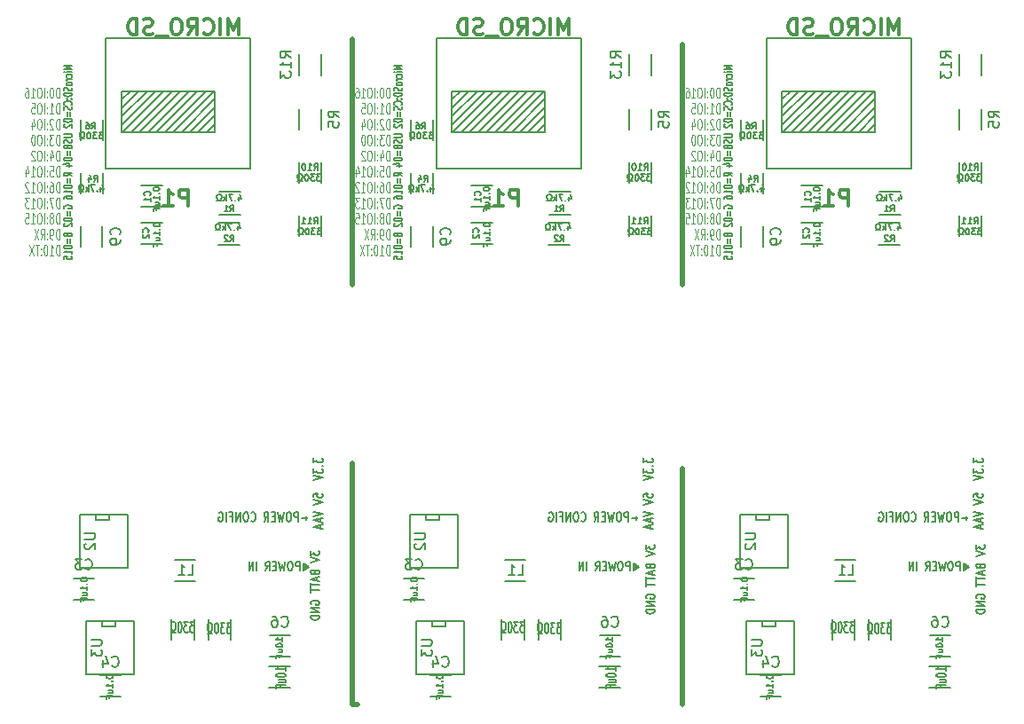
<source format=gbr>
G04 #@! TF.FileFunction,Legend,Bot*
%FSLAX46Y46*%
G04 Gerber Fmt 4.6, Leading zero omitted, Abs format (unit mm)*
G04 Created by KiCad (PCBNEW 4.0.2-4+6225~38~ubuntu15.04.1-stable) date 2016年06月17日 16時11分24秒*
%MOMM*%
G01*
G04 APERTURE LIST*
%ADD10C,0.100000*%
%ADD11C,0.175000*%
%ADD12C,0.500000*%
%ADD13C,0.150000*%
%ADD14C,0.132500*%
%ADD15C,0.304800*%
G04 APERTURE END LIST*
D10*
D11*
X225061905Y-99766668D02*
X225061905Y-100200001D01*
X225366667Y-99966668D01*
X225366667Y-100066668D01*
X225404762Y-100133335D01*
X225442857Y-100166668D01*
X225519048Y-100200001D01*
X225709524Y-100200001D01*
X225785714Y-100166668D01*
X225823810Y-100133335D01*
X225861905Y-100066668D01*
X225861905Y-99866668D01*
X225823810Y-99800001D01*
X225785714Y-99766668D01*
X225061905Y-100400002D02*
X225861905Y-100633335D01*
X225061905Y-100866668D01*
X225442857Y-101866668D02*
X225480952Y-101966668D01*
X225519048Y-102000001D01*
X225595238Y-102033335D01*
X225709524Y-102033335D01*
X225785714Y-102000001D01*
X225823810Y-101966668D01*
X225861905Y-101900001D01*
X225861905Y-101633335D01*
X225061905Y-101633335D01*
X225061905Y-101866668D01*
X225100000Y-101933335D01*
X225138095Y-101966668D01*
X225214286Y-102000001D01*
X225290476Y-102000001D01*
X225366667Y-101966668D01*
X225404762Y-101933335D01*
X225442857Y-101866668D01*
X225442857Y-101633335D01*
X225633333Y-102300001D02*
X225633333Y-102633335D01*
X225861905Y-102233335D02*
X225061905Y-102466668D01*
X225861905Y-102700001D01*
X225061905Y-102833335D02*
X225061905Y-103233335D01*
X225861905Y-103033335D02*
X225061905Y-103033335D01*
X225061905Y-103366668D02*
X225061905Y-103766668D01*
X225861905Y-103566668D02*
X225061905Y-103566668D01*
X225100000Y-104900000D02*
X225061905Y-104833334D01*
X225061905Y-104733334D01*
X225100000Y-104633334D01*
X225176190Y-104566667D01*
X225252381Y-104533334D01*
X225404762Y-104500000D01*
X225519048Y-104500000D01*
X225671429Y-104533334D01*
X225747619Y-104566667D01*
X225823810Y-104633334D01*
X225861905Y-104733334D01*
X225861905Y-104800000D01*
X225823810Y-104900000D01*
X225785714Y-104933334D01*
X225519048Y-104933334D01*
X225519048Y-104800000D01*
X225861905Y-105233334D02*
X225061905Y-105233334D01*
X225861905Y-105633334D01*
X225061905Y-105633334D01*
X225861905Y-105966667D02*
X225061905Y-105966667D01*
X225061905Y-106133333D01*
X225100000Y-106233333D01*
X225176190Y-106300000D01*
X225252381Y-106333333D01*
X225404762Y-106366667D01*
X225519048Y-106366667D01*
X225671429Y-106333333D01*
X225747619Y-106300000D01*
X225823810Y-106233333D01*
X225861905Y-106133333D01*
X225861905Y-105966667D01*
D12*
X165500000Y-115000000D02*
X166000000Y-115000000D01*
X165500000Y-92000000D02*
X165500000Y-115000000D01*
X197000000Y-92500000D02*
X197000000Y-115000000D01*
X197000000Y-52000000D02*
X197000000Y-75000000D01*
X165500000Y-51500000D02*
X165500000Y-75000000D01*
D11*
X193319943Y-91527734D02*
X193319943Y-91961067D01*
X193662800Y-91727734D01*
X193662800Y-91827734D01*
X193705657Y-91894401D01*
X193748514Y-91927734D01*
X193834229Y-91961067D01*
X194048514Y-91961067D01*
X194134229Y-91927734D01*
X194177086Y-91894401D01*
X194219943Y-91827734D01*
X194219943Y-91627734D01*
X194177086Y-91561067D01*
X194134229Y-91527734D01*
X194134229Y-92261068D02*
X194177086Y-92294401D01*
X194219943Y-92261068D01*
X194177086Y-92227734D01*
X194134229Y-92261068D01*
X194219943Y-92261068D01*
X193319943Y-92527734D02*
X193319943Y-92961067D01*
X193662800Y-92727734D01*
X193662800Y-92827734D01*
X193705657Y-92894401D01*
X193748514Y-92927734D01*
X193834229Y-92961067D01*
X194048514Y-92961067D01*
X194134229Y-92927734D01*
X194177086Y-92894401D01*
X194219943Y-92827734D01*
X194219943Y-92627734D01*
X194177086Y-92561067D01*
X194134229Y-92527734D01*
X193319943Y-93161068D02*
X194219943Y-93394401D01*
X193319943Y-93627734D01*
X193319943Y-95261067D02*
X193319943Y-94927734D01*
X193748514Y-94894400D01*
X193705657Y-94927734D01*
X193662800Y-94994400D01*
X193662800Y-95161067D01*
X193705657Y-95227734D01*
X193748514Y-95261067D01*
X193834229Y-95294400D01*
X194048514Y-95294400D01*
X194134229Y-95261067D01*
X194177086Y-95227734D01*
X194219943Y-95161067D01*
X194219943Y-94994400D01*
X194177086Y-94927734D01*
X194134229Y-94894400D01*
X193319943Y-95494401D02*
X194219943Y-95727734D01*
X193319943Y-95961067D01*
X193319943Y-96627734D02*
X194219943Y-96861067D01*
X193319943Y-97094400D01*
X193962800Y-97294400D02*
X193962800Y-97627734D01*
X194219943Y-97227734D02*
X193319943Y-97461067D01*
X194219943Y-97694400D01*
X193962800Y-97894400D02*
X193962800Y-98227734D01*
X194219943Y-97827734D02*
X193319943Y-98061067D01*
X194219943Y-98294400D01*
D13*
X181922286Y-107148381D02*
X181550857Y-107148381D01*
X181750857Y-107529333D01*
X181665143Y-107529333D01*
X181608000Y-107576952D01*
X181579429Y-107624571D01*
X181550857Y-107719810D01*
X181550857Y-107957905D01*
X181579429Y-108053143D01*
X181608000Y-108100762D01*
X181665143Y-108148381D01*
X181836571Y-108148381D01*
X181893714Y-108100762D01*
X181922286Y-108053143D01*
X181350857Y-107148381D02*
X180979428Y-107148381D01*
X181179428Y-107529333D01*
X181093714Y-107529333D01*
X181036571Y-107576952D01*
X181008000Y-107624571D01*
X180979428Y-107719810D01*
X180979428Y-107957905D01*
X181008000Y-108053143D01*
X181036571Y-108100762D01*
X181093714Y-108148381D01*
X181265142Y-108148381D01*
X181322285Y-108100762D01*
X181350857Y-108053143D01*
X180607999Y-107148381D02*
X180550856Y-107148381D01*
X180493713Y-107196000D01*
X180465142Y-107243619D01*
X180436571Y-107338857D01*
X180407999Y-107529333D01*
X180407999Y-107767429D01*
X180436571Y-107957905D01*
X180465142Y-108053143D01*
X180493713Y-108100762D01*
X180550856Y-108148381D01*
X180607999Y-108148381D01*
X180665142Y-108100762D01*
X180693713Y-108053143D01*
X180722285Y-107957905D01*
X180750856Y-107767429D01*
X180750856Y-107529333D01*
X180722285Y-107338857D01*
X180693713Y-107243619D01*
X180665142Y-107196000D01*
X180607999Y-107148381D01*
X180179427Y-108148381D02*
X180036570Y-108148381D01*
X180036570Y-107957905D01*
X180093713Y-107910286D01*
X180150856Y-107815048D01*
X180179427Y-107672190D01*
X180179427Y-107434095D01*
X180150856Y-107291238D01*
X180093713Y-107196000D01*
X180007999Y-107148381D01*
X179893713Y-107148381D01*
X179807999Y-107196000D01*
X179750856Y-107291238D01*
X179722284Y-107434095D01*
X179722284Y-107672190D01*
X179750856Y-107815048D01*
X179807999Y-107910286D01*
X179865142Y-107957905D01*
X179865142Y-108148381D01*
X179722284Y-108148381D01*
D14*
X170298705Y-54072276D02*
X169498705Y-54072276D01*
X170070133Y-54248943D01*
X169498705Y-54425610D01*
X170298705Y-54425610D01*
X170298705Y-54677990D02*
X169765371Y-54677990D01*
X169498705Y-54677990D02*
X169536800Y-54652752D01*
X169574895Y-54677990D01*
X169536800Y-54703229D01*
X169498705Y-54677990D01*
X169574895Y-54677990D01*
X170260610Y-55157514D02*
X170298705Y-55107038D01*
X170298705Y-55006086D01*
X170260610Y-54955610D01*
X170222514Y-54930371D01*
X170146324Y-54905133D01*
X169917752Y-54905133D01*
X169841562Y-54930371D01*
X169803467Y-54955610D01*
X169765371Y-55006086D01*
X169765371Y-55107038D01*
X169803467Y-55157514D01*
X170298705Y-55384657D02*
X169765371Y-55384657D01*
X169917752Y-55384657D02*
X169841562Y-55409896D01*
X169803467Y-55435134D01*
X169765371Y-55485610D01*
X169765371Y-55536086D01*
X170298705Y-55788467D02*
X170260610Y-55737991D01*
X170222514Y-55712752D01*
X170146324Y-55687514D01*
X169917752Y-55687514D01*
X169841562Y-55712752D01*
X169803467Y-55737991D01*
X169765371Y-55788467D01*
X169765371Y-55864181D01*
X169803467Y-55914657D01*
X169841562Y-55939895D01*
X169917752Y-55965133D01*
X170146324Y-55965133D01*
X170222514Y-55939895D01*
X170260610Y-55914657D01*
X170298705Y-55864181D01*
X170298705Y-55788467D01*
X170260610Y-56167038D02*
X170298705Y-56242753D01*
X170298705Y-56368943D01*
X170260610Y-56419419D01*
X170222514Y-56444657D01*
X170146324Y-56469896D01*
X170070133Y-56469896D01*
X169993943Y-56444657D01*
X169955848Y-56419419D01*
X169917752Y-56368943D01*
X169879657Y-56267991D01*
X169841562Y-56217515D01*
X169803467Y-56192276D01*
X169727276Y-56167038D01*
X169651086Y-56167038D01*
X169574895Y-56192276D01*
X169536800Y-56217515D01*
X169498705Y-56267991D01*
X169498705Y-56394181D01*
X169536800Y-56469896D01*
X170298705Y-56697038D02*
X169498705Y-56697038D01*
X169498705Y-56823229D01*
X169536800Y-56898943D01*
X169612990Y-56949419D01*
X169689181Y-56974658D01*
X169841562Y-56999896D01*
X169955848Y-56999896D01*
X170108229Y-56974658D01*
X170184419Y-56949419D01*
X170260610Y-56898943D01*
X170298705Y-56823229D01*
X170298705Y-56697038D01*
X170222514Y-57227038D02*
X170260610Y-57252277D01*
X170298705Y-57227038D01*
X170260610Y-57201800D01*
X170222514Y-57227038D01*
X170298705Y-57227038D01*
X169803467Y-57227038D02*
X169841562Y-57252277D01*
X169879657Y-57227038D01*
X169841562Y-57201800D01*
X169803467Y-57227038D01*
X169879657Y-57227038D01*
X170222514Y-57782277D02*
X170260610Y-57757039D01*
X170298705Y-57681324D01*
X170298705Y-57630848D01*
X170260610Y-57555134D01*
X170184419Y-57504658D01*
X170108229Y-57479419D01*
X169955848Y-57454181D01*
X169841562Y-57454181D01*
X169689181Y-57479419D01*
X169612990Y-57504658D01*
X169536800Y-57555134D01*
X169498705Y-57630848D01*
X169498705Y-57681324D01*
X169536800Y-57757039D01*
X169574895Y-57782277D01*
X170260610Y-57984181D02*
X170298705Y-58059896D01*
X170298705Y-58186086D01*
X170260610Y-58236562D01*
X170222514Y-58261800D01*
X170146324Y-58287039D01*
X170070133Y-58287039D01*
X169993943Y-58261800D01*
X169955848Y-58236562D01*
X169917752Y-58186086D01*
X169879657Y-58085134D01*
X169841562Y-58034658D01*
X169803467Y-58009419D01*
X169727276Y-57984181D01*
X169651086Y-57984181D01*
X169574895Y-58009419D01*
X169536800Y-58034658D01*
X169498705Y-58085134D01*
X169498705Y-58211324D01*
X169536800Y-58287039D01*
X169879657Y-58514181D02*
X169879657Y-58917991D01*
X170108229Y-58917991D02*
X170108229Y-58514181D01*
X170298705Y-59170371D02*
X169498705Y-59170371D01*
X169498705Y-59296562D01*
X169536800Y-59372276D01*
X169612990Y-59422752D01*
X169689181Y-59447991D01*
X169841562Y-59473229D01*
X169955848Y-59473229D01*
X170108229Y-59447991D01*
X170184419Y-59422752D01*
X170260610Y-59372276D01*
X170298705Y-59296562D01*
X170298705Y-59170371D01*
X169574895Y-59675133D02*
X169536800Y-59700371D01*
X169498705Y-59750848D01*
X169498705Y-59877038D01*
X169536800Y-59927514D01*
X169574895Y-59952752D01*
X169651086Y-59977991D01*
X169727276Y-59977991D01*
X169841562Y-59952752D01*
X170298705Y-59649895D01*
X170298705Y-59977991D01*
X169498705Y-60608943D02*
X170146324Y-60608943D01*
X170222514Y-60634182D01*
X170260610Y-60659420D01*
X170298705Y-60709896D01*
X170298705Y-60810848D01*
X170260610Y-60861324D01*
X170222514Y-60886563D01*
X170146324Y-60911801D01*
X169498705Y-60911801D01*
X170260610Y-61138943D02*
X170298705Y-61214658D01*
X170298705Y-61340848D01*
X170260610Y-61391324D01*
X170222514Y-61416562D01*
X170146324Y-61441801D01*
X170070133Y-61441801D01*
X169993943Y-61416562D01*
X169955848Y-61391324D01*
X169917752Y-61340848D01*
X169879657Y-61239896D01*
X169841562Y-61189420D01*
X169803467Y-61164181D01*
X169727276Y-61138943D01*
X169651086Y-61138943D01*
X169574895Y-61164181D01*
X169536800Y-61189420D01*
X169498705Y-61239896D01*
X169498705Y-61366086D01*
X169536800Y-61441801D01*
X169879657Y-61845610D02*
X169917752Y-61921324D01*
X169955848Y-61946563D01*
X170032038Y-61971801D01*
X170146324Y-61971801D01*
X170222514Y-61946563D01*
X170260610Y-61921324D01*
X170298705Y-61870848D01*
X170298705Y-61668943D01*
X169498705Y-61668943D01*
X169498705Y-61845610D01*
X169536800Y-61896086D01*
X169574895Y-61921324D01*
X169651086Y-61946563D01*
X169727276Y-61946563D01*
X169803467Y-61921324D01*
X169841562Y-61896086D01*
X169879657Y-61845610D01*
X169879657Y-61668943D01*
X169879657Y-62198943D02*
X169879657Y-62602753D01*
X170108229Y-62602753D02*
X170108229Y-62198943D01*
X170298705Y-62855133D02*
X169498705Y-62855133D01*
X169498705Y-62981324D01*
X169536800Y-63057038D01*
X169612990Y-63107514D01*
X169689181Y-63132753D01*
X169841562Y-63157991D01*
X169955848Y-63157991D01*
X170108229Y-63132753D01*
X170184419Y-63107514D01*
X170260610Y-63057038D01*
X170298705Y-62981324D01*
X170298705Y-62855133D01*
X169765371Y-63612276D02*
X170298705Y-63612276D01*
X169460610Y-63486086D02*
X170032038Y-63359895D01*
X170032038Y-63687991D01*
X170298705Y-64596563D02*
X169917752Y-64419896D01*
X170298705Y-64293705D02*
X169498705Y-64293705D01*
X169498705Y-64495610D01*
X169536800Y-64546086D01*
X169574895Y-64571325D01*
X169651086Y-64596563D01*
X169765371Y-64596563D01*
X169841562Y-64571325D01*
X169879657Y-64546086D01*
X169917752Y-64495610D01*
X169917752Y-64293705D01*
X169879657Y-64823705D02*
X169879657Y-65227515D01*
X170108229Y-65227515D02*
X170108229Y-64823705D01*
X170298705Y-65479895D02*
X169498705Y-65479895D01*
X169498705Y-65606086D01*
X169536800Y-65681800D01*
X169612990Y-65732276D01*
X169689181Y-65757515D01*
X169841562Y-65782753D01*
X169955848Y-65782753D01*
X170108229Y-65757515D01*
X170184419Y-65732276D01*
X170260610Y-65681800D01*
X170298705Y-65606086D01*
X170298705Y-65479895D01*
X170298705Y-66287515D02*
X170298705Y-65984657D01*
X170298705Y-66136086D02*
X169498705Y-66136086D01*
X169612990Y-66085610D01*
X169689181Y-66035134D01*
X169727276Y-65984657D01*
X169498705Y-66741800D02*
X169498705Y-66640848D01*
X169536800Y-66590372D01*
X169574895Y-66565134D01*
X169689181Y-66514657D01*
X169841562Y-66489419D01*
X170146324Y-66489419D01*
X170222514Y-66514657D01*
X170260610Y-66539896D01*
X170298705Y-66590372D01*
X170298705Y-66691324D01*
X170260610Y-66741800D01*
X170222514Y-66767038D01*
X170146324Y-66792277D01*
X169955848Y-66792277D01*
X169879657Y-66767038D01*
X169841562Y-66741800D01*
X169803467Y-66691324D01*
X169803467Y-66590372D01*
X169841562Y-66539896D01*
X169879657Y-66514657D01*
X169955848Y-66489419D01*
X169536800Y-67700849D02*
X169498705Y-67650372D01*
X169498705Y-67574658D01*
X169536800Y-67498944D01*
X169612990Y-67448468D01*
X169689181Y-67423229D01*
X169841562Y-67397991D01*
X169955848Y-67397991D01*
X170108229Y-67423229D01*
X170184419Y-67448468D01*
X170260610Y-67498944D01*
X170298705Y-67574658D01*
X170298705Y-67625134D01*
X170260610Y-67700849D01*
X170222514Y-67726087D01*
X169955848Y-67726087D01*
X169955848Y-67625134D01*
X169879657Y-67953229D02*
X169879657Y-68357039D01*
X170108229Y-68357039D02*
X170108229Y-67953229D01*
X170298705Y-68609419D02*
X169498705Y-68609419D01*
X169498705Y-68735610D01*
X169536800Y-68811324D01*
X169612990Y-68861800D01*
X169689181Y-68887039D01*
X169841562Y-68912277D01*
X169955848Y-68912277D01*
X170108229Y-68887039D01*
X170184419Y-68861800D01*
X170260610Y-68811324D01*
X170298705Y-68735610D01*
X170298705Y-68609419D01*
X169574895Y-69114181D02*
X169536800Y-69139419D01*
X169498705Y-69189896D01*
X169498705Y-69316086D01*
X169536800Y-69366562D01*
X169574895Y-69391800D01*
X169651086Y-69417039D01*
X169727276Y-69417039D01*
X169841562Y-69391800D01*
X170298705Y-69088943D01*
X170298705Y-69417039D01*
X169879657Y-70224658D02*
X169917752Y-70300372D01*
X169955848Y-70325611D01*
X170032038Y-70350849D01*
X170146324Y-70350849D01*
X170222514Y-70325611D01*
X170260610Y-70300372D01*
X170298705Y-70249896D01*
X170298705Y-70047991D01*
X169498705Y-70047991D01*
X169498705Y-70224658D01*
X169536800Y-70275134D01*
X169574895Y-70300372D01*
X169651086Y-70325611D01*
X169727276Y-70325611D01*
X169803467Y-70300372D01*
X169841562Y-70275134D01*
X169879657Y-70224658D01*
X169879657Y-70047991D01*
X169879657Y-70577991D02*
X169879657Y-70981801D01*
X170108229Y-70981801D02*
X170108229Y-70577991D01*
X170298705Y-71234181D02*
X169498705Y-71234181D01*
X169498705Y-71360372D01*
X169536800Y-71436086D01*
X169612990Y-71486562D01*
X169689181Y-71511801D01*
X169841562Y-71537039D01*
X169955848Y-71537039D01*
X170108229Y-71511801D01*
X170184419Y-71486562D01*
X170260610Y-71436086D01*
X170298705Y-71360372D01*
X170298705Y-71234181D01*
X170298705Y-72041801D02*
X170298705Y-71738943D01*
X170298705Y-71890372D02*
X169498705Y-71890372D01*
X169612990Y-71839896D01*
X169689181Y-71789420D01*
X169727276Y-71738943D01*
X169498705Y-72521324D02*
X169498705Y-72268943D01*
X169879657Y-72243705D01*
X169841562Y-72268943D01*
X169803467Y-72319420D01*
X169803467Y-72445610D01*
X169841562Y-72496086D01*
X169879657Y-72521324D01*
X169955848Y-72546563D01*
X170146324Y-72546563D01*
X170222514Y-72521324D01*
X170260610Y-72496086D01*
X170298705Y-72445610D01*
X170298705Y-72319420D01*
X170260610Y-72268943D01*
X170222514Y-72243705D01*
D10*
X169082743Y-57163581D02*
X169082743Y-56163581D01*
X168939886Y-56163581D01*
X168854171Y-56211200D01*
X168797029Y-56306438D01*
X168768457Y-56401676D01*
X168739886Y-56592152D01*
X168739886Y-56735010D01*
X168768457Y-56925486D01*
X168797029Y-57020724D01*
X168854171Y-57115962D01*
X168939886Y-57163581D01*
X169082743Y-57163581D01*
X168368457Y-56163581D02*
X168311314Y-56163581D01*
X168254171Y-56211200D01*
X168225600Y-56258819D01*
X168197029Y-56354057D01*
X168168457Y-56544533D01*
X168168457Y-56782629D01*
X168197029Y-56973105D01*
X168225600Y-57068343D01*
X168254171Y-57115962D01*
X168311314Y-57163581D01*
X168368457Y-57163581D01*
X168425600Y-57115962D01*
X168454171Y-57068343D01*
X168482743Y-56973105D01*
X168511314Y-56782629D01*
X168511314Y-56544533D01*
X168482743Y-56354057D01*
X168454171Y-56258819D01*
X168425600Y-56211200D01*
X168368457Y-56163581D01*
X167911314Y-57068343D02*
X167882742Y-57115962D01*
X167911314Y-57163581D01*
X167939885Y-57115962D01*
X167911314Y-57068343D01*
X167911314Y-57163581D01*
X167911314Y-56544533D02*
X167882742Y-56592152D01*
X167911314Y-56639771D01*
X167939885Y-56592152D01*
X167911314Y-56544533D01*
X167911314Y-56639771D01*
X167625600Y-57163581D02*
X167625600Y-56163581D01*
X167225600Y-56163581D02*
X167111314Y-56163581D01*
X167054172Y-56211200D01*
X166997029Y-56306438D01*
X166968457Y-56496914D01*
X166968457Y-56830248D01*
X166997029Y-57020724D01*
X167054172Y-57115962D01*
X167111314Y-57163581D01*
X167225600Y-57163581D01*
X167282743Y-57115962D01*
X167339886Y-57020724D01*
X167368457Y-56830248D01*
X167368457Y-56496914D01*
X167339886Y-56306438D01*
X167282743Y-56211200D01*
X167225600Y-56163581D01*
X166397029Y-57163581D02*
X166739886Y-57163581D01*
X166568458Y-57163581D02*
X166568458Y-56163581D01*
X166625601Y-56306438D01*
X166682743Y-56401676D01*
X166739886Y-56449295D01*
X165882743Y-56163581D02*
X165997029Y-56163581D01*
X166054172Y-56211200D01*
X166082743Y-56258819D01*
X166139886Y-56401676D01*
X166168457Y-56592152D01*
X166168457Y-56973105D01*
X166139886Y-57068343D01*
X166111314Y-57115962D01*
X166054172Y-57163581D01*
X165939886Y-57163581D01*
X165882743Y-57115962D01*
X165854172Y-57068343D01*
X165825600Y-56973105D01*
X165825600Y-56735010D01*
X165854172Y-56639771D01*
X165882743Y-56592152D01*
X165939886Y-56544533D01*
X166054172Y-56544533D01*
X166111314Y-56592152D01*
X166139886Y-56639771D01*
X166168457Y-56735010D01*
X169082743Y-58663581D02*
X169082743Y-57663581D01*
X168939886Y-57663581D01*
X168854171Y-57711200D01*
X168797029Y-57806438D01*
X168768457Y-57901676D01*
X168739886Y-58092152D01*
X168739886Y-58235010D01*
X168768457Y-58425486D01*
X168797029Y-58520724D01*
X168854171Y-58615962D01*
X168939886Y-58663581D01*
X169082743Y-58663581D01*
X168168457Y-58663581D02*
X168511314Y-58663581D01*
X168339886Y-58663581D02*
X168339886Y-57663581D01*
X168397029Y-57806438D01*
X168454171Y-57901676D01*
X168511314Y-57949295D01*
X167911314Y-58568343D02*
X167882742Y-58615962D01*
X167911314Y-58663581D01*
X167939885Y-58615962D01*
X167911314Y-58568343D01*
X167911314Y-58663581D01*
X167911314Y-58044533D02*
X167882742Y-58092152D01*
X167911314Y-58139771D01*
X167939885Y-58092152D01*
X167911314Y-58044533D01*
X167911314Y-58139771D01*
X167625600Y-58663581D02*
X167625600Y-57663581D01*
X167225600Y-57663581D02*
X167111314Y-57663581D01*
X167054172Y-57711200D01*
X166997029Y-57806438D01*
X166968457Y-57996914D01*
X166968457Y-58330248D01*
X166997029Y-58520724D01*
X167054172Y-58615962D01*
X167111314Y-58663581D01*
X167225600Y-58663581D01*
X167282743Y-58615962D01*
X167339886Y-58520724D01*
X167368457Y-58330248D01*
X167368457Y-57996914D01*
X167339886Y-57806438D01*
X167282743Y-57711200D01*
X167225600Y-57663581D01*
X166425601Y-57663581D02*
X166711315Y-57663581D01*
X166739886Y-58139771D01*
X166711315Y-58092152D01*
X166654172Y-58044533D01*
X166511315Y-58044533D01*
X166454172Y-58092152D01*
X166425601Y-58139771D01*
X166397029Y-58235010D01*
X166397029Y-58473105D01*
X166425601Y-58568343D01*
X166454172Y-58615962D01*
X166511315Y-58663581D01*
X166654172Y-58663581D01*
X166711315Y-58615962D01*
X166739886Y-58568343D01*
X169082743Y-60163581D02*
X169082743Y-59163581D01*
X168939886Y-59163581D01*
X168854171Y-59211200D01*
X168797029Y-59306438D01*
X168768457Y-59401676D01*
X168739886Y-59592152D01*
X168739886Y-59735010D01*
X168768457Y-59925486D01*
X168797029Y-60020724D01*
X168854171Y-60115962D01*
X168939886Y-60163581D01*
X169082743Y-60163581D01*
X168511314Y-59258819D02*
X168482743Y-59211200D01*
X168425600Y-59163581D01*
X168282743Y-59163581D01*
X168225600Y-59211200D01*
X168197029Y-59258819D01*
X168168457Y-59354057D01*
X168168457Y-59449295D01*
X168197029Y-59592152D01*
X168539886Y-60163581D01*
X168168457Y-60163581D01*
X167911314Y-60068343D02*
X167882742Y-60115962D01*
X167911314Y-60163581D01*
X167939885Y-60115962D01*
X167911314Y-60068343D01*
X167911314Y-60163581D01*
X167911314Y-59544533D02*
X167882742Y-59592152D01*
X167911314Y-59639771D01*
X167939885Y-59592152D01*
X167911314Y-59544533D01*
X167911314Y-59639771D01*
X167625600Y-60163581D02*
X167625600Y-59163581D01*
X167225600Y-59163581D02*
X167111314Y-59163581D01*
X167054172Y-59211200D01*
X166997029Y-59306438D01*
X166968457Y-59496914D01*
X166968457Y-59830248D01*
X166997029Y-60020724D01*
X167054172Y-60115962D01*
X167111314Y-60163581D01*
X167225600Y-60163581D01*
X167282743Y-60115962D01*
X167339886Y-60020724D01*
X167368457Y-59830248D01*
X167368457Y-59496914D01*
X167339886Y-59306438D01*
X167282743Y-59211200D01*
X167225600Y-59163581D01*
X166454172Y-59496914D02*
X166454172Y-60163581D01*
X166597029Y-59115962D02*
X166739886Y-59830248D01*
X166368458Y-59830248D01*
X169082743Y-61663581D02*
X169082743Y-60663581D01*
X168939886Y-60663581D01*
X168854171Y-60711200D01*
X168797029Y-60806438D01*
X168768457Y-60901676D01*
X168739886Y-61092152D01*
X168739886Y-61235010D01*
X168768457Y-61425486D01*
X168797029Y-61520724D01*
X168854171Y-61615962D01*
X168939886Y-61663581D01*
X169082743Y-61663581D01*
X168539886Y-60663581D02*
X168168457Y-60663581D01*
X168368457Y-61044533D01*
X168282743Y-61044533D01*
X168225600Y-61092152D01*
X168197029Y-61139771D01*
X168168457Y-61235010D01*
X168168457Y-61473105D01*
X168197029Y-61568343D01*
X168225600Y-61615962D01*
X168282743Y-61663581D01*
X168454171Y-61663581D01*
X168511314Y-61615962D01*
X168539886Y-61568343D01*
X167911314Y-61568343D02*
X167882742Y-61615962D01*
X167911314Y-61663581D01*
X167939885Y-61615962D01*
X167911314Y-61568343D01*
X167911314Y-61663581D01*
X167911314Y-61044533D02*
X167882742Y-61092152D01*
X167911314Y-61139771D01*
X167939885Y-61092152D01*
X167911314Y-61044533D01*
X167911314Y-61139771D01*
X167625600Y-61663581D02*
X167625600Y-60663581D01*
X167225600Y-60663581D02*
X167111314Y-60663581D01*
X167054172Y-60711200D01*
X166997029Y-60806438D01*
X166968457Y-60996914D01*
X166968457Y-61330248D01*
X166997029Y-61520724D01*
X167054172Y-61615962D01*
X167111314Y-61663581D01*
X167225600Y-61663581D01*
X167282743Y-61615962D01*
X167339886Y-61520724D01*
X167368457Y-61330248D01*
X167368457Y-60996914D01*
X167339886Y-60806438D01*
X167282743Y-60711200D01*
X167225600Y-60663581D01*
X166597029Y-60663581D02*
X166539886Y-60663581D01*
X166482743Y-60711200D01*
X166454172Y-60758819D01*
X166425601Y-60854057D01*
X166397029Y-61044533D01*
X166397029Y-61282629D01*
X166425601Y-61473105D01*
X166454172Y-61568343D01*
X166482743Y-61615962D01*
X166539886Y-61663581D01*
X166597029Y-61663581D01*
X166654172Y-61615962D01*
X166682743Y-61568343D01*
X166711315Y-61473105D01*
X166739886Y-61282629D01*
X166739886Y-61044533D01*
X166711315Y-60854057D01*
X166682743Y-60758819D01*
X166654172Y-60711200D01*
X166597029Y-60663581D01*
X169082743Y-63163581D02*
X169082743Y-62163581D01*
X168939886Y-62163581D01*
X168854171Y-62211200D01*
X168797029Y-62306438D01*
X168768457Y-62401676D01*
X168739886Y-62592152D01*
X168739886Y-62735010D01*
X168768457Y-62925486D01*
X168797029Y-63020724D01*
X168854171Y-63115962D01*
X168939886Y-63163581D01*
X169082743Y-63163581D01*
X168225600Y-62496914D02*
X168225600Y-63163581D01*
X168368457Y-62115962D02*
X168511314Y-62830248D01*
X168139886Y-62830248D01*
X167911314Y-63068343D02*
X167882742Y-63115962D01*
X167911314Y-63163581D01*
X167939885Y-63115962D01*
X167911314Y-63068343D01*
X167911314Y-63163581D01*
X167911314Y-62544533D02*
X167882742Y-62592152D01*
X167911314Y-62639771D01*
X167939885Y-62592152D01*
X167911314Y-62544533D01*
X167911314Y-62639771D01*
X167625600Y-63163581D02*
X167625600Y-62163581D01*
X167225600Y-62163581D02*
X167111314Y-62163581D01*
X167054172Y-62211200D01*
X166997029Y-62306438D01*
X166968457Y-62496914D01*
X166968457Y-62830248D01*
X166997029Y-63020724D01*
X167054172Y-63115962D01*
X167111314Y-63163581D01*
X167225600Y-63163581D01*
X167282743Y-63115962D01*
X167339886Y-63020724D01*
X167368457Y-62830248D01*
X167368457Y-62496914D01*
X167339886Y-62306438D01*
X167282743Y-62211200D01*
X167225600Y-62163581D01*
X166739886Y-62258819D02*
X166711315Y-62211200D01*
X166654172Y-62163581D01*
X166511315Y-62163581D01*
X166454172Y-62211200D01*
X166425601Y-62258819D01*
X166397029Y-62354057D01*
X166397029Y-62449295D01*
X166425601Y-62592152D01*
X166768458Y-63163581D01*
X166397029Y-63163581D01*
X169082743Y-64663581D02*
X169082743Y-63663581D01*
X168939886Y-63663581D01*
X168854171Y-63711200D01*
X168797029Y-63806438D01*
X168768457Y-63901676D01*
X168739886Y-64092152D01*
X168739886Y-64235010D01*
X168768457Y-64425486D01*
X168797029Y-64520724D01*
X168854171Y-64615962D01*
X168939886Y-64663581D01*
X169082743Y-64663581D01*
X168197029Y-63663581D02*
X168482743Y-63663581D01*
X168511314Y-64139771D01*
X168482743Y-64092152D01*
X168425600Y-64044533D01*
X168282743Y-64044533D01*
X168225600Y-64092152D01*
X168197029Y-64139771D01*
X168168457Y-64235010D01*
X168168457Y-64473105D01*
X168197029Y-64568343D01*
X168225600Y-64615962D01*
X168282743Y-64663581D01*
X168425600Y-64663581D01*
X168482743Y-64615962D01*
X168511314Y-64568343D01*
X167911314Y-64568343D02*
X167882742Y-64615962D01*
X167911314Y-64663581D01*
X167939885Y-64615962D01*
X167911314Y-64568343D01*
X167911314Y-64663581D01*
X167911314Y-64044533D02*
X167882742Y-64092152D01*
X167911314Y-64139771D01*
X167939885Y-64092152D01*
X167911314Y-64044533D01*
X167911314Y-64139771D01*
X167625600Y-64663581D02*
X167625600Y-63663581D01*
X167225600Y-63663581D02*
X167111314Y-63663581D01*
X167054172Y-63711200D01*
X166997029Y-63806438D01*
X166968457Y-63996914D01*
X166968457Y-64330248D01*
X166997029Y-64520724D01*
X167054172Y-64615962D01*
X167111314Y-64663581D01*
X167225600Y-64663581D01*
X167282743Y-64615962D01*
X167339886Y-64520724D01*
X167368457Y-64330248D01*
X167368457Y-63996914D01*
X167339886Y-63806438D01*
X167282743Y-63711200D01*
X167225600Y-63663581D01*
X166397029Y-64663581D02*
X166739886Y-64663581D01*
X166568458Y-64663581D02*
X166568458Y-63663581D01*
X166625601Y-63806438D01*
X166682743Y-63901676D01*
X166739886Y-63949295D01*
X165882743Y-63996914D02*
X165882743Y-64663581D01*
X166025600Y-63615962D02*
X166168457Y-64330248D01*
X165797029Y-64330248D01*
X169082743Y-66163581D02*
X169082743Y-65163581D01*
X168939886Y-65163581D01*
X168854171Y-65211200D01*
X168797029Y-65306438D01*
X168768457Y-65401676D01*
X168739886Y-65592152D01*
X168739886Y-65735010D01*
X168768457Y-65925486D01*
X168797029Y-66020724D01*
X168854171Y-66115962D01*
X168939886Y-66163581D01*
X169082743Y-66163581D01*
X168225600Y-65163581D02*
X168339886Y-65163581D01*
X168397029Y-65211200D01*
X168425600Y-65258819D01*
X168482743Y-65401676D01*
X168511314Y-65592152D01*
X168511314Y-65973105D01*
X168482743Y-66068343D01*
X168454171Y-66115962D01*
X168397029Y-66163581D01*
X168282743Y-66163581D01*
X168225600Y-66115962D01*
X168197029Y-66068343D01*
X168168457Y-65973105D01*
X168168457Y-65735010D01*
X168197029Y-65639771D01*
X168225600Y-65592152D01*
X168282743Y-65544533D01*
X168397029Y-65544533D01*
X168454171Y-65592152D01*
X168482743Y-65639771D01*
X168511314Y-65735010D01*
X167911314Y-66068343D02*
X167882742Y-66115962D01*
X167911314Y-66163581D01*
X167939885Y-66115962D01*
X167911314Y-66068343D01*
X167911314Y-66163581D01*
X167911314Y-65544533D02*
X167882742Y-65592152D01*
X167911314Y-65639771D01*
X167939885Y-65592152D01*
X167911314Y-65544533D01*
X167911314Y-65639771D01*
X167625600Y-66163581D02*
X167625600Y-65163581D01*
X167225600Y-65163581D02*
X167111314Y-65163581D01*
X167054172Y-65211200D01*
X166997029Y-65306438D01*
X166968457Y-65496914D01*
X166968457Y-65830248D01*
X166997029Y-66020724D01*
X167054172Y-66115962D01*
X167111314Y-66163581D01*
X167225600Y-66163581D01*
X167282743Y-66115962D01*
X167339886Y-66020724D01*
X167368457Y-65830248D01*
X167368457Y-65496914D01*
X167339886Y-65306438D01*
X167282743Y-65211200D01*
X167225600Y-65163581D01*
X166397029Y-66163581D02*
X166739886Y-66163581D01*
X166568458Y-66163581D02*
X166568458Y-65163581D01*
X166625601Y-65306438D01*
X166682743Y-65401676D01*
X166739886Y-65449295D01*
X166168457Y-65258819D02*
X166139886Y-65211200D01*
X166082743Y-65163581D01*
X165939886Y-65163581D01*
X165882743Y-65211200D01*
X165854172Y-65258819D01*
X165825600Y-65354057D01*
X165825600Y-65449295D01*
X165854172Y-65592152D01*
X166197029Y-66163581D01*
X165825600Y-66163581D01*
X169082743Y-67663581D02*
X169082743Y-66663581D01*
X168939886Y-66663581D01*
X168854171Y-66711200D01*
X168797029Y-66806438D01*
X168768457Y-66901676D01*
X168739886Y-67092152D01*
X168739886Y-67235010D01*
X168768457Y-67425486D01*
X168797029Y-67520724D01*
X168854171Y-67615962D01*
X168939886Y-67663581D01*
X169082743Y-67663581D01*
X168539886Y-66663581D02*
X168139886Y-66663581D01*
X168397029Y-67663581D01*
X167911314Y-67568343D02*
X167882742Y-67615962D01*
X167911314Y-67663581D01*
X167939885Y-67615962D01*
X167911314Y-67568343D01*
X167911314Y-67663581D01*
X167911314Y-67044533D02*
X167882742Y-67092152D01*
X167911314Y-67139771D01*
X167939885Y-67092152D01*
X167911314Y-67044533D01*
X167911314Y-67139771D01*
X167625600Y-67663581D02*
X167625600Y-66663581D01*
X167225600Y-66663581D02*
X167111314Y-66663581D01*
X167054172Y-66711200D01*
X166997029Y-66806438D01*
X166968457Y-66996914D01*
X166968457Y-67330248D01*
X166997029Y-67520724D01*
X167054172Y-67615962D01*
X167111314Y-67663581D01*
X167225600Y-67663581D01*
X167282743Y-67615962D01*
X167339886Y-67520724D01*
X167368457Y-67330248D01*
X167368457Y-66996914D01*
X167339886Y-66806438D01*
X167282743Y-66711200D01*
X167225600Y-66663581D01*
X166397029Y-67663581D02*
X166739886Y-67663581D01*
X166568458Y-67663581D02*
X166568458Y-66663581D01*
X166625601Y-66806438D01*
X166682743Y-66901676D01*
X166739886Y-66949295D01*
X166197029Y-66663581D02*
X165825600Y-66663581D01*
X166025600Y-67044533D01*
X165939886Y-67044533D01*
X165882743Y-67092152D01*
X165854172Y-67139771D01*
X165825600Y-67235010D01*
X165825600Y-67473105D01*
X165854172Y-67568343D01*
X165882743Y-67615962D01*
X165939886Y-67663581D01*
X166111314Y-67663581D01*
X166168457Y-67615962D01*
X166197029Y-67568343D01*
X169082743Y-69163581D02*
X169082743Y-68163581D01*
X168939886Y-68163581D01*
X168854171Y-68211200D01*
X168797029Y-68306438D01*
X168768457Y-68401676D01*
X168739886Y-68592152D01*
X168739886Y-68735010D01*
X168768457Y-68925486D01*
X168797029Y-69020724D01*
X168854171Y-69115962D01*
X168939886Y-69163581D01*
X169082743Y-69163581D01*
X168397029Y-68592152D02*
X168454171Y-68544533D01*
X168482743Y-68496914D01*
X168511314Y-68401676D01*
X168511314Y-68354057D01*
X168482743Y-68258819D01*
X168454171Y-68211200D01*
X168397029Y-68163581D01*
X168282743Y-68163581D01*
X168225600Y-68211200D01*
X168197029Y-68258819D01*
X168168457Y-68354057D01*
X168168457Y-68401676D01*
X168197029Y-68496914D01*
X168225600Y-68544533D01*
X168282743Y-68592152D01*
X168397029Y-68592152D01*
X168454171Y-68639771D01*
X168482743Y-68687390D01*
X168511314Y-68782629D01*
X168511314Y-68973105D01*
X168482743Y-69068343D01*
X168454171Y-69115962D01*
X168397029Y-69163581D01*
X168282743Y-69163581D01*
X168225600Y-69115962D01*
X168197029Y-69068343D01*
X168168457Y-68973105D01*
X168168457Y-68782629D01*
X168197029Y-68687390D01*
X168225600Y-68639771D01*
X168282743Y-68592152D01*
X167911314Y-69068343D02*
X167882742Y-69115962D01*
X167911314Y-69163581D01*
X167939885Y-69115962D01*
X167911314Y-69068343D01*
X167911314Y-69163581D01*
X167911314Y-68544533D02*
X167882742Y-68592152D01*
X167911314Y-68639771D01*
X167939885Y-68592152D01*
X167911314Y-68544533D01*
X167911314Y-68639771D01*
X167625600Y-69163581D02*
X167625600Y-68163581D01*
X167225600Y-68163581D02*
X167111314Y-68163581D01*
X167054172Y-68211200D01*
X166997029Y-68306438D01*
X166968457Y-68496914D01*
X166968457Y-68830248D01*
X166997029Y-69020724D01*
X167054172Y-69115962D01*
X167111314Y-69163581D01*
X167225600Y-69163581D01*
X167282743Y-69115962D01*
X167339886Y-69020724D01*
X167368457Y-68830248D01*
X167368457Y-68496914D01*
X167339886Y-68306438D01*
X167282743Y-68211200D01*
X167225600Y-68163581D01*
X166397029Y-69163581D02*
X166739886Y-69163581D01*
X166568458Y-69163581D02*
X166568458Y-68163581D01*
X166625601Y-68306438D01*
X166682743Y-68401676D01*
X166739886Y-68449295D01*
X165854172Y-68163581D02*
X166139886Y-68163581D01*
X166168457Y-68639771D01*
X166139886Y-68592152D01*
X166082743Y-68544533D01*
X165939886Y-68544533D01*
X165882743Y-68592152D01*
X165854172Y-68639771D01*
X165825600Y-68735010D01*
X165825600Y-68973105D01*
X165854172Y-69068343D01*
X165882743Y-69115962D01*
X165939886Y-69163581D01*
X166082743Y-69163581D01*
X166139886Y-69115962D01*
X166168457Y-69068343D01*
X169082743Y-70663581D02*
X169082743Y-69663581D01*
X168939886Y-69663581D01*
X168854171Y-69711200D01*
X168797029Y-69806438D01*
X168768457Y-69901676D01*
X168739886Y-70092152D01*
X168739886Y-70235010D01*
X168768457Y-70425486D01*
X168797029Y-70520724D01*
X168854171Y-70615962D01*
X168939886Y-70663581D01*
X169082743Y-70663581D01*
X168454171Y-70663581D02*
X168339886Y-70663581D01*
X168282743Y-70615962D01*
X168254171Y-70568343D01*
X168197029Y-70425486D01*
X168168457Y-70235010D01*
X168168457Y-69854057D01*
X168197029Y-69758819D01*
X168225600Y-69711200D01*
X168282743Y-69663581D01*
X168397029Y-69663581D01*
X168454171Y-69711200D01*
X168482743Y-69758819D01*
X168511314Y-69854057D01*
X168511314Y-70092152D01*
X168482743Y-70187390D01*
X168454171Y-70235010D01*
X168397029Y-70282629D01*
X168282743Y-70282629D01*
X168225600Y-70235010D01*
X168197029Y-70187390D01*
X168168457Y-70092152D01*
X167911314Y-70568343D02*
X167882742Y-70615962D01*
X167911314Y-70663581D01*
X167939885Y-70615962D01*
X167911314Y-70568343D01*
X167911314Y-70663581D01*
X167911314Y-70044533D02*
X167882742Y-70092152D01*
X167911314Y-70139771D01*
X167939885Y-70092152D01*
X167911314Y-70044533D01*
X167911314Y-70139771D01*
X167282743Y-70663581D02*
X167482743Y-70187390D01*
X167625600Y-70663581D02*
X167625600Y-69663581D01*
X167397028Y-69663581D01*
X167339886Y-69711200D01*
X167311314Y-69758819D01*
X167282743Y-69854057D01*
X167282743Y-69996914D01*
X167311314Y-70092152D01*
X167339886Y-70139771D01*
X167397028Y-70187390D01*
X167625600Y-70187390D01*
X167082743Y-69663581D02*
X166682743Y-70663581D01*
X166682743Y-69663581D02*
X167082743Y-70663581D01*
X169082743Y-72163581D02*
X169082743Y-71163581D01*
X168939886Y-71163581D01*
X168854171Y-71211200D01*
X168797029Y-71306438D01*
X168768457Y-71401676D01*
X168739886Y-71592152D01*
X168739886Y-71735010D01*
X168768457Y-71925486D01*
X168797029Y-72020724D01*
X168854171Y-72115962D01*
X168939886Y-72163581D01*
X169082743Y-72163581D01*
X168168457Y-72163581D02*
X168511314Y-72163581D01*
X168339886Y-72163581D02*
X168339886Y-71163581D01*
X168397029Y-71306438D01*
X168454171Y-71401676D01*
X168511314Y-71449295D01*
X167797028Y-71163581D02*
X167739885Y-71163581D01*
X167682742Y-71211200D01*
X167654171Y-71258819D01*
X167625600Y-71354057D01*
X167597028Y-71544533D01*
X167597028Y-71782629D01*
X167625600Y-71973105D01*
X167654171Y-72068343D01*
X167682742Y-72115962D01*
X167739885Y-72163581D01*
X167797028Y-72163581D01*
X167854171Y-72115962D01*
X167882742Y-72068343D01*
X167911314Y-71973105D01*
X167939885Y-71782629D01*
X167939885Y-71544533D01*
X167911314Y-71354057D01*
X167882742Y-71258819D01*
X167854171Y-71211200D01*
X167797028Y-71163581D01*
X167339885Y-72068343D02*
X167311313Y-72115962D01*
X167339885Y-72163581D01*
X167368456Y-72115962D01*
X167339885Y-72068343D01*
X167339885Y-72163581D01*
X167339885Y-71544533D02*
X167311313Y-71592152D01*
X167339885Y-71639771D01*
X167368456Y-71592152D01*
X167339885Y-71544533D01*
X167339885Y-71639771D01*
X167139885Y-71163581D02*
X166797028Y-71163581D01*
X166968457Y-72163581D02*
X166968457Y-71163581D01*
X166654171Y-71163581D02*
X166254171Y-72163581D01*
X166254171Y-71163581D02*
X166654171Y-72163581D01*
D11*
X192212932Y-97244686D02*
X192746265Y-97244686D01*
X192612932Y-97416114D02*
X192746265Y-97244686D01*
X192612932Y-97073257D01*
X191879598Y-97587543D02*
X191879598Y-96687543D01*
X191612932Y-96687543D01*
X191546265Y-96730400D01*
X191512932Y-96773257D01*
X191479598Y-96858971D01*
X191479598Y-96987543D01*
X191512932Y-97073257D01*
X191546265Y-97116114D01*
X191612932Y-97158971D01*
X191879598Y-97158971D01*
X191046265Y-96687543D02*
X190912932Y-96687543D01*
X190846265Y-96730400D01*
X190779598Y-96816114D01*
X190746265Y-96987543D01*
X190746265Y-97287543D01*
X190779598Y-97458971D01*
X190846265Y-97544686D01*
X190912932Y-97587543D01*
X191046265Y-97587543D01*
X191112932Y-97544686D01*
X191179598Y-97458971D01*
X191212932Y-97287543D01*
X191212932Y-96987543D01*
X191179598Y-96816114D01*
X191112932Y-96730400D01*
X191046265Y-96687543D01*
X190512932Y-96687543D02*
X190346265Y-97587543D01*
X190212932Y-96944686D01*
X190079599Y-97587543D01*
X189912932Y-96687543D01*
X189646265Y-97116114D02*
X189412932Y-97116114D01*
X189312932Y-97587543D02*
X189646265Y-97587543D01*
X189646265Y-96687543D01*
X189312932Y-96687543D01*
X188612932Y-97587543D02*
X188846266Y-97158971D01*
X189012932Y-97587543D02*
X189012932Y-96687543D01*
X188746266Y-96687543D01*
X188679599Y-96730400D01*
X188646266Y-96773257D01*
X188612932Y-96858971D01*
X188612932Y-96987543D01*
X188646266Y-97073257D01*
X188679599Y-97116114D01*
X188746266Y-97158971D01*
X189012932Y-97158971D01*
X187379599Y-97501829D02*
X187412933Y-97544686D01*
X187512933Y-97587543D01*
X187579599Y-97587543D01*
X187679599Y-97544686D01*
X187746266Y-97458971D01*
X187779599Y-97373257D01*
X187812933Y-97201829D01*
X187812933Y-97073257D01*
X187779599Y-96901829D01*
X187746266Y-96816114D01*
X187679599Y-96730400D01*
X187579599Y-96687543D01*
X187512933Y-96687543D01*
X187412933Y-96730400D01*
X187379599Y-96773257D01*
X186946266Y-96687543D02*
X186812933Y-96687543D01*
X186746266Y-96730400D01*
X186679599Y-96816114D01*
X186646266Y-96987543D01*
X186646266Y-97287543D01*
X186679599Y-97458971D01*
X186746266Y-97544686D01*
X186812933Y-97587543D01*
X186946266Y-97587543D01*
X187012933Y-97544686D01*
X187079599Y-97458971D01*
X187112933Y-97287543D01*
X187112933Y-96987543D01*
X187079599Y-96816114D01*
X187012933Y-96730400D01*
X186946266Y-96687543D01*
X186346266Y-97587543D02*
X186346266Y-96687543D01*
X185946266Y-97587543D01*
X185946266Y-96687543D01*
X185379600Y-97116114D02*
X185612933Y-97116114D01*
X185612933Y-97587543D02*
X185612933Y-96687543D01*
X185279600Y-96687543D01*
X185012933Y-97587543D02*
X185012933Y-96687543D01*
X184312934Y-96730400D02*
X184379600Y-96687543D01*
X184479600Y-96687543D01*
X184579600Y-96730400D01*
X184646267Y-96816114D01*
X184679600Y-96901829D01*
X184712934Y-97073257D01*
X184712934Y-97201829D01*
X184679600Y-97373257D01*
X184646267Y-97458971D01*
X184579600Y-97544686D01*
X184479600Y-97587543D01*
X184412934Y-97587543D01*
X184312934Y-97544686D01*
X184279600Y-97501829D01*
X184279600Y-97201829D01*
X184412934Y-97201829D01*
D13*
X185427486Y-107249981D02*
X185056057Y-107249981D01*
X185256057Y-107630933D01*
X185170343Y-107630933D01*
X185113200Y-107678552D01*
X185084629Y-107726171D01*
X185056057Y-107821410D01*
X185056057Y-108059505D01*
X185084629Y-108154743D01*
X185113200Y-108202362D01*
X185170343Y-108249981D01*
X185341771Y-108249981D01*
X185398914Y-108202362D01*
X185427486Y-108154743D01*
X184856057Y-107249981D02*
X184484628Y-107249981D01*
X184684628Y-107630933D01*
X184598914Y-107630933D01*
X184541771Y-107678552D01*
X184513200Y-107726171D01*
X184484628Y-107821410D01*
X184484628Y-108059505D01*
X184513200Y-108154743D01*
X184541771Y-108202362D01*
X184598914Y-108249981D01*
X184770342Y-108249981D01*
X184827485Y-108202362D01*
X184856057Y-108154743D01*
X184113199Y-107249981D02*
X184056056Y-107249981D01*
X183998913Y-107297600D01*
X183970342Y-107345219D01*
X183941771Y-107440457D01*
X183913199Y-107630933D01*
X183913199Y-107869029D01*
X183941771Y-108059505D01*
X183970342Y-108154743D01*
X183998913Y-108202362D01*
X184056056Y-108249981D01*
X184113199Y-108249981D01*
X184170342Y-108202362D01*
X184198913Y-108154743D01*
X184227485Y-108059505D01*
X184256056Y-107869029D01*
X184256056Y-107630933D01*
X184227485Y-107440457D01*
X184198913Y-107345219D01*
X184170342Y-107297600D01*
X184113199Y-107249981D01*
X183684627Y-108249981D02*
X183541770Y-108249981D01*
X183541770Y-108059505D01*
X183598913Y-108011886D01*
X183656056Y-107916648D01*
X183684627Y-107773790D01*
X183684627Y-107535695D01*
X183656056Y-107392838D01*
X183598913Y-107297600D01*
X183513199Y-107249981D01*
X183398913Y-107249981D01*
X183313199Y-107297600D01*
X183256056Y-107392838D01*
X183227484Y-107535695D01*
X183227484Y-107773790D01*
X183256056Y-107916648D01*
X183313199Y-108011886D01*
X183370342Y-108059505D01*
X183370342Y-108249981D01*
X183227484Y-108249981D01*
D11*
X192372265Y-102215905D02*
X192372265Y-101606381D01*
X192405599Y-102177810D02*
X192405599Y-101644476D01*
X192438932Y-102177810D02*
X192438932Y-101644476D01*
X192472265Y-102139714D02*
X192472265Y-101682571D01*
X192505599Y-102139714D02*
X192505599Y-101682571D01*
X192538932Y-102101619D02*
X192538932Y-101720667D01*
X192572265Y-102101619D02*
X192572265Y-101720667D01*
X192605599Y-102063524D02*
X192605599Y-101758762D01*
X192638932Y-102025429D02*
X192638932Y-101796857D01*
X192672265Y-102025429D02*
X192672265Y-101796857D01*
X192705599Y-101987333D02*
X192705599Y-101834952D01*
X192738932Y-101987333D02*
X192738932Y-101834952D01*
X192772265Y-101911143D02*
X192805599Y-101911143D01*
X192772265Y-101949238D02*
X192772265Y-101873048D01*
X192338932Y-102215905D02*
X192838932Y-101911143D01*
X192338932Y-101606381D01*
X192872265Y-101911143D02*
X192338932Y-101568286D01*
X192338932Y-102254000D01*
X192872265Y-101911143D01*
X192005598Y-102215905D02*
X192005598Y-101415905D01*
X191738932Y-101415905D01*
X191672265Y-101454000D01*
X191638932Y-101492095D01*
X191605598Y-101568286D01*
X191605598Y-101682571D01*
X191638932Y-101758762D01*
X191672265Y-101796857D01*
X191738932Y-101834952D01*
X192005598Y-101834952D01*
X191172265Y-101415905D02*
X191038932Y-101415905D01*
X190972265Y-101454000D01*
X190905598Y-101530190D01*
X190872265Y-101682571D01*
X190872265Y-101949238D01*
X190905598Y-102101619D01*
X190972265Y-102177810D01*
X191038932Y-102215905D01*
X191172265Y-102215905D01*
X191238932Y-102177810D01*
X191305598Y-102101619D01*
X191338932Y-101949238D01*
X191338932Y-101682571D01*
X191305598Y-101530190D01*
X191238932Y-101454000D01*
X191172265Y-101415905D01*
X190638932Y-101415905D02*
X190472265Y-102215905D01*
X190338932Y-101644476D01*
X190205599Y-102215905D01*
X190038932Y-101415905D01*
X189772265Y-101796857D02*
X189538932Y-101796857D01*
X189438932Y-102215905D02*
X189772265Y-102215905D01*
X189772265Y-101415905D01*
X189438932Y-101415905D01*
X188738932Y-102215905D02*
X188972266Y-101834952D01*
X189138932Y-102215905D02*
X189138932Y-101415905D01*
X188872266Y-101415905D01*
X188805599Y-101454000D01*
X188772266Y-101492095D01*
X188738932Y-101568286D01*
X188738932Y-101682571D01*
X188772266Y-101758762D01*
X188805599Y-101796857D01*
X188872266Y-101834952D01*
X189138932Y-101834952D01*
X187905599Y-102215905D02*
X187905599Y-101415905D01*
X187572266Y-102215905D02*
X187572266Y-101415905D01*
X187172266Y-102215905D01*
X187172266Y-101415905D01*
X161819943Y-91527734D02*
X161819943Y-91961067D01*
X162162800Y-91727734D01*
X162162800Y-91827734D01*
X162205657Y-91894401D01*
X162248514Y-91927734D01*
X162334229Y-91961067D01*
X162548514Y-91961067D01*
X162634229Y-91927734D01*
X162677086Y-91894401D01*
X162719943Y-91827734D01*
X162719943Y-91627734D01*
X162677086Y-91561067D01*
X162634229Y-91527734D01*
X162634229Y-92261068D02*
X162677086Y-92294401D01*
X162719943Y-92261068D01*
X162677086Y-92227734D01*
X162634229Y-92261068D01*
X162719943Y-92261068D01*
X161819943Y-92527734D02*
X161819943Y-92961067D01*
X162162800Y-92727734D01*
X162162800Y-92827734D01*
X162205657Y-92894401D01*
X162248514Y-92927734D01*
X162334229Y-92961067D01*
X162548514Y-92961067D01*
X162634229Y-92927734D01*
X162677086Y-92894401D01*
X162719943Y-92827734D01*
X162719943Y-92627734D01*
X162677086Y-92561067D01*
X162634229Y-92527734D01*
X161819943Y-93161068D02*
X162719943Y-93394401D01*
X161819943Y-93627734D01*
X161819943Y-95261067D02*
X161819943Y-94927734D01*
X162248514Y-94894400D01*
X162205657Y-94927734D01*
X162162800Y-94994400D01*
X162162800Y-95161067D01*
X162205657Y-95227734D01*
X162248514Y-95261067D01*
X162334229Y-95294400D01*
X162548514Y-95294400D01*
X162634229Y-95261067D01*
X162677086Y-95227734D01*
X162719943Y-95161067D01*
X162719943Y-94994400D01*
X162677086Y-94927734D01*
X162634229Y-94894400D01*
X161819943Y-95494401D02*
X162719943Y-95727734D01*
X161819943Y-95961067D01*
X161819943Y-96627734D02*
X162719943Y-96861067D01*
X161819943Y-97094400D01*
X162462800Y-97294400D02*
X162462800Y-97627734D01*
X162719943Y-97227734D02*
X161819943Y-97461067D01*
X162719943Y-97694400D01*
X162462800Y-97894400D02*
X162462800Y-98227734D01*
X162719943Y-97827734D02*
X161819943Y-98061067D01*
X162719943Y-98294400D01*
D13*
X150422286Y-107148381D02*
X150050857Y-107148381D01*
X150250857Y-107529333D01*
X150165143Y-107529333D01*
X150108000Y-107576952D01*
X150079429Y-107624571D01*
X150050857Y-107719810D01*
X150050857Y-107957905D01*
X150079429Y-108053143D01*
X150108000Y-108100762D01*
X150165143Y-108148381D01*
X150336571Y-108148381D01*
X150393714Y-108100762D01*
X150422286Y-108053143D01*
X149850857Y-107148381D02*
X149479428Y-107148381D01*
X149679428Y-107529333D01*
X149593714Y-107529333D01*
X149536571Y-107576952D01*
X149508000Y-107624571D01*
X149479428Y-107719810D01*
X149479428Y-107957905D01*
X149508000Y-108053143D01*
X149536571Y-108100762D01*
X149593714Y-108148381D01*
X149765142Y-108148381D01*
X149822285Y-108100762D01*
X149850857Y-108053143D01*
X149107999Y-107148381D02*
X149050856Y-107148381D01*
X148993713Y-107196000D01*
X148965142Y-107243619D01*
X148936571Y-107338857D01*
X148907999Y-107529333D01*
X148907999Y-107767429D01*
X148936571Y-107957905D01*
X148965142Y-108053143D01*
X148993713Y-108100762D01*
X149050856Y-108148381D01*
X149107999Y-108148381D01*
X149165142Y-108100762D01*
X149193713Y-108053143D01*
X149222285Y-107957905D01*
X149250856Y-107767429D01*
X149250856Y-107529333D01*
X149222285Y-107338857D01*
X149193713Y-107243619D01*
X149165142Y-107196000D01*
X149107999Y-107148381D01*
X148679427Y-108148381D02*
X148536570Y-108148381D01*
X148536570Y-107957905D01*
X148593713Y-107910286D01*
X148650856Y-107815048D01*
X148679427Y-107672190D01*
X148679427Y-107434095D01*
X148650856Y-107291238D01*
X148593713Y-107196000D01*
X148507999Y-107148381D01*
X148393713Y-107148381D01*
X148307999Y-107196000D01*
X148250856Y-107291238D01*
X148222284Y-107434095D01*
X148222284Y-107672190D01*
X148250856Y-107815048D01*
X148307999Y-107910286D01*
X148365142Y-107957905D01*
X148365142Y-108148381D01*
X148222284Y-108148381D01*
D14*
X138798705Y-54072276D02*
X137998705Y-54072276D01*
X138570133Y-54248943D01*
X137998705Y-54425610D01*
X138798705Y-54425610D01*
X138798705Y-54677990D02*
X138265371Y-54677990D01*
X137998705Y-54677990D02*
X138036800Y-54652752D01*
X138074895Y-54677990D01*
X138036800Y-54703229D01*
X137998705Y-54677990D01*
X138074895Y-54677990D01*
X138760610Y-55157514D02*
X138798705Y-55107038D01*
X138798705Y-55006086D01*
X138760610Y-54955610D01*
X138722514Y-54930371D01*
X138646324Y-54905133D01*
X138417752Y-54905133D01*
X138341562Y-54930371D01*
X138303467Y-54955610D01*
X138265371Y-55006086D01*
X138265371Y-55107038D01*
X138303467Y-55157514D01*
X138798705Y-55384657D02*
X138265371Y-55384657D01*
X138417752Y-55384657D02*
X138341562Y-55409896D01*
X138303467Y-55435134D01*
X138265371Y-55485610D01*
X138265371Y-55536086D01*
X138798705Y-55788467D02*
X138760610Y-55737991D01*
X138722514Y-55712752D01*
X138646324Y-55687514D01*
X138417752Y-55687514D01*
X138341562Y-55712752D01*
X138303467Y-55737991D01*
X138265371Y-55788467D01*
X138265371Y-55864181D01*
X138303467Y-55914657D01*
X138341562Y-55939895D01*
X138417752Y-55965133D01*
X138646324Y-55965133D01*
X138722514Y-55939895D01*
X138760610Y-55914657D01*
X138798705Y-55864181D01*
X138798705Y-55788467D01*
X138760610Y-56167038D02*
X138798705Y-56242753D01*
X138798705Y-56368943D01*
X138760610Y-56419419D01*
X138722514Y-56444657D01*
X138646324Y-56469896D01*
X138570133Y-56469896D01*
X138493943Y-56444657D01*
X138455848Y-56419419D01*
X138417752Y-56368943D01*
X138379657Y-56267991D01*
X138341562Y-56217515D01*
X138303467Y-56192276D01*
X138227276Y-56167038D01*
X138151086Y-56167038D01*
X138074895Y-56192276D01*
X138036800Y-56217515D01*
X137998705Y-56267991D01*
X137998705Y-56394181D01*
X138036800Y-56469896D01*
X138798705Y-56697038D02*
X137998705Y-56697038D01*
X137998705Y-56823229D01*
X138036800Y-56898943D01*
X138112990Y-56949419D01*
X138189181Y-56974658D01*
X138341562Y-56999896D01*
X138455848Y-56999896D01*
X138608229Y-56974658D01*
X138684419Y-56949419D01*
X138760610Y-56898943D01*
X138798705Y-56823229D01*
X138798705Y-56697038D01*
X138722514Y-57227038D02*
X138760610Y-57252277D01*
X138798705Y-57227038D01*
X138760610Y-57201800D01*
X138722514Y-57227038D01*
X138798705Y-57227038D01*
X138303467Y-57227038D02*
X138341562Y-57252277D01*
X138379657Y-57227038D01*
X138341562Y-57201800D01*
X138303467Y-57227038D01*
X138379657Y-57227038D01*
X138722514Y-57782277D02*
X138760610Y-57757039D01*
X138798705Y-57681324D01*
X138798705Y-57630848D01*
X138760610Y-57555134D01*
X138684419Y-57504658D01*
X138608229Y-57479419D01*
X138455848Y-57454181D01*
X138341562Y-57454181D01*
X138189181Y-57479419D01*
X138112990Y-57504658D01*
X138036800Y-57555134D01*
X137998705Y-57630848D01*
X137998705Y-57681324D01*
X138036800Y-57757039D01*
X138074895Y-57782277D01*
X138760610Y-57984181D02*
X138798705Y-58059896D01*
X138798705Y-58186086D01*
X138760610Y-58236562D01*
X138722514Y-58261800D01*
X138646324Y-58287039D01*
X138570133Y-58287039D01*
X138493943Y-58261800D01*
X138455848Y-58236562D01*
X138417752Y-58186086D01*
X138379657Y-58085134D01*
X138341562Y-58034658D01*
X138303467Y-58009419D01*
X138227276Y-57984181D01*
X138151086Y-57984181D01*
X138074895Y-58009419D01*
X138036800Y-58034658D01*
X137998705Y-58085134D01*
X137998705Y-58211324D01*
X138036800Y-58287039D01*
X138379657Y-58514181D02*
X138379657Y-58917991D01*
X138608229Y-58917991D02*
X138608229Y-58514181D01*
X138798705Y-59170371D02*
X137998705Y-59170371D01*
X137998705Y-59296562D01*
X138036800Y-59372276D01*
X138112990Y-59422752D01*
X138189181Y-59447991D01*
X138341562Y-59473229D01*
X138455848Y-59473229D01*
X138608229Y-59447991D01*
X138684419Y-59422752D01*
X138760610Y-59372276D01*
X138798705Y-59296562D01*
X138798705Y-59170371D01*
X138074895Y-59675133D02*
X138036800Y-59700371D01*
X137998705Y-59750848D01*
X137998705Y-59877038D01*
X138036800Y-59927514D01*
X138074895Y-59952752D01*
X138151086Y-59977991D01*
X138227276Y-59977991D01*
X138341562Y-59952752D01*
X138798705Y-59649895D01*
X138798705Y-59977991D01*
X137998705Y-60608943D02*
X138646324Y-60608943D01*
X138722514Y-60634182D01*
X138760610Y-60659420D01*
X138798705Y-60709896D01*
X138798705Y-60810848D01*
X138760610Y-60861324D01*
X138722514Y-60886563D01*
X138646324Y-60911801D01*
X137998705Y-60911801D01*
X138760610Y-61138943D02*
X138798705Y-61214658D01*
X138798705Y-61340848D01*
X138760610Y-61391324D01*
X138722514Y-61416562D01*
X138646324Y-61441801D01*
X138570133Y-61441801D01*
X138493943Y-61416562D01*
X138455848Y-61391324D01*
X138417752Y-61340848D01*
X138379657Y-61239896D01*
X138341562Y-61189420D01*
X138303467Y-61164181D01*
X138227276Y-61138943D01*
X138151086Y-61138943D01*
X138074895Y-61164181D01*
X138036800Y-61189420D01*
X137998705Y-61239896D01*
X137998705Y-61366086D01*
X138036800Y-61441801D01*
X138379657Y-61845610D02*
X138417752Y-61921324D01*
X138455848Y-61946563D01*
X138532038Y-61971801D01*
X138646324Y-61971801D01*
X138722514Y-61946563D01*
X138760610Y-61921324D01*
X138798705Y-61870848D01*
X138798705Y-61668943D01*
X137998705Y-61668943D01*
X137998705Y-61845610D01*
X138036800Y-61896086D01*
X138074895Y-61921324D01*
X138151086Y-61946563D01*
X138227276Y-61946563D01*
X138303467Y-61921324D01*
X138341562Y-61896086D01*
X138379657Y-61845610D01*
X138379657Y-61668943D01*
X138379657Y-62198943D02*
X138379657Y-62602753D01*
X138608229Y-62602753D02*
X138608229Y-62198943D01*
X138798705Y-62855133D02*
X137998705Y-62855133D01*
X137998705Y-62981324D01*
X138036800Y-63057038D01*
X138112990Y-63107514D01*
X138189181Y-63132753D01*
X138341562Y-63157991D01*
X138455848Y-63157991D01*
X138608229Y-63132753D01*
X138684419Y-63107514D01*
X138760610Y-63057038D01*
X138798705Y-62981324D01*
X138798705Y-62855133D01*
X138265371Y-63612276D02*
X138798705Y-63612276D01*
X137960610Y-63486086D02*
X138532038Y-63359895D01*
X138532038Y-63687991D01*
X138798705Y-64596563D02*
X138417752Y-64419896D01*
X138798705Y-64293705D02*
X137998705Y-64293705D01*
X137998705Y-64495610D01*
X138036800Y-64546086D01*
X138074895Y-64571325D01*
X138151086Y-64596563D01*
X138265371Y-64596563D01*
X138341562Y-64571325D01*
X138379657Y-64546086D01*
X138417752Y-64495610D01*
X138417752Y-64293705D01*
X138379657Y-64823705D02*
X138379657Y-65227515D01*
X138608229Y-65227515D02*
X138608229Y-64823705D01*
X138798705Y-65479895D02*
X137998705Y-65479895D01*
X137998705Y-65606086D01*
X138036800Y-65681800D01*
X138112990Y-65732276D01*
X138189181Y-65757515D01*
X138341562Y-65782753D01*
X138455848Y-65782753D01*
X138608229Y-65757515D01*
X138684419Y-65732276D01*
X138760610Y-65681800D01*
X138798705Y-65606086D01*
X138798705Y-65479895D01*
X138798705Y-66287515D02*
X138798705Y-65984657D01*
X138798705Y-66136086D02*
X137998705Y-66136086D01*
X138112990Y-66085610D01*
X138189181Y-66035134D01*
X138227276Y-65984657D01*
X137998705Y-66741800D02*
X137998705Y-66640848D01*
X138036800Y-66590372D01*
X138074895Y-66565134D01*
X138189181Y-66514657D01*
X138341562Y-66489419D01*
X138646324Y-66489419D01*
X138722514Y-66514657D01*
X138760610Y-66539896D01*
X138798705Y-66590372D01*
X138798705Y-66691324D01*
X138760610Y-66741800D01*
X138722514Y-66767038D01*
X138646324Y-66792277D01*
X138455848Y-66792277D01*
X138379657Y-66767038D01*
X138341562Y-66741800D01*
X138303467Y-66691324D01*
X138303467Y-66590372D01*
X138341562Y-66539896D01*
X138379657Y-66514657D01*
X138455848Y-66489419D01*
X138036800Y-67700849D02*
X137998705Y-67650372D01*
X137998705Y-67574658D01*
X138036800Y-67498944D01*
X138112990Y-67448468D01*
X138189181Y-67423229D01*
X138341562Y-67397991D01*
X138455848Y-67397991D01*
X138608229Y-67423229D01*
X138684419Y-67448468D01*
X138760610Y-67498944D01*
X138798705Y-67574658D01*
X138798705Y-67625134D01*
X138760610Y-67700849D01*
X138722514Y-67726087D01*
X138455848Y-67726087D01*
X138455848Y-67625134D01*
X138379657Y-67953229D02*
X138379657Y-68357039D01*
X138608229Y-68357039D02*
X138608229Y-67953229D01*
X138798705Y-68609419D02*
X137998705Y-68609419D01*
X137998705Y-68735610D01*
X138036800Y-68811324D01*
X138112990Y-68861800D01*
X138189181Y-68887039D01*
X138341562Y-68912277D01*
X138455848Y-68912277D01*
X138608229Y-68887039D01*
X138684419Y-68861800D01*
X138760610Y-68811324D01*
X138798705Y-68735610D01*
X138798705Y-68609419D01*
X138074895Y-69114181D02*
X138036800Y-69139419D01*
X137998705Y-69189896D01*
X137998705Y-69316086D01*
X138036800Y-69366562D01*
X138074895Y-69391800D01*
X138151086Y-69417039D01*
X138227276Y-69417039D01*
X138341562Y-69391800D01*
X138798705Y-69088943D01*
X138798705Y-69417039D01*
X138379657Y-70224658D02*
X138417752Y-70300372D01*
X138455848Y-70325611D01*
X138532038Y-70350849D01*
X138646324Y-70350849D01*
X138722514Y-70325611D01*
X138760610Y-70300372D01*
X138798705Y-70249896D01*
X138798705Y-70047991D01*
X137998705Y-70047991D01*
X137998705Y-70224658D01*
X138036800Y-70275134D01*
X138074895Y-70300372D01*
X138151086Y-70325611D01*
X138227276Y-70325611D01*
X138303467Y-70300372D01*
X138341562Y-70275134D01*
X138379657Y-70224658D01*
X138379657Y-70047991D01*
X138379657Y-70577991D02*
X138379657Y-70981801D01*
X138608229Y-70981801D02*
X138608229Y-70577991D01*
X138798705Y-71234181D02*
X137998705Y-71234181D01*
X137998705Y-71360372D01*
X138036800Y-71436086D01*
X138112990Y-71486562D01*
X138189181Y-71511801D01*
X138341562Y-71537039D01*
X138455848Y-71537039D01*
X138608229Y-71511801D01*
X138684419Y-71486562D01*
X138760610Y-71436086D01*
X138798705Y-71360372D01*
X138798705Y-71234181D01*
X138798705Y-72041801D02*
X138798705Y-71738943D01*
X138798705Y-71890372D02*
X137998705Y-71890372D01*
X138112990Y-71839896D01*
X138189181Y-71789420D01*
X138227276Y-71738943D01*
X137998705Y-72521324D02*
X137998705Y-72268943D01*
X138379657Y-72243705D01*
X138341562Y-72268943D01*
X138303467Y-72319420D01*
X138303467Y-72445610D01*
X138341562Y-72496086D01*
X138379657Y-72521324D01*
X138455848Y-72546563D01*
X138646324Y-72546563D01*
X138722514Y-72521324D01*
X138760610Y-72496086D01*
X138798705Y-72445610D01*
X138798705Y-72319420D01*
X138760610Y-72268943D01*
X138722514Y-72243705D01*
D10*
X137582743Y-57163581D02*
X137582743Y-56163581D01*
X137439886Y-56163581D01*
X137354171Y-56211200D01*
X137297029Y-56306438D01*
X137268457Y-56401676D01*
X137239886Y-56592152D01*
X137239886Y-56735010D01*
X137268457Y-56925486D01*
X137297029Y-57020724D01*
X137354171Y-57115962D01*
X137439886Y-57163581D01*
X137582743Y-57163581D01*
X136868457Y-56163581D02*
X136811314Y-56163581D01*
X136754171Y-56211200D01*
X136725600Y-56258819D01*
X136697029Y-56354057D01*
X136668457Y-56544533D01*
X136668457Y-56782629D01*
X136697029Y-56973105D01*
X136725600Y-57068343D01*
X136754171Y-57115962D01*
X136811314Y-57163581D01*
X136868457Y-57163581D01*
X136925600Y-57115962D01*
X136954171Y-57068343D01*
X136982743Y-56973105D01*
X137011314Y-56782629D01*
X137011314Y-56544533D01*
X136982743Y-56354057D01*
X136954171Y-56258819D01*
X136925600Y-56211200D01*
X136868457Y-56163581D01*
X136411314Y-57068343D02*
X136382742Y-57115962D01*
X136411314Y-57163581D01*
X136439885Y-57115962D01*
X136411314Y-57068343D01*
X136411314Y-57163581D01*
X136411314Y-56544533D02*
X136382742Y-56592152D01*
X136411314Y-56639771D01*
X136439885Y-56592152D01*
X136411314Y-56544533D01*
X136411314Y-56639771D01*
X136125600Y-57163581D02*
X136125600Y-56163581D01*
X135725600Y-56163581D02*
X135611314Y-56163581D01*
X135554172Y-56211200D01*
X135497029Y-56306438D01*
X135468457Y-56496914D01*
X135468457Y-56830248D01*
X135497029Y-57020724D01*
X135554172Y-57115962D01*
X135611314Y-57163581D01*
X135725600Y-57163581D01*
X135782743Y-57115962D01*
X135839886Y-57020724D01*
X135868457Y-56830248D01*
X135868457Y-56496914D01*
X135839886Y-56306438D01*
X135782743Y-56211200D01*
X135725600Y-56163581D01*
X134897029Y-57163581D02*
X135239886Y-57163581D01*
X135068458Y-57163581D02*
X135068458Y-56163581D01*
X135125601Y-56306438D01*
X135182743Y-56401676D01*
X135239886Y-56449295D01*
X134382743Y-56163581D02*
X134497029Y-56163581D01*
X134554172Y-56211200D01*
X134582743Y-56258819D01*
X134639886Y-56401676D01*
X134668457Y-56592152D01*
X134668457Y-56973105D01*
X134639886Y-57068343D01*
X134611314Y-57115962D01*
X134554172Y-57163581D01*
X134439886Y-57163581D01*
X134382743Y-57115962D01*
X134354172Y-57068343D01*
X134325600Y-56973105D01*
X134325600Y-56735010D01*
X134354172Y-56639771D01*
X134382743Y-56592152D01*
X134439886Y-56544533D01*
X134554172Y-56544533D01*
X134611314Y-56592152D01*
X134639886Y-56639771D01*
X134668457Y-56735010D01*
X137582743Y-58663581D02*
X137582743Y-57663581D01*
X137439886Y-57663581D01*
X137354171Y-57711200D01*
X137297029Y-57806438D01*
X137268457Y-57901676D01*
X137239886Y-58092152D01*
X137239886Y-58235010D01*
X137268457Y-58425486D01*
X137297029Y-58520724D01*
X137354171Y-58615962D01*
X137439886Y-58663581D01*
X137582743Y-58663581D01*
X136668457Y-58663581D02*
X137011314Y-58663581D01*
X136839886Y-58663581D02*
X136839886Y-57663581D01*
X136897029Y-57806438D01*
X136954171Y-57901676D01*
X137011314Y-57949295D01*
X136411314Y-58568343D02*
X136382742Y-58615962D01*
X136411314Y-58663581D01*
X136439885Y-58615962D01*
X136411314Y-58568343D01*
X136411314Y-58663581D01*
X136411314Y-58044533D02*
X136382742Y-58092152D01*
X136411314Y-58139771D01*
X136439885Y-58092152D01*
X136411314Y-58044533D01*
X136411314Y-58139771D01*
X136125600Y-58663581D02*
X136125600Y-57663581D01*
X135725600Y-57663581D02*
X135611314Y-57663581D01*
X135554172Y-57711200D01*
X135497029Y-57806438D01*
X135468457Y-57996914D01*
X135468457Y-58330248D01*
X135497029Y-58520724D01*
X135554172Y-58615962D01*
X135611314Y-58663581D01*
X135725600Y-58663581D01*
X135782743Y-58615962D01*
X135839886Y-58520724D01*
X135868457Y-58330248D01*
X135868457Y-57996914D01*
X135839886Y-57806438D01*
X135782743Y-57711200D01*
X135725600Y-57663581D01*
X134925601Y-57663581D02*
X135211315Y-57663581D01*
X135239886Y-58139771D01*
X135211315Y-58092152D01*
X135154172Y-58044533D01*
X135011315Y-58044533D01*
X134954172Y-58092152D01*
X134925601Y-58139771D01*
X134897029Y-58235010D01*
X134897029Y-58473105D01*
X134925601Y-58568343D01*
X134954172Y-58615962D01*
X135011315Y-58663581D01*
X135154172Y-58663581D01*
X135211315Y-58615962D01*
X135239886Y-58568343D01*
X137582743Y-60163581D02*
X137582743Y-59163581D01*
X137439886Y-59163581D01*
X137354171Y-59211200D01*
X137297029Y-59306438D01*
X137268457Y-59401676D01*
X137239886Y-59592152D01*
X137239886Y-59735010D01*
X137268457Y-59925486D01*
X137297029Y-60020724D01*
X137354171Y-60115962D01*
X137439886Y-60163581D01*
X137582743Y-60163581D01*
X137011314Y-59258819D02*
X136982743Y-59211200D01*
X136925600Y-59163581D01*
X136782743Y-59163581D01*
X136725600Y-59211200D01*
X136697029Y-59258819D01*
X136668457Y-59354057D01*
X136668457Y-59449295D01*
X136697029Y-59592152D01*
X137039886Y-60163581D01*
X136668457Y-60163581D01*
X136411314Y-60068343D02*
X136382742Y-60115962D01*
X136411314Y-60163581D01*
X136439885Y-60115962D01*
X136411314Y-60068343D01*
X136411314Y-60163581D01*
X136411314Y-59544533D02*
X136382742Y-59592152D01*
X136411314Y-59639771D01*
X136439885Y-59592152D01*
X136411314Y-59544533D01*
X136411314Y-59639771D01*
X136125600Y-60163581D02*
X136125600Y-59163581D01*
X135725600Y-59163581D02*
X135611314Y-59163581D01*
X135554172Y-59211200D01*
X135497029Y-59306438D01*
X135468457Y-59496914D01*
X135468457Y-59830248D01*
X135497029Y-60020724D01*
X135554172Y-60115962D01*
X135611314Y-60163581D01*
X135725600Y-60163581D01*
X135782743Y-60115962D01*
X135839886Y-60020724D01*
X135868457Y-59830248D01*
X135868457Y-59496914D01*
X135839886Y-59306438D01*
X135782743Y-59211200D01*
X135725600Y-59163581D01*
X134954172Y-59496914D02*
X134954172Y-60163581D01*
X135097029Y-59115962D02*
X135239886Y-59830248D01*
X134868458Y-59830248D01*
X137582743Y-61663581D02*
X137582743Y-60663581D01*
X137439886Y-60663581D01*
X137354171Y-60711200D01*
X137297029Y-60806438D01*
X137268457Y-60901676D01*
X137239886Y-61092152D01*
X137239886Y-61235010D01*
X137268457Y-61425486D01*
X137297029Y-61520724D01*
X137354171Y-61615962D01*
X137439886Y-61663581D01*
X137582743Y-61663581D01*
X137039886Y-60663581D02*
X136668457Y-60663581D01*
X136868457Y-61044533D01*
X136782743Y-61044533D01*
X136725600Y-61092152D01*
X136697029Y-61139771D01*
X136668457Y-61235010D01*
X136668457Y-61473105D01*
X136697029Y-61568343D01*
X136725600Y-61615962D01*
X136782743Y-61663581D01*
X136954171Y-61663581D01*
X137011314Y-61615962D01*
X137039886Y-61568343D01*
X136411314Y-61568343D02*
X136382742Y-61615962D01*
X136411314Y-61663581D01*
X136439885Y-61615962D01*
X136411314Y-61568343D01*
X136411314Y-61663581D01*
X136411314Y-61044533D02*
X136382742Y-61092152D01*
X136411314Y-61139771D01*
X136439885Y-61092152D01*
X136411314Y-61044533D01*
X136411314Y-61139771D01*
X136125600Y-61663581D02*
X136125600Y-60663581D01*
X135725600Y-60663581D02*
X135611314Y-60663581D01*
X135554172Y-60711200D01*
X135497029Y-60806438D01*
X135468457Y-60996914D01*
X135468457Y-61330248D01*
X135497029Y-61520724D01*
X135554172Y-61615962D01*
X135611314Y-61663581D01*
X135725600Y-61663581D01*
X135782743Y-61615962D01*
X135839886Y-61520724D01*
X135868457Y-61330248D01*
X135868457Y-60996914D01*
X135839886Y-60806438D01*
X135782743Y-60711200D01*
X135725600Y-60663581D01*
X135097029Y-60663581D02*
X135039886Y-60663581D01*
X134982743Y-60711200D01*
X134954172Y-60758819D01*
X134925601Y-60854057D01*
X134897029Y-61044533D01*
X134897029Y-61282629D01*
X134925601Y-61473105D01*
X134954172Y-61568343D01*
X134982743Y-61615962D01*
X135039886Y-61663581D01*
X135097029Y-61663581D01*
X135154172Y-61615962D01*
X135182743Y-61568343D01*
X135211315Y-61473105D01*
X135239886Y-61282629D01*
X135239886Y-61044533D01*
X135211315Y-60854057D01*
X135182743Y-60758819D01*
X135154172Y-60711200D01*
X135097029Y-60663581D01*
X137582743Y-63163581D02*
X137582743Y-62163581D01*
X137439886Y-62163581D01*
X137354171Y-62211200D01*
X137297029Y-62306438D01*
X137268457Y-62401676D01*
X137239886Y-62592152D01*
X137239886Y-62735010D01*
X137268457Y-62925486D01*
X137297029Y-63020724D01*
X137354171Y-63115962D01*
X137439886Y-63163581D01*
X137582743Y-63163581D01*
X136725600Y-62496914D02*
X136725600Y-63163581D01*
X136868457Y-62115962D02*
X137011314Y-62830248D01*
X136639886Y-62830248D01*
X136411314Y-63068343D02*
X136382742Y-63115962D01*
X136411314Y-63163581D01*
X136439885Y-63115962D01*
X136411314Y-63068343D01*
X136411314Y-63163581D01*
X136411314Y-62544533D02*
X136382742Y-62592152D01*
X136411314Y-62639771D01*
X136439885Y-62592152D01*
X136411314Y-62544533D01*
X136411314Y-62639771D01*
X136125600Y-63163581D02*
X136125600Y-62163581D01*
X135725600Y-62163581D02*
X135611314Y-62163581D01*
X135554172Y-62211200D01*
X135497029Y-62306438D01*
X135468457Y-62496914D01*
X135468457Y-62830248D01*
X135497029Y-63020724D01*
X135554172Y-63115962D01*
X135611314Y-63163581D01*
X135725600Y-63163581D01*
X135782743Y-63115962D01*
X135839886Y-63020724D01*
X135868457Y-62830248D01*
X135868457Y-62496914D01*
X135839886Y-62306438D01*
X135782743Y-62211200D01*
X135725600Y-62163581D01*
X135239886Y-62258819D02*
X135211315Y-62211200D01*
X135154172Y-62163581D01*
X135011315Y-62163581D01*
X134954172Y-62211200D01*
X134925601Y-62258819D01*
X134897029Y-62354057D01*
X134897029Y-62449295D01*
X134925601Y-62592152D01*
X135268458Y-63163581D01*
X134897029Y-63163581D01*
X137582743Y-64663581D02*
X137582743Y-63663581D01*
X137439886Y-63663581D01*
X137354171Y-63711200D01*
X137297029Y-63806438D01*
X137268457Y-63901676D01*
X137239886Y-64092152D01*
X137239886Y-64235010D01*
X137268457Y-64425486D01*
X137297029Y-64520724D01*
X137354171Y-64615962D01*
X137439886Y-64663581D01*
X137582743Y-64663581D01*
X136697029Y-63663581D02*
X136982743Y-63663581D01*
X137011314Y-64139771D01*
X136982743Y-64092152D01*
X136925600Y-64044533D01*
X136782743Y-64044533D01*
X136725600Y-64092152D01*
X136697029Y-64139771D01*
X136668457Y-64235010D01*
X136668457Y-64473105D01*
X136697029Y-64568343D01*
X136725600Y-64615962D01*
X136782743Y-64663581D01*
X136925600Y-64663581D01*
X136982743Y-64615962D01*
X137011314Y-64568343D01*
X136411314Y-64568343D02*
X136382742Y-64615962D01*
X136411314Y-64663581D01*
X136439885Y-64615962D01*
X136411314Y-64568343D01*
X136411314Y-64663581D01*
X136411314Y-64044533D02*
X136382742Y-64092152D01*
X136411314Y-64139771D01*
X136439885Y-64092152D01*
X136411314Y-64044533D01*
X136411314Y-64139771D01*
X136125600Y-64663581D02*
X136125600Y-63663581D01*
X135725600Y-63663581D02*
X135611314Y-63663581D01*
X135554172Y-63711200D01*
X135497029Y-63806438D01*
X135468457Y-63996914D01*
X135468457Y-64330248D01*
X135497029Y-64520724D01*
X135554172Y-64615962D01*
X135611314Y-64663581D01*
X135725600Y-64663581D01*
X135782743Y-64615962D01*
X135839886Y-64520724D01*
X135868457Y-64330248D01*
X135868457Y-63996914D01*
X135839886Y-63806438D01*
X135782743Y-63711200D01*
X135725600Y-63663581D01*
X134897029Y-64663581D02*
X135239886Y-64663581D01*
X135068458Y-64663581D02*
X135068458Y-63663581D01*
X135125601Y-63806438D01*
X135182743Y-63901676D01*
X135239886Y-63949295D01*
X134382743Y-63996914D02*
X134382743Y-64663581D01*
X134525600Y-63615962D02*
X134668457Y-64330248D01*
X134297029Y-64330248D01*
X137582743Y-66163581D02*
X137582743Y-65163581D01*
X137439886Y-65163581D01*
X137354171Y-65211200D01*
X137297029Y-65306438D01*
X137268457Y-65401676D01*
X137239886Y-65592152D01*
X137239886Y-65735010D01*
X137268457Y-65925486D01*
X137297029Y-66020724D01*
X137354171Y-66115962D01*
X137439886Y-66163581D01*
X137582743Y-66163581D01*
X136725600Y-65163581D02*
X136839886Y-65163581D01*
X136897029Y-65211200D01*
X136925600Y-65258819D01*
X136982743Y-65401676D01*
X137011314Y-65592152D01*
X137011314Y-65973105D01*
X136982743Y-66068343D01*
X136954171Y-66115962D01*
X136897029Y-66163581D01*
X136782743Y-66163581D01*
X136725600Y-66115962D01*
X136697029Y-66068343D01*
X136668457Y-65973105D01*
X136668457Y-65735010D01*
X136697029Y-65639771D01*
X136725600Y-65592152D01*
X136782743Y-65544533D01*
X136897029Y-65544533D01*
X136954171Y-65592152D01*
X136982743Y-65639771D01*
X137011314Y-65735010D01*
X136411314Y-66068343D02*
X136382742Y-66115962D01*
X136411314Y-66163581D01*
X136439885Y-66115962D01*
X136411314Y-66068343D01*
X136411314Y-66163581D01*
X136411314Y-65544533D02*
X136382742Y-65592152D01*
X136411314Y-65639771D01*
X136439885Y-65592152D01*
X136411314Y-65544533D01*
X136411314Y-65639771D01*
X136125600Y-66163581D02*
X136125600Y-65163581D01*
X135725600Y-65163581D02*
X135611314Y-65163581D01*
X135554172Y-65211200D01*
X135497029Y-65306438D01*
X135468457Y-65496914D01*
X135468457Y-65830248D01*
X135497029Y-66020724D01*
X135554172Y-66115962D01*
X135611314Y-66163581D01*
X135725600Y-66163581D01*
X135782743Y-66115962D01*
X135839886Y-66020724D01*
X135868457Y-65830248D01*
X135868457Y-65496914D01*
X135839886Y-65306438D01*
X135782743Y-65211200D01*
X135725600Y-65163581D01*
X134897029Y-66163581D02*
X135239886Y-66163581D01*
X135068458Y-66163581D02*
X135068458Y-65163581D01*
X135125601Y-65306438D01*
X135182743Y-65401676D01*
X135239886Y-65449295D01*
X134668457Y-65258819D02*
X134639886Y-65211200D01*
X134582743Y-65163581D01*
X134439886Y-65163581D01*
X134382743Y-65211200D01*
X134354172Y-65258819D01*
X134325600Y-65354057D01*
X134325600Y-65449295D01*
X134354172Y-65592152D01*
X134697029Y-66163581D01*
X134325600Y-66163581D01*
X137582743Y-67663581D02*
X137582743Y-66663581D01*
X137439886Y-66663581D01*
X137354171Y-66711200D01*
X137297029Y-66806438D01*
X137268457Y-66901676D01*
X137239886Y-67092152D01*
X137239886Y-67235010D01*
X137268457Y-67425486D01*
X137297029Y-67520724D01*
X137354171Y-67615962D01*
X137439886Y-67663581D01*
X137582743Y-67663581D01*
X137039886Y-66663581D02*
X136639886Y-66663581D01*
X136897029Y-67663581D01*
X136411314Y-67568343D02*
X136382742Y-67615962D01*
X136411314Y-67663581D01*
X136439885Y-67615962D01*
X136411314Y-67568343D01*
X136411314Y-67663581D01*
X136411314Y-67044533D02*
X136382742Y-67092152D01*
X136411314Y-67139771D01*
X136439885Y-67092152D01*
X136411314Y-67044533D01*
X136411314Y-67139771D01*
X136125600Y-67663581D02*
X136125600Y-66663581D01*
X135725600Y-66663581D02*
X135611314Y-66663581D01*
X135554172Y-66711200D01*
X135497029Y-66806438D01*
X135468457Y-66996914D01*
X135468457Y-67330248D01*
X135497029Y-67520724D01*
X135554172Y-67615962D01*
X135611314Y-67663581D01*
X135725600Y-67663581D01*
X135782743Y-67615962D01*
X135839886Y-67520724D01*
X135868457Y-67330248D01*
X135868457Y-66996914D01*
X135839886Y-66806438D01*
X135782743Y-66711200D01*
X135725600Y-66663581D01*
X134897029Y-67663581D02*
X135239886Y-67663581D01*
X135068458Y-67663581D02*
X135068458Y-66663581D01*
X135125601Y-66806438D01*
X135182743Y-66901676D01*
X135239886Y-66949295D01*
X134697029Y-66663581D02*
X134325600Y-66663581D01*
X134525600Y-67044533D01*
X134439886Y-67044533D01*
X134382743Y-67092152D01*
X134354172Y-67139771D01*
X134325600Y-67235010D01*
X134325600Y-67473105D01*
X134354172Y-67568343D01*
X134382743Y-67615962D01*
X134439886Y-67663581D01*
X134611314Y-67663581D01*
X134668457Y-67615962D01*
X134697029Y-67568343D01*
X137582743Y-69163581D02*
X137582743Y-68163581D01*
X137439886Y-68163581D01*
X137354171Y-68211200D01*
X137297029Y-68306438D01*
X137268457Y-68401676D01*
X137239886Y-68592152D01*
X137239886Y-68735010D01*
X137268457Y-68925486D01*
X137297029Y-69020724D01*
X137354171Y-69115962D01*
X137439886Y-69163581D01*
X137582743Y-69163581D01*
X136897029Y-68592152D02*
X136954171Y-68544533D01*
X136982743Y-68496914D01*
X137011314Y-68401676D01*
X137011314Y-68354057D01*
X136982743Y-68258819D01*
X136954171Y-68211200D01*
X136897029Y-68163581D01*
X136782743Y-68163581D01*
X136725600Y-68211200D01*
X136697029Y-68258819D01*
X136668457Y-68354057D01*
X136668457Y-68401676D01*
X136697029Y-68496914D01*
X136725600Y-68544533D01*
X136782743Y-68592152D01*
X136897029Y-68592152D01*
X136954171Y-68639771D01*
X136982743Y-68687390D01*
X137011314Y-68782629D01*
X137011314Y-68973105D01*
X136982743Y-69068343D01*
X136954171Y-69115962D01*
X136897029Y-69163581D01*
X136782743Y-69163581D01*
X136725600Y-69115962D01*
X136697029Y-69068343D01*
X136668457Y-68973105D01*
X136668457Y-68782629D01*
X136697029Y-68687390D01*
X136725600Y-68639771D01*
X136782743Y-68592152D01*
X136411314Y-69068343D02*
X136382742Y-69115962D01*
X136411314Y-69163581D01*
X136439885Y-69115962D01*
X136411314Y-69068343D01*
X136411314Y-69163581D01*
X136411314Y-68544533D02*
X136382742Y-68592152D01*
X136411314Y-68639771D01*
X136439885Y-68592152D01*
X136411314Y-68544533D01*
X136411314Y-68639771D01*
X136125600Y-69163581D02*
X136125600Y-68163581D01*
X135725600Y-68163581D02*
X135611314Y-68163581D01*
X135554172Y-68211200D01*
X135497029Y-68306438D01*
X135468457Y-68496914D01*
X135468457Y-68830248D01*
X135497029Y-69020724D01*
X135554172Y-69115962D01*
X135611314Y-69163581D01*
X135725600Y-69163581D01*
X135782743Y-69115962D01*
X135839886Y-69020724D01*
X135868457Y-68830248D01*
X135868457Y-68496914D01*
X135839886Y-68306438D01*
X135782743Y-68211200D01*
X135725600Y-68163581D01*
X134897029Y-69163581D02*
X135239886Y-69163581D01*
X135068458Y-69163581D02*
X135068458Y-68163581D01*
X135125601Y-68306438D01*
X135182743Y-68401676D01*
X135239886Y-68449295D01*
X134354172Y-68163581D02*
X134639886Y-68163581D01*
X134668457Y-68639771D01*
X134639886Y-68592152D01*
X134582743Y-68544533D01*
X134439886Y-68544533D01*
X134382743Y-68592152D01*
X134354172Y-68639771D01*
X134325600Y-68735010D01*
X134325600Y-68973105D01*
X134354172Y-69068343D01*
X134382743Y-69115962D01*
X134439886Y-69163581D01*
X134582743Y-69163581D01*
X134639886Y-69115962D01*
X134668457Y-69068343D01*
X137582743Y-70663581D02*
X137582743Y-69663581D01*
X137439886Y-69663581D01*
X137354171Y-69711200D01*
X137297029Y-69806438D01*
X137268457Y-69901676D01*
X137239886Y-70092152D01*
X137239886Y-70235010D01*
X137268457Y-70425486D01*
X137297029Y-70520724D01*
X137354171Y-70615962D01*
X137439886Y-70663581D01*
X137582743Y-70663581D01*
X136954171Y-70663581D02*
X136839886Y-70663581D01*
X136782743Y-70615962D01*
X136754171Y-70568343D01*
X136697029Y-70425486D01*
X136668457Y-70235010D01*
X136668457Y-69854057D01*
X136697029Y-69758819D01*
X136725600Y-69711200D01*
X136782743Y-69663581D01*
X136897029Y-69663581D01*
X136954171Y-69711200D01*
X136982743Y-69758819D01*
X137011314Y-69854057D01*
X137011314Y-70092152D01*
X136982743Y-70187390D01*
X136954171Y-70235010D01*
X136897029Y-70282629D01*
X136782743Y-70282629D01*
X136725600Y-70235010D01*
X136697029Y-70187390D01*
X136668457Y-70092152D01*
X136411314Y-70568343D02*
X136382742Y-70615962D01*
X136411314Y-70663581D01*
X136439885Y-70615962D01*
X136411314Y-70568343D01*
X136411314Y-70663581D01*
X136411314Y-70044533D02*
X136382742Y-70092152D01*
X136411314Y-70139771D01*
X136439885Y-70092152D01*
X136411314Y-70044533D01*
X136411314Y-70139771D01*
X135782743Y-70663581D02*
X135982743Y-70187390D01*
X136125600Y-70663581D02*
X136125600Y-69663581D01*
X135897028Y-69663581D01*
X135839886Y-69711200D01*
X135811314Y-69758819D01*
X135782743Y-69854057D01*
X135782743Y-69996914D01*
X135811314Y-70092152D01*
X135839886Y-70139771D01*
X135897028Y-70187390D01*
X136125600Y-70187390D01*
X135582743Y-69663581D02*
X135182743Y-70663581D01*
X135182743Y-69663581D02*
X135582743Y-70663581D01*
X137582743Y-72163581D02*
X137582743Y-71163581D01*
X137439886Y-71163581D01*
X137354171Y-71211200D01*
X137297029Y-71306438D01*
X137268457Y-71401676D01*
X137239886Y-71592152D01*
X137239886Y-71735010D01*
X137268457Y-71925486D01*
X137297029Y-72020724D01*
X137354171Y-72115962D01*
X137439886Y-72163581D01*
X137582743Y-72163581D01*
X136668457Y-72163581D02*
X137011314Y-72163581D01*
X136839886Y-72163581D02*
X136839886Y-71163581D01*
X136897029Y-71306438D01*
X136954171Y-71401676D01*
X137011314Y-71449295D01*
X136297028Y-71163581D02*
X136239885Y-71163581D01*
X136182742Y-71211200D01*
X136154171Y-71258819D01*
X136125600Y-71354057D01*
X136097028Y-71544533D01*
X136097028Y-71782629D01*
X136125600Y-71973105D01*
X136154171Y-72068343D01*
X136182742Y-72115962D01*
X136239885Y-72163581D01*
X136297028Y-72163581D01*
X136354171Y-72115962D01*
X136382742Y-72068343D01*
X136411314Y-71973105D01*
X136439885Y-71782629D01*
X136439885Y-71544533D01*
X136411314Y-71354057D01*
X136382742Y-71258819D01*
X136354171Y-71211200D01*
X136297028Y-71163581D01*
X135839885Y-72068343D02*
X135811313Y-72115962D01*
X135839885Y-72163581D01*
X135868456Y-72115962D01*
X135839885Y-72068343D01*
X135839885Y-72163581D01*
X135839885Y-71544533D02*
X135811313Y-71592152D01*
X135839885Y-71639771D01*
X135868456Y-71592152D01*
X135839885Y-71544533D01*
X135839885Y-71639771D01*
X135639885Y-71163581D02*
X135297028Y-71163581D01*
X135468457Y-72163581D02*
X135468457Y-71163581D01*
X135154171Y-71163581D02*
X134754171Y-72163581D01*
X134754171Y-71163581D02*
X135154171Y-72163581D01*
D11*
X160712932Y-97244686D02*
X161246265Y-97244686D01*
X161112932Y-97416114D02*
X161246265Y-97244686D01*
X161112932Y-97073257D01*
X160379598Y-97587543D02*
X160379598Y-96687543D01*
X160112932Y-96687543D01*
X160046265Y-96730400D01*
X160012932Y-96773257D01*
X159979598Y-96858971D01*
X159979598Y-96987543D01*
X160012932Y-97073257D01*
X160046265Y-97116114D01*
X160112932Y-97158971D01*
X160379598Y-97158971D01*
X159546265Y-96687543D02*
X159412932Y-96687543D01*
X159346265Y-96730400D01*
X159279598Y-96816114D01*
X159246265Y-96987543D01*
X159246265Y-97287543D01*
X159279598Y-97458971D01*
X159346265Y-97544686D01*
X159412932Y-97587543D01*
X159546265Y-97587543D01*
X159612932Y-97544686D01*
X159679598Y-97458971D01*
X159712932Y-97287543D01*
X159712932Y-96987543D01*
X159679598Y-96816114D01*
X159612932Y-96730400D01*
X159546265Y-96687543D01*
X159012932Y-96687543D02*
X158846265Y-97587543D01*
X158712932Y-96944686D01*
X158579599Y-97587543D01*
X158412932Y-96687543D01*
X158146265Y-97116114D02*
X157912932Y-97116114D01*
X157812932Y-97587543D02*
X158146265Y-97587543D01*
X158146265Y-96687543D01*
X157812932Y-96687543D01*
X157112932Y-97587543D02*
X157346266Y-97158971D01*
X157512932Y-97587543D02*
X157512932Y-96687543D01*
X157246266Y-96687543D01*
X157179599Y-96730400D01*
X157146266Y-96773257D01*
X157112932Y-96858971D01*
X157112932Y-96987543D01*
X157146266Y-97073257D01*
X157179599Y-97116114D01*
X157246266Y-97158971D01*
X157512932Y-97158971D01*
X155879599Y-97501829D02*
X155912933Y-97544686D01*
X156012933Y-97587543D01*
X156079599Y-97587543D01*
X156179599Y-97544686D01*
X156246266Y-97458971D01*
X156279599Y-97373257D01*
X156312933Y-97201829D01*
X156312933Y-97073257D01*
X156279599Y-96901829D01*
X156246266Y-96816114D01*
X156179599Y-96730400D01*
X156079599Y-96687543D01*
X156012933Y-96687543D01*
X155912933Y-96730400D01*
X155879599Y-96773257D01*
X155446266Y-96687543D02*
X155312933Y-96687543D01*
X155246266Y-96730400D01*
X155179599Y-96816114D01*
X155146266Y-96987543D01*
X155146266Y-97287543D01*
X155179599Y-97458971D01*
X155246266Y-97544686D01*
X155312933Y-97587543D01*
X155446266Y-97587543D01*
X155512933Y-97544686D01*
X155579599Y-97458971D01*
X155612933Y-97287543D01*
X155612933Y-96987543D01*
X155579599Y-96816114D01*
X155512933Y-96730400D01*
X155446266Y-96687543D01*
X154846266Y-97587543D02*
X154846266Y-96687543D01*
X154446266Y-97587543D01*
X154446266Y-96687543D01*
X153879600Y-97116114D02*
X154112933Y-97116114D01*
X154112933Y-97587543D02*
X154112933Y-96687543D01*
X153779600Y-96687543D01*
X153512933Y-97587543D02*
X153512933Y-96687543D01*
X152812934Y-96730400D02*
X152879600Y-96687543D01*
X152979600Y-96687543D01*
X153079600Y-96730400D01*
X153146267Y-96816114D01*
X153179600Y-96901829D01*
X153212934Y-97073257D01*
X153212934Y-97201829D01*
X153179600Y-97373257D01*
X153146267Y-97458971D01*
X153079600Y-97544686D01*
X152979600Y-97587543D01*
X152912934Y-97587543D01*
X152812934Y-97544686D01*
X152779600Y-97501829D01*
X152779600Y-97201829D01*
X152912934Y-97201829D01*
D13*
X153927486Y-107249981D02*
X153556057Y-107249981D01*
X153756057Y-107630933D01*
X153670343Y-107630933D01*
X153613200Y-107678552D01*
X153584629Y-107726171D01*
X153556057Y-107821410D01*
X153556057Y-108059505D01*
X153584629Y-108154743D01*
X153613200Y-108202362D01*
X153670343Y-108249981D01*
X153841771Y-108249981D01*
X153898914Y-108202362D01*
X153927486Y-108154743D01*
X153356057Y-107249981D02*
X152984628Y-107249981D01*
X153184628Y-107630933D01*
X153098914Y-107630933D01*
X153041771Y-107678552D01*
X153013200Y-107726171D01*
X152984628Y-107821410D01*
X152984628Y-108059505D01*
X153013200Y-108154743D01*
X153041771Y-108202362D01*
X153098914Y-108249981D01*
X153270342Y-108249981D01*
X153327485Y-108202362D01*
X153356057Y-108154743D01*
X152613199Y-107249981D02*
X152556056Y-107249981D01*
X152498913Y-107297600D01*
X152470342Y-107345219D01*
X152441771Y-107440457D01*
X152413199Y-107630933D01*
X152413199Y-107869029D01*
X152441771Y-108059505D01*
X152470342Y-108154743D01*
X152498913Y-108202362D01*
X152556056Y-108249981D01*
X152613199Y-108249981D01*
X152670342Y-108202362D01*
X152698913Y-108154743D01*
X152727485Y-108059505D01*
X152756056Y-107869029D01*
X152756056Y-107630933D01*
X152727485Y-107440457D01*
X152698913Y-107345219D01*
X152670342Y-107297600D01*
X152613199Y-107249981D01*
X152184627Y-108249981D02*
X152041770Y-108249981D01*
X152041770Y-108059505D01*
X152098913Y-108011886D01*
X152156056Y-107916648D01*
X152184627Y-107773790D01*
X152184627Y-107535695D01*
X152156056Y-107392838D01*
X152098913Y-107297600D01*
X152013199Y-107249981D01*
X151898913Y-107249981D01*
X151813199Y-107297600D01*
X151756056Y-107392838D01*
X151727484Y-107535695D01*
X151727484Y-107773790D01*
X151756056Y-107916648D01*
X151813199Y-108011886D01*
X151870342Y-108059505D01*
X151870342Y-108249981D01*
X151727484Y-108249981D01*
D11*
X161569905Y-100353068D02*
X161569905Y-100786401D01*
X161874667Y-100553068D01*
X161874667Y-100653068D01*
X161912762Y-100719735D01*
X161950857Y-100753068D01*
X162027048Y-100786401D01*
X162217524Y-100786401D01*
X162293714Y-100753068D01*
X162331810Y-100719735D01*
X162369905Y-100653068D01*
X162369905Y-100453068D01*
X162331810Y-100386401D01*
X162293714Y-100353068D01*
X161569905Y-100986402D02*
X162369905Y-101219735D01*
X161569905Y-101453068D01*
X161950857Y-102453068D02*
X161988952Y-102553068D01*
X162027048Y-102586401D01*
X162103238Y-102619735D01*
X162217524Y-102619735D01*
X162293714Y-102586401D01*
X162331810Y-102553068D01*
X162369905Y-102486401D01*
X162369905Y-102219735D01*
X161569905Y-102219735D01*
X161569905Y-102453068D01*
X161608000Y-102519735D01*
X161646095Y-102553068D01*
X161722286Y-102586401D01*
X161798476Y-102586401D01*
X161874667Y-102553068D01*
X161912762Y-102519735D01*
X161950857Y-102453068D01*
X161950857Y-102219735D01*
X162141333Y-102886401D02*
X162141333Y-103219735D01*
X162369905Y-102819735D02*
X161569905Y-103053068D01*
X162369905Y-103286401D01*
X161569905Y-103419735D02*
X161569905Y-103819735D01*
X162369905Y-103619735D02*
X161569905Y-103619735D01*
X161569905Y-103953068D02*
X161569905Y-104353068D01*
X162369905Y-104153068D02*
X161569905Y-104153068D01*
X161608000Y-105486400D02*
X161569905Y-105419734D01*
X161569905Y-105319734D01*
X161608000Y-105219734D01*
X161684190Y-105153067D01*
X161760381Y-105119734D01*
X161912762Y-105086400D01*
X162027048Y-105086400D01*
X162179429Y-105119734D01*
X162255619Y-105153067D01*
X162331810Y-105219734D01*
X162369905Y-105319734D01*
X162369905Y-105386400D01*
X162331810Y-105486400D01*
X162293714Y-105519734D01*
X162027048Y-105519734D01*
X162027048Y-105386400D01*
X162369905Y-105819734D02*
X161569905Y-105819734D01*
X162369905Y-106219734D01*
X161569905Y-106219734D01*
X162369905Y-106553067D02*
X161569905Y-106553067D01*
X161569905Y-106719733D01*
X161608000Y-106819733D01*
X161684190Y-106886400D01*
X161760381Y-106919733D01*
X161912762Y-106953067D01*
X162027048Y-106953067D01*
X162179429Y-106919733D01*
X162255619Y-106886400D01*
X162331810Y-106819733D01*
X162369905Y-106719733D01*
X162369905Y-106553067D01*
X160872265Y-102215905D02*
X160872265Y-101606381D01*
X160905599Y-102177810D02*
X160905599Y-101644476D01*
X160938932Y-102177810D02*
X160938932Y-101644476D01*
X160972265Y-102139714D02*
X160972265Y-101682571D01*
X161005599Y-102139714D02*
X161005599Y-101682571D01*
X161038932Y-102101619D02*
X161038932Y-101720667D01*
X161072265Y-102101619D02*
X161072265Y-101720667D01*
X161105599Y-102063524D02*
X161105599Y-101758762D01*
X161138932Y-102025429D02*
X161138932Y-101796857D01*
X161172265Y-102025429D02*
X161172265Y-101796857D01*
X161205599Y-101987333D02*
X161205599Y-101834952D01*
X161238932Y-101987333D02*
X161238932Y-101834952D01*
X161272265Y-101911143D02*
X161305599Y-101911143D01*
X161272265Y-101949238D02*
X161272265Y-101873048D01*
X160838932Y-102215905D02*
X161338932Y-101911143D01*
X160838932Y-101606381D01*
X161372265Y-101911143D02*
X160838932Y-101568286D01*
X160838932Y-102254000D01*
X161372265Y-101911143D01*
X160505598Y-102215905D02*
X160505598Y-101415905D01*
X160238932Y-101415905D01*
X160172265Y-101454000D01*
X160138932Y-101492095D01*
X160105598Y-101568286D01*
X160105598Y-101682571D01*
X160138932Y-101758762D01*
X160172265Y-101796857D01*
X160238932Y-101834952D01*
X160505598Y-101834952D01*
X159672265Y-101415905D02*
X159538932Y-101415905D01*
X159472265Y-101454000D01*
X159405598Y-101530190D01*
X159372265Y-101682571D01*
X159372265Y-101949238D01*
X159405598Y-102101619D01*
X159472265Y-102177810D01*
X159538932Y-102215905D01*
X159672265Y-102215905D01*
X159738932Y-102177810D01*
X159805598Y-102101619D01*
X159838932Y-101949238D01*
X159838932Y-101682571D01*
X159805598Y-101530190D01*
X159738932Y-101454000D01*
X159672265Y-101415905D01*
X159138932Y-101415905D02*
X158972265Y-102215905D01*
X158838932Y-101644476D01*
X158705599Y-102215905D01*
X158538932Y-101415905D01*
X158272265Y-101796857D02*
X158038932Y-101796857D01*
X157938932Y-102215905D02*
X158272265Y-102215905D01*
X158272265Y-101415905D01*
X157938932Y-101415905D01*
X157238932Y-102215905D02*
X157472266Y-101834952D01*
X157638932Y-102215905D02*
X157638932Y-101415905D01*
X157372266Y-101415905D01*
X157305599Y-101454000D01*
X157272266Y-101492095D01*
X157238932Y-101568286D01*
X157238932Y-101682571D01*
X157272266Y-101758762D01*
X157305599Y-101796857D01*
X157372266Y-101834952D01*
X157638932Y-101834952D01*
X156405599Y-102215905D02*
X156405599Y-101415905D01*
X156072266Y-102215905D02*
X156072266Y-101415905D01*
X155672266Y-102215905D01*
X155672266Y-101415905D01*
X223872265Y-102215905D02*
X223872265Y-101606381D01*
X223905599Y-102177810D02*
X223905599Y-101644476D01*
X223938932Y-102177810D02*
X223938932Y-101644476D01*
X223972265Y-102139714D02*
X223972265Y-101682571D01*
X224005599Y-102139714D02*
X224005599Y-101682571D01*
X224038932Y-102101619D02*
X224038932Y-101720667D01*
X224072265Y-102101619D02*
X224072265Y-101720667D01*
X224105599Y-102063524D02*
X224105599Y-101758762D01*
X224138932Y-102025429D02*
X224138932Y-101796857D01*
X224172265Y-102025429D02*
X224172265Y-101796857D01*
X224205599Y-101987333D02*
X224205599Y-101834952D01*
X224238932Y-101987333D02*
X224238932Y-101834952D01*
X224272265Y-101911143D02*
X224305599Y-101911143D01*
X224272265Y-101949238D02*
X224272265Y-101873048D01*
X223838932Y-102215905D02*
X224338932Y-101911143D01*
X223838932Y-101606381D01*
X224372265Y-101911143D02*
X223838932Y-101568286D01*
X223838932Y-102254000D01*
X224372265Y-101911143D01*
X223505598Y-102215905D02*
X223505598Y-101415905D01*
X223238932Y-101415905D01*
X223172265Y-101454000D01*
X223138932Y-101492095D01*
X223105598Y-101568286D01*
X223105598Y-101682571D01*
X223138932Y-101758762D01*
X223172265Y-101796857D01*
X223238932Y-101834952D01*
X223505598Y-101834952D01*
X222672265Y-101415905D02*
X222538932Y-101415905D01*
X222472265Y-101454000D01*
X222405598Y-101530190D01*
X222372265Y-101682571D01*
X222372265Y-101949238D01*
X222405598Y-102101619D01*
X222472265Y-102177810D01*
X222538932Y-102215905D01*
X222672265Y-102215905D01*
X222738932Y-102177810D01*
X222805598Y-102101619D01*
X222838932Y-101949238D01*
X222838932Y-101682571D01*
X222805598Y-101530190D01*
X222738932Y-101454000D01*
X222672265Y-101415905D01*
X222138932Y-101415905D02*
X221972265Y-102215905D01*
X221838932Y-101644476D01*
X221705599Y-102215905D01*
X221538932Y-101415905D01*
X221272265Y-101796857D02*
X221038932Y-101796857D01*
X220938932Y-102215905D02*
X221272265Y-102215905D01*
X221272265Y-101415905D01*
X220938932Y-101415905D01*
X220238932Y-102215905D02*
X220472266Y-101834952D01*
X220638932Y-102215905D02*
X220638932Y-101415905D01*
X220372266Y-101415905D01*
X220305599Y-101454000D01*
X220272266Y-101492095D01*
X220238932Y-101568286D01*
X220238932Y-101682571D01*
X220272266Y-101758762D01*
X220305599Y-101796857D01*
X220372266Y-101834952D01*
X220638932Y-101834952D01*
X219405599Y-102215905D02*
X219405599Y-101415905D01*
X219072266Y-102215905D02*
X219072266Y-101415905D01*
X218672266Y-102215905D01*
X218672266Y-101415905D01*
X193561905Y-99766668D02*
X193561905Y-100200001D01*
X193866667Y-99966668D01*
X193866667Y-100066668D01*
X193904762Y-100133335D01*
X193942857Y-100166668D01*
X194019048Y-100200001D01*
X194209524Y-100200001D01*
X194285714Y-100166668D01*
X194323810Y-100133335D01*
X194361905Y-100066668D01*
X194361905Y-99866668D01*
X194323810Y-99800001D01*
X194285714Y-99766668D01*
X193561905Y-100400002D02*
X194361905Y-100633335D01*
X193561905Y-100866668D01*
X193942857Y-101866668D02*
X193980952Y-101966668D01*
X194019048Y-102000001D01*
X194095238Y-102033335D01*
X194209524Y-102033335D01*
X194285714Y-102000001D01*
X194323810Y-101966668D01*
X194361905Y-101900001D01*
X194361905Y-101633335D01*
X193561905Y-101633335D01*
X193561905Y-101866668D01*
X193600000Y-101933335D01*
X193638095Y-101966668D01*
X193714286Y-102000001D01*
X193790476Y-102000001D01*
X193866667Y-101966668D01*
X193904762Y-101933335D01*
X193942857Y-101866668D01*
X193942857Y-101633335D01*
X194133333Y-102300001D02*
X194133333Y-102633335D01*
X194361905Y-102233335D02*
X193561905Y-102466668D01*
X194361905Y-102700001D01*
X193561905Y-102833335D02*
X193561905Y-103233335D01*
X194361905Y-103033335D02*
X193561905Y-103033335D01*
X193561905Y-103366668D02*
X193561905Y-103766668D01*
X194361905Y-103566668D02*
X193561905Y-103566668D01*
X193600000Y-104900000D02*
X193561905Y-104833334D01*
X193561905Y-104733334D01*
X193600000Y-104633334D01*
X193676190Y-104566667D01*
X193752381Y-104533334D01*
X193904762Y-104500000D01*
X194019048Y-104500000D01*
X194171429Y-104533334D01*
X194247619Y-104566667D01*
X194323810Y-104633334D01*
X194361905Y-104733334D01*
X194361905Y-104800000D01*
X194323810Y-104900000D01*
X194285714Y-104933334D01*
X194019048Y-104933334D01*
X194019048Y-104800000D01*
X194361905Y-105233334D02*
X193561905Y-105233334D01*
X194361905Y-105633334D01*
X193561905Y-105633334D01*
X194361905Y-105966667D02*
X193561905Y-105966667D01*
X193561905Y-106133333D01*
X193600000Y-106233333D01*
X193676190Y-106300000D01*
X193752381Y-106333333D01*
X193904762Y-106366667D01*
X194019048Y-106366667D01*
X194171429Y-106333333D01*
X194247619Y-106300000D01*
X194323810Y-106233333D01*
X194361905Y-106133333D01*
X194361905Y-105966667D01*
D13*
X216927486Y-107249981D02*
X216556057Y-107249981D01*
X216756057Y-107630933D01*
X216670343Y-107630933D01*
X216613200Y-107678552D01*
X216584629Y-107726171D01*
X216556057Y-107821410D01*
X216556057Y-108059505D01*
X216584629Y-108154743D01*
X216613200Y-108202362D01*
X216670343Y-108249981D01*
X216841771Y-108249981D01*
X216898914Y-108202362D01*
X216927486Y-108154743D01*
X216356057Y-107249981D02*
X215984628Y-107249981D01*
X216184628Y-107630933D01*
X216098914Y-107630933D01*
X216041771Y-107678552D01*
X216013200Y-107726171D01*
X215984628Y-107821410D01*
X215984628Y-108059505D01*
X216013200Y-108154743D01*
X216041771Y-108202362D01*
X216098914Y-108249981D01*
X216270342Y-108249981D01*
X216327485Y-108202362D01*
X216356057Y-108154743D01*
X215613199Y-107249981D02*
X215556056Y-107249981D01*
X215498913Y-107297600D01*
X215470342Y-107345219D01*
X215441771Y-107440457D01*
X215413199Y-107630933D01*
X215413199Y-107869029D01*
X215441771Y-108059505D01*
X215470342Y-108154743D01*
X215498913Y-108202362D01*
X215556056Y-108249981D01*
X215613199Y-108249981D01*
X215670342Y-108202362D01*
X215698913Y-108154743D01*
X215727485Y-108059505D01*
X215756056Y-107869029D01*
X215756056Y-107630933D01*
X215727485Y-107440457D01*
X215698913Y-107345219D01*
X215670342Y-107297600D01*
X215613199Y-107249981D01*
X215184627Y-108249981D02*
X215041770Y-108249981D01*
X215041770Y-108059505D01*
X215098913Y-108011886D01*
X215156056Y-107916648D01*
X215184627Y-107773790D01*
X215184627Y-107535695D01*
X215156056Y-107392838D01*
X215098913Y-107297600D01*
X215013199Y-107249981D01*
X214898913Y-107249981D01*
X214813199Y-107297600D01*
X214756056Y-107392838D01*
X214727484Y-107535695D01*
X214727484Y-107773790D01*
X214756056Y-107916648D01*
X214813199Y-108011886D01*
X214870342Y-108059505D01*
X214870342Y-108249981D01*
X214727484Y-108249981D01*
D11*
X223712932Y-97244686D02*
X224246265Y-97244686D01*
X224112932Y-97416114D02*
X224246265Y-97244686D01*
X224112932Y-97073257D01*
X223379598Y-97587543D02*
X223379598Y-96687543D01*
X223112932Y-96687543D01*
X223046265Y-96730400D01*
X223012932Y-96773257D01*
X222979598Y-96858971D01*
X222979598Y-96987543D01*
X223012932Y-97073257D01*
X223046265Y-97116114D01*
X223112932Y-97158971D01*
X223379598Y-97158971D01*
X222546265Y-96687543D02*
X222412932Y-96687543D01*
X222346265Y-96730400D01*
X222279598Y-96816114D01*
X222246265Y-96987543D01*
X222246265Y-97287543D01*
X222279598Y-97458971D01*
X222346265Y-97544686D01*
X222412932Y-97587543D01*
X222546265Y-97587543D01*
X222612932Y-97544686D01*
X222679598Y-97458971D01*
X222712932Y-97287543D01*
X222712932Y-96987543D01*
X222679598Y-96816114D01*
X222612932Y-96730400D01*
X222546265Y-96687543D01*
X222012932Y-96687543D02*
X221846265Y-97587543D01*
X221712932Y-96944686D01*
X221579599Y-97587543D01*
X221412932Y-96687543D01*
X221146265Y-97116114D02*
X220912932Y-97116114D01*
X220812932Y-97587543D02*
X221146265Y-97587543D01*
X221146265Y-96687543D01*
X220812932Y-96687543D01*
X220112932Y-97587543D02*
X220346266Y-97158971D01*
X220512932Y-97587543D02*
X220512932Y-96687543D01*
X220246266Y-96687543D01*
X220179599Y-96730400D01*
X220146266Y-96773257D01*
X220112932Y-96858971D01*
X220112932Y-96987543D01*
X220146266Y-97073257D01*
X220179599Y-97116114D01*
X220246266Y-97158971D01*
X220512932Y-97158971D01*
X218879599Y-97501829D02*
X218912933Y-97544686D01*
X219012933Y-97587543D01*
X219079599Y-97587543D01*
X219179599Y-97544686D01*
X219246266Y-97458971D01*
X219279599Y-97373257D01*
X219312933Y-97201829D01*
X219312933Y-97073257D01*
X219279599Y-96901829D01*
X219246266Y-96816114D01*
X219179599Y-96730400D01*
X219079599Y-96687543D01*
X219012933Y-96687543D01*
X218912933Y-96730400D01*
X218879599Y-96773257D01*
X218446266Y-96687543D02*
X218312933Y-96687543D01*
X218246266Y-96730400D01*
X218179599Y-96816114D01*
X218146266Y-96987543D01*
X218146266Y-97287543D01*
X218179599Y-97458971D01*
X218246266Y-97544686D01*
X218312933Y-97587543D01*
X218446266Y-97587543D01*
X218512933Y-97544686D01*
X218579599Y-97458971D01*
X218612933Y-97287543D01*
X218612933Y-96987543D01*
X218579599Y-96816114D01*
X218512933Y-96730400D01*
X218446266Y-96687543D01*
X217846266Y-97587543D02*
X217846266Y-96687543D01*
X217446266Y-97587543D01*
X217446266Y-96687543D01*
X216879600Y-97116114D02*
X217112933Y-97116114D01*
X217112933Y-97587543D02*
X217112933Y-96687543D01*
X216779600Y-96687543D01*
X216512933Y-97587543D02*
X216512933Y-96687543D01*
X215812934Y-96730400D02*
X215879600Y-96687543D01*
X215979600Y-96687543D01*
X216079600Y-96730400D01*
X216146267Y-96816114D01*
X216179600Y-96901829D01*
X216212934Y-97073257D01*
X216212934Y-97201829D01*
X216179600Y-97373257D01*
X216146267Y-97458971D01*
X216079600Y-97544686D01*
X215979600Y-97587543D01*
X215912934Y-97587543D01*
X215812934Y-97544686D01*
X215779600Y-97501829D01*
X215779600Y-97201829D01*
X215912934Y-97201829D01*
D10*
X200582743Y-57163581D02*
X200582743Y-56163581D01*
X200439886Y-56163581D01*
X200354171Y-56211200D01*
X200297029Y-56306438D01*
X200268457Y-56401676D01*
X200239886Y-56592152D01*
X200239886Y-56735010D01*
X200268457Y-56925486D01*
X200297029Y-57020724D01*
X200354171Y-57115962D01*
X200439886Y-57163581D01*
X200582743Y-57163581D01*
X199868457Y-56163581D02*
X199811314Y-56163581D01*
X199754171Y-56211200D01*
X199725600Y-56258819D01*
X199697029Y-56354057D01*
X199668457Y-56544533D01*
X199668457Y-56782629D01*
X199697029Y-56973105D01*
X199725600Y-57068343D01*
X199754171Y-57115962D01*
X199811314Y-57163581D01*
X199868457Y-57163581D01*
X199925600Y-57115962D01*
X199954171Y-57068343D01*
X199982743Y-56973105D01*
X200011314Y-56782629D01*
X200011314Y-56544533D01*
X199982743Y-56354057D01*
X199954171Y-56258819D01*
X199925600Y-56211200D01*
X199868457Y-56163581D01*
X199411314Y-57068343D02*
X199382742Y-57115962D01*
X199411314Y-57163581D01*
X199439885Y-57115962D01*
X199411314Y-57068343D01*
X199411314Y-57163581D01*
X199411314Y-56544533D02*
X199382742Y-56592152D01*
X199411314Y-56639771D01*
X199439885Y-56592152D01*
X199411314Y-56544533D01*
X199411314Y-56639771D01*
X199125600Y-57163581D02*
X199125600Y-56163581D01*
X198725600Y-56163581D02*
X198611314Y-56163581D01*
X198554172Y-56211200D01*
X198497029Y-56306438D01*
X198468457Y-56496914D01*
X198468457Y-56830248D01*
X198497029Y-57020724D01*
X198554172Y-57115962D01*
X198611314Y-57163581D01*
X198725600Y-57163581D01*
X198782743Y-57115962D01*
X198839886Y-57020724D01*
X198868457Y-56830248D01*
X198868457Y-56496914D01*
X198839886Y-56306438D01*
X198782743Y-56211200D01*
X198725600Y-56163581D01*
X197897029Y-57163581D02*
X198239886Y-57163581D01*
X198068458Y-57163581D02*
X198068458Y-56163581D01*
X198125601Y-56306438D01*
X198182743Y-56401676D01*
X198239886Y-56449295D01*
X197382743Y-56163581D02*
X197497029Y-56163581D01*
X197554172Y-56211200D01*
X197582743Y-56258819D01*
X197639886Y-56401676D01*
X197668457Y-56592152D01*
X197668457Y-56973105D01*
X197639886Y-57068343D01*
X197611314Y-57115962D01*
X197554172Y-57163581D01*
X197439886Y-57163581D01*
X197382743Y-57115962D01*
X197354172Y-57068343D01*
X197325600Y-56973105D01*
X197325600Y-56735010D01*
X197354172Y-56639771D01*
X197382743Y-56592152D01*
X197439886Y-56544533D01*
X197554172Y-56544533D01*
X197611314Y-56592152D01*
X197639886Y-56639771D01*
X197668457Y-56735010D01*
X200582743Y-58663581D02*
X200582743Y-57663581D01*
X200439886Y-57663581D01*
X200354171Y-57711200D01*
X200297029Y-57806438D01*
X200268457Y-57901676D01*
X200239886Y-58092152D01*
X200239886Y-58235010D01*
X200268457Y-58425486D01*
X200297029Y-58520724D01*
X200354171Y-58615962D01*
X200439886Y-58663581D01*
X200582743Y-58663581D01*
X199668457Y-58663581D02*
X200011314Y-58663581D01*
X199839886Y-58663581D02*
X199839886Y-57663581D01*
X199897029Y-57806438D01*
X199954171Y-57901676D01*
X200011314Y-57949295D01*
X199411314Y-58568343D02*
X199382742Y-58615962D01*
X199411314Y-58663581D01*
X199439885Y-58615962D01*
X199411314Y-58568343D01*
X199411314Y-58663581D01*
X199411314Y-58044533D02*
X199382742Y-58092152D01*
X199411314Y-58139771D01*
X199439885Y-58092152D01*
X199411314Y-58044533D01*
X199411314Y-58139771D01*
X199125600Y-58663581D02*
X199125600Y-57663581D01*
X198725600Y-57663581D02*
X198611314Y-57663581D01*
X198554172Y-57711200D01*
X198497029Y-57806438D01*
X198468457Y-57996914D01*
X198468457Y-58330248D01*
X198497029Y-58520724D01*
X198554172Y-58615962D01*
X198611314Y-58663581D01*
X198725600Y-58663581D01*
X198782743Y-58615962D01*
X198839886Y-58520724D01*
X198868457Y-58330248D01*
X198868457Y-57996914D01*
X198839886Y-57806438D01*
X198782743Y-57711200D01*
X198725600Y-57663581D01*
X197925601Y-57663581D02*
X198211315Y-57663581D01*
X198239886Y-58139771D01*
X198211315Y-58092152D01*
X198154172Y-58044533D01*
X198011315Y-58044533D01*
X197954172Y-58092152D01*
X197925601Y-58139771D01*
X197897029Y-58235010D01*
X197897029Y-58473105D01*
X197925601Y-58568343D01*
X197954172Y-58615962D01*
X198011315Y-58663581D01*
X198154172Y-58663581D01*
X198211315Y-58615962D01*
X198239886Y-58568343D01*
X200582743Y-60163581D02*
X200582743Y-59163581D01*
X200439886Y-59163581D01*
X200354171Y-59211200D01*
X200297029Y-59306438D01*
X200268457Y-59401676D01*
X200239886Y-59592152D01*
X200239886Y-59735010D01*
X200268457Y-59925486D01*
X200297029Y-60020724D01*
X200354171Y-60115962D01*
X200439886Y-60163581D01*
X200582743Y-60163581D01*
X200011314Y-59258819D02*
X199982743Y-59211200D01*
X199925600Y-59163581D01*
X199782743Y-59163581D01*
X199725600Y-59211200D01*
X199697029Y-59258819D01*
X199668457Y-59354057D01*
X199668457Y-59449295D01*
X199697029Y-59592152D01*
X200039886Y-60163581D01*
X199668457Y-60163581D01*
X199411314Y-60068343D02*
X199382742Y-60115962D01*
X199411314Y-60163581D01*
X199439885Y-60115962D01*
X199411314Y-60068343D01*
X199411314Y-60163581D01*
X199411314Y-59544533D02*
X199382742Y-59592152D01*
X199411314Y-59639771D01*
X199439885Y-59592152D01*
X199411314Y-59544533D01*
X199411314Y-59639771D01*
X199125600Y-60163581D02*
X199125600Y-59163581D01*
X198725600Y-59163581D02*
X198611314Y-59163581D01*
X198554172Y-59211200D01*
X198497029Y-59306438D01*
X198468457Y-59496914D01*
X198468457Y-59830248D01*
X198497029Y-60020724D01*
X198554172Y-60115962D01*
X198611314Y-60163581D01*
X198725600Y-60163581D01*
X198782743Y-60115962D01*
X198839886Y-60020724D01*
X198868457Y-59830248D01*
X198868457Y-59496914D01*
X198839886Y-59306438D01*
X198782743Y-59211200D01*
X198725600Y-59163581D01*
X197954172Y-59496914D02*
X197954172Y-60163581D01*
X198097029Y-59115962D02*
X198239886Y-59830248D01*
X197868458Y-59830248D01*
X200582743Y-61663581D02*
X200582743Y-60663581D01*
X200439886Y-60663581D01*
X200354171Y-60711200D01*
X200297029Y-60806438D01*
X200268457Y-60901676D01*
X200239886Y-61092152D01*
X200239886Y-61235010D01*
X200268457Y-61425486D01*
X200297029Y-61520724D01*
X200354171Y-61615962D01*
X200439886Y-61663581D01*
X200582743Y-61663581D01*
X200039886Y-60663581D02*
X199668457Y-60663581D01*
X199868457Y-61044533D01*
X199782743Y-61044533D01*
X199725600Y-61092152D01*
X199697029Y-61139771D01*
X199668457Y-61235010D01*
X199668457Y-61473105D01*
X199697029Y-61568343D01*
X199725600Y-61615962D01*
X199782743Y-61663581D01*
X199954171Y-61663581D01*
X200011314Y-61615962D01*
X200039886Y-61568343D01*
X199411314Y-61568343D02*
X199382742Y-61615962D01*
X199411314Y-61663581D01*
X199439885Y-61615962D01*
X199411314Y-61568343D01*
X199411314Y-61663581D01*
X199411314Y-61044533D02*
X199382742Y-61092152D01*
X199411314Y-61139771D01*
X199439885Y-61092152D01*
X199411314Y-61044533D01*
X199411314Y-61139771D01*
X199125600Y-61663581D02*
X199125600Y-60663581D01*
X198725600Y-60663581D02*
X198611314Y-60663581D01*
X198554172Y-60711200D01*
X198497029Y-60806438D01*
X198468457Y-60996914D01*
X198468457Y-61330248D01*
X198497029Y-61520724D01*
X198554172Y-61615962D01*
X198611314Y-61663581D01*
X198725600Y-61663581D01*
X198782743Y-61615962D01*
X198839886Y-61520724D01*
X198868457Y-61330248D01*
X198868457Y-60996914D01*
X198839886Y-60806438D01*
X198782743Y-60711200D01*
X198725600Y-60663581D01*
X198097029Y-60663581D02*
X198039886Y-60663581D01*
X197982743Y-60711200D01*
X197954172Y-60758819D01*
X197925601Y-60854057D01*
X197897029Y-61044533D01*
X197897029Y-61282629D01*
X197925601Y-61473105D01*
X197954172Y-61568343D01*
X197982743Y-61615962D01*
X198039886Y-61663581D01*
X198097029Y-61663581D01*
X198154172Y-61615962D01*
X198182743Y-61568343D01*
X198211315Y-61473105D01*
X198239886Y-61282629D01*
X198239886Y-61044533D01*
X198211315Y-60854057D01*
X198182743Y-60758819D01*
X198154172Y-60711200D01*
X198097029Y-60663581D01*
X200582743Y-63163581D02*
X200582743Y-62163581D01*
X200439886Y-62163581D01*
X200354171Y-62211200D01*
X200297029Y-62306438D01*
X200268457Y-62401676D01*
X200239886Y-62592152D01*
X200239886Y-62735010D01*
X200268457Y-62925486D01*
X200297029Y-63020724D01*
X200354171Y-63115962D01*
X200439886Y-63163581D01*
X200582743Y-63163581D01*
X199725600Y-62496914D02*
X199725600Y-63163581D01*
X199868457Y-62115962D02*
X200011314Y-62830248D01*
X199639886Y-62830248D01*
X199411314Y-63068343D02*
X199382742Y-63115962D01*
X199411314Y-63163581D01*
X199439885Y-63115962D01*
X199411314Y-63068343D01*
X199411314Y-63163581D01*
X199411314Y-62544533D02*
X199382742Y-62592152D01*
X199411314Y-62639771D01*
X199439885Y-62592152D01*
X199411314Y-62544533D01*
X199411314Y-62639771D01*
X199125600Y-63163581D02*
X199125600Y-62163581D01*
X198725600Y-62163581D02*
X198611314Y-62163581D01*
X198554172Y-62211200D01*
X198497029Y-62306438D01*
X198468457Y-62496914D01*
X198468457Y-62830248D01*
X198497029Y-63020724D01*
X198554172Y-63115962D01*
X198611314Y-63163581D01*
X198725600Y-63163581D01*
X198782743Y-63115962D01*
X198839886Y-63020724D01*
X198868457Y-62830248D01*
X198868457Y-62496914D01*
X198839886Y-62306438D01*
X198782743Y-62211200D01*
X198725600Y-62163581D01*
X198239886Y-62258819D02*
X198211315Y-62211200D01*
X198154172Y-62163581D01*
X198011315Y-62163581D01*
X197954172Y-62211200D01*
X197925601Y-62258819D01*
X197897029Y-62354057D01*
X197897029Y-62449295D01*
X197925601Y-62592152D01*
X198268458Y-63163581D01*
X197897029Y-63163581D01*
X200582743Y-64663581D02*
X200582743Y-63663581D01*
X200439886Y-63663581D01*
X200354171Y-63711200D01*
X200297029Y-63806438D01*
X200268457Y-63901676D01*
X200239886Y-64092152D01*
X200239886Y-64235010D01*
X200268457Y-64425486D01*
X200297029Y-64520724D01*
X200354171Y-64615962D01*
X200439886Y-64663581D01*
X200582743Y-64663581D01*
X199697029Y-63663581D02*
X199982743Y-63663581D01*
X200011314Y-64139771D01*
X199982743Y-64092152D01*
X199925600Y-64044533D01*
X199782743Y-64044533D01*
X199725600Y-64092152D01*
X199697029Y-64139771D01*
X199668457Y-64235010D01*
X199668457Y-64473105D01*
X199697029Y-64568343D01*
X199725600Y-64615962D01*
X199782743Y-64663581D01*
X199925600Y-64663581D01*
X199982743Y-64615962D01*
X200011314Y-64568343D01*
X199411314Y-64568343D02*
X199382742Y-64615962D01*
X199411314Y-64663581D01*
X199439885Y-64615962D01*
X199411314Y-64568343D01*
X199411314Y-64663581D01*
X199411314Y-64044533D02*
X199382742Y-64092152D01*
X199411314Y-64139771D01*
X199439885Y-64092152D01*
X199411314Y-64044533D01*
X199411314Y-64139771D01*
X199125600Y-64663581D02*
X199125600Y-63663581D01*
X198725600Y-63663581D02*
X198611314Y-63663581D01*
X198554172Y-63711200D01*
X198497029Y-63806438D01*
X198468457Y-63996914D01*
X198468457Y-64330248D01*
X198497029Y-64520724D01*
X198554172Y-64615962D01*
X198611314Y-64663581D01*
X198725600Y-64663581D01*
X198782743Y-64615962D01*
X198839886Y-64520724D01*
X198868457Y-64330248D01*
X198868457Y-63996914D01*
X198839886Y-63806438D01*
X198782743Y-63711200D01*
X198725600Y-63663581D01*
X197897029Y-64663581D02*
X198239886Y-64663581D01*
X198068458Y-64663581D02*
X198068458Y-63663581D01*
X198125601Y-63806438D01*
X198182743Y-63901676D01*
X198239886Y-63949295D01*
X197382743Y-63996914D02*
X197382743Y-64663581D01*
X197525600Y-63615962D02*
X197668457Y-64330248D01*
X197297029Y-64330248D01*
X200582743Y-66163581D02*
X200582743Y-65163581D01*
X200439886Y-65163581D01*
X200354171Y-65211200D01*
X200297029Y-65306438D01*
X200268457Y-65401676D01*
X200239886Y-65592152D01*
X200239886Y-65735010D01*
X200268457Y-65925486D01*
X200297029Y-66020724D01*
X200354171Y-66115962D01*
X200439886Y-66163581D01*
X200582743Y-66163581D01*
X199725600Y-65163581D02*
X199839886Y-65163581D01*
X199897029Y-65211200D01*
X199925600Y-65258819D01*
X199982743Y-65401676D01*
X200011314Y-65592152D01*
X200011314Y-65973105D01*
X199982743Y-66068343D01*
X199954171Y-66115962D01*
X199897029Y-66163581D01*
X199782743Y-66163581D01*
X199725600Y-66115962D01*
X199697029Y-66068343D01*
X199668457Y-65973105D01*
X199668457Y-65735010D01*
X199697029Y-65639771D01*
X199725600Y-65592152D01*
X199782743Y-65544533D01*
X199897029Y-65544533D01*
X199954171Y-65592152D01*
X199982743Y-65639771D01*
X200011314Y-65735010D01*
X199411314Y-66068343D02*
X199382742Y-66115962D01*
X199411314Y-66163581D01*
X199439885Y-66115962D01*
X199411314Y-66068343D01*
X199411314Y-66163581D01*
X199411314Y-65544533D02*
X199382742Y-65592152D01*
X199411314Y-65639771D01*
X199439885Y-65592152D01*
X199411314Y-65544533D01*
X199411314Y-65639771D01*
X199125600Y-66163581D02*
X199125600Y-65163581D01*
X198725600Y-65163581D02*
X198611314Y-65163581D01*
X198554172Y-65211200D01*
X198497029Y-65306438D01*
X198468457Y-65496914D01*
X198468457Y-65830248D01*
X198497029Y-66020724D01*
X198554172Y-66115962D01*
X198611314Y-66163581D01*
X198725600Y-66163581D01*
X198782743Y-66115962D01*
X198839886Y-66020724D01*
X198868457Y-65830248D01*
X198868457Y-65496914D01*
X198839886Y-65306438D01*
X198782743Y-65211200D01*
X198725600Y-65163581D01*
X197897029Y-66163581D02*
X198239886Y-66163581D01*
X198068458Y-66163581D02*
X198068458Y-65163581D01*
X198125601Y-65306438D01*
X198182743Y-65401676D01*
X198239886Y-65449295D01*
X197668457Y-65258819D02*
X197639886Y-65211200D01*
X197582743Y-65163581D01*
X197439886Y-65163581D01*
X197382743Y-65211200D01*
X197354172Y-65258819D01*
X197325600Y-65354057D01*
X197325600Y-65449295D01*
X197354172Y-65592152D01*
X197697029Y-66163581D01*
X197325600Y-66163581D01*
X200582743Y-67663581D02*
X200582743Y-66663581D01*
X200439886Y-66663581D01*
X200354171Y-66711200D01*
X200297029Y-66806438D01*
X200268457Y-66901676D01*
X200239886Y-67092152D01*
X200239886Y-67235010D01*
X200268457Y-67425486D01*
X200297029Y-67520724D01*
X200354171Y-67615962D01*
X200439886Y-67663581D01*
X200582743Y-67663581D01*
X200039886Y-66663581D02*
X199639886Y-66663581D01*
X199897029Y-67663581D01*
X199411314Y-67568343D02*
X199382742Y-67615962D01*
X199411314Y-67663581D01*
X199439885Y-67615962D01*
X199411314Y-67568343D01*
X199411314Y-67663581D01*
X199411314Y-67044533D02*
X199382742Y-67092152D01*
X199411314Y-67139771D01*
X199439885Y-67092152D01*
X199411314Y-67044533D01*
X199411314Y-67139771D01*
X199125600Y-67663581D02*
X199125600Y-66663581D01*
X198725600Y-66663581D02*
X198611314Y-66663581D01*
X198554172Y-66711200D01*
X198497029Y-66806438D01*
X198468457Y-66996914D01*
X198468457Y-67330248D01*
X198497029Y-67520724D01*
X198554172Y-67615962D01*
X198611314Y-67663581D01*
X198725600Y-67663581D01*
X198782743Y-67615962D01*
X198839886Y-67520724D01*
X198868457Y-67330248D01*
X198868457Y-66996914D01*
X198839886Y-66806438D01*
X198782743Y-66711200D01*
X198725600Y-66663581D01*
X197897029Y-67663581D02*
X198239886Y-67663581D01*
X198068458Y-67663581D02*
X198068458Y-66663581D01*
X198125601Y-66806438D01*
X198182743Y-66901676D01*
X198239886Y-66949295D01*
X197697029Y-66663581D02*
X197325600Y-66663581D01*
X197525600Y-67044533D01*
X197439886Y-67044533D01*
X197382743Y-67092152D01*
X197354172Y-67139771D01*
X197325600Y-67235010D01*
X197325600Y-67473105D01*
X197354172Y-67568343D01*
X197382743Y-67615962D01*
X197439886Y-67663581D01*
X197611314Y-67663581D01*
X197668457Y-67615962D01*
X197697029Y-67568343D01*
X200582743Y-69163581D02*
X200582743Y-68163581D01*
X200439886Y-68163581D01*
X200354171Y-68211200D01*
X200297029Y-68306438D01*
X200268457Y-68401676D01*
X200239886Y-68592152D01*
X200239886Y-68735010D01*
X200268457Y-68925486D01*
X200297029Y-69020724D01*
X200354171Y-69115962D01*
X200439886Y-69163581D01*
X200582743Y-69163581D01*
X199897029Y-68592152D02*
X199954171Y-68544533D01*
X199982743Y-68496914D01*
X200011314Y-68401676D01*
X200011314Y-68354057D01*
X199982743Y-68258819D01*
X199954171Y-68211200D01*
X199897029Y-68163581D01*
X199782743Y-68163581D01*
X199725600Y-68211200D01*
X199697029Y-68258819D01*
X199668457Y-68354057D01*
X199668457Y-68401676D01*
X199697029Y-68496914D01*
X199725600Y-68544533D01*
X199782743Y-68592152D01*
X199897029Y-68592152D01*
X199954171Y-68639771D01*
X199982743Y-68687390D01*
X200011314Y-68782629D01*
X200011314Y-68973105D01*
X199982743Y-69068343D01*
X199954171Y-69115962D01*
X199897029Y-69163581D01*
X199782743Y-69163581D01*
X199725600Y-69115962D01*
X199697029Y-69068343D01*
X199668457Y-68973105D01*
X199668457Y-68782629D01*
X199697029Y-68687390D01*
X199725600Y-68639771D01*
X199782743Y-68592152D01*
X199411314Y-69068343D02*
X199382742Y-69115962D01*
X199411314Y-69163581D01*
X199439885Y-69115962D01*
X199411314Y-69068343D01*
X199411314Y-69163581D01*
X199411314Y-68544533D02*
X199382742Y-68592152D01*
X199411314Y-68639771D01*
X199439885Y-68592152D01*
X199411314Y-68544533D01*
X199411314Y-68639771D01*
X199125600Y-69163581D02*
X199125600Y-68163581D01*
X198725600Y-68163581D02*
X198611314Y-68163581D01*
X198554172Y-68211200D01*
X198497029Y-68306438D01*
X198468457Y-68496914D01*
X198468457Y-68830248D01*
X198497029Y-69020724D01*
X198554172Y-69115962D01*
X198611314Y-69163581D01*
X198725600Y-69163581D01*
X198782743Y-69115962D01*
X198839886Y-69020724D01*
X198868457Y-68830248D01*
X198868457Y-68496914D01*
X198839886Y-68306438D01*
X198782743Y-68211200D01*
X198725600Y-68163581D01*
X197897029Y-69163581D02*
X198239886Y-69163581D01*
X198068458Y-69163581D02*
X198068458Y-68163581D01*
X198125601Y-68306438D01*
X198182743Y-68401676D01*
X198239886Y-68449295D01*
X197354172Y-68163581D02*
X197639886Y-68163581D01*
X197668457Y-68639771D01*
X197639886Y-68592152D01*
X197582743Y-68544533D01*
X197439886Y-68544533D01*
X197382743Y-68592152D01*
X197354172Y-68639771D01*
X197325600Y-68735010D01*
X197325600Y-68973105D01*
X197354172Y-69068343D01*
X197382743Y-69115962D01*
X197439886Y-69163581D01*
X197582743Y-69163581D01*
X197639886Y-69115962D01*
X197668457Y-69068343D01*
X200582743Y-70663581D02*
X200582743Y-69663581D01*
X200439886Y-69663581D01*
X200354171Y-69711200D01*
X200297029Y-69806438D01*
X200268457Y-69901676D01*
X200239886Y-70092152D01*
X200239886Y-70235010D01*
X200268457Y-70425486D01*
X200297029Y-70520724D01*
X200354171Y-70615962D01*
X200439886Y-70663581D01*
X200582743Y-70663581D01*
X199954171Y-70663581D02*
X199839886Y-70663581D01*
X199782743Y-70615962D01*
X199754171Y-70568343D01*
X199697029Y-70425486D01*
X199668457Y-70235010D01*
X199668457Y-69854057D01*
X199697029Y-69758819D01*
X199725600Y-69711200D01*
X199782743Y-69663581D01*
X199897029Y-69663581D01*
X199954171Y-69711200D01*
X199982743Y-69758819D01*
X200011314Y-69854057D01*
X200011314Y-70092152D01*
X199982743Y-70187390D01*
X199954171Y-70235010D01*
X199897029Y-70282629D01*
X199782743Y-70282629D01*
X199725600Y-70235010D01*
X199697029Y-70187390D01*
X199668457Y-70092152D01*
X199411314Y-70568343D02*
X199382742Y-70615962D01*
X199411314Y-70663581D01*
X199439885Y-70615962D01*
X199411314Y-70568343D01*
X199411314Y-70663581D01*
X199411314Y-70044533D02*
X199382742Y-70092152D01*
X199411314Y-70139771D01*
X199439885Y-70092152D01*
X199411314Y-70044533D01*
X199411314Y-70139771D01*
X198782743Y-70663581D02*
X198982743Y-70187390D01*
X199125600Y-70663581D02*
X199125600Y-69663581D01*
X198897028Y-69663581D01*
X198839886Y-69711200D01*
X198811314Y-69758819D01*
X198782743Y-69854057D01*
X198782743Y-69996914D01*
X198811314Y-70092152D01*
X198839886Y-70139771D01*
X198897028Y-70187390D01*
X199125600Y-70187390D01*
X198582743Y-69663581D02*
X198182743Y-70663581D01*
X198182743Y-69663581D02*
X198582743Y-70663581D01*
X200582743Y-72163581D02*
X200582743Y-71163581D01*
X200439886Y-71163581D01*
X200354171Y-71211200D01*
X200297029Y-71306438D01*
X200268457Y-71401676D01*
X200239886Y-71592152D01*
X200239886Y-71735010D01*
X200268457Y-71925486D01*
X200297029Y-72020724D01*
X200354171Y-72115962D01*
X200439886Y-72163581D01*
X200582743Y-72163581D01*
X199668457Y-72163581D02*
X200011314Y-72163581D01*
X199839886Y-72163581D02*
X199839886Y-71163581D01*
X199897029Y-71306438D01*
X199954171Y-71401676D01*
X200011314Y-71449295D01*
X199297028Y-71163581D02*
X199239885Y-71163581D01*
X199182742Y-71211200D01*
X199154171Y-71258819D01*
X199125600Y-71354057D01*
X199097028Y-71544533D01*
X199097028Y-71782629D01*
X199125600Y-71973105D01*
X199154171Y-72068343D01*
X199182742Y-72115962D01*
X199239885Y-72163581D01*
X199297028Y-72163581D01*
X199354171Y-72115962D01*
X199382742Y-72068343D01*
X199411314Y-71973105D01*
X199439885Y-71782629D01*
X199439885Y-71544533D01*
X199411314Y-71354057D01*
X199382742Y-71258819D01*
X199354171Y-71211200D01*
X199297028Y-71163581D01*
X198839885Y-72068343D02*
X198811313Y-72115962D01*
X198839885Y-72163581D01*
X198868456Y-72115962D01*
X198839885Y-72068343D01*
X198839885Y-72163581D01*
X198839885Y-71544533D02*
X198811313Y-71592152D01*
X198839885Y-71639771D01*
X198868456Y-71592152D01*
X198839885Y-71544533D01*
X198839885Y-71639771D01*
X198639885Y-71163581D02*
X198297028Y-71163581D01*
X198468457Y-72163581D02*
X198468457Y-71163581D01*
X198154171Y-71163581D02*
X197754171Y-72163581D01*
X197754171Y-71163581D02*
X198154171Y-72163581D01*
D14*
X201798705Y-54072276D02*
X200998705Y-54072276D01*
X201570133Y-54248943D01*
X200998705Y-54425610D01*
X201798705Y-54425610D01*
X201798705Y-54677990D02*
X201265371Y-54677990D01*
X200998705Y-54677990D02*
X201036800Y-54652752D01*
X201074895Y-54677990D01*
X201036800Y-54703229D01*
X200998705Y-54677990D01*
X201074895Y-54677990D01*
X201760610Y-55157514D02*
X201798705Y-55107038D01*
X201798705Y-55006086D01*
X201760610Y-54955610D01*
X201722514Y-54930371D01*
X201646324Y-54905133D01*
X201417752Y-54905133D01*
X201341562Y-54930371D01*
X201303467Y-54955610D01*
X201265371Y-55006086D01*
X201265371Y-55107038D01*
X201303467Y-55157514D01*
X201798705Y-55384657D02*
X201265371Y-55384657D01*
X201417752Y-55384657D02*
X201341562Y-55409896D01*
X201303467Y-55435134D01*
X201265371Y-55485610D01*
X201265371Y-55536086D01*
X201798705Y-55788467D02*
X201760610Y-55737991D01*
X201722514Y-55712752D01*
X201646324Y-55687514D01*
X201417752Y-55687514D01*
X201341562Y-55712752D01*
X201303467Y-55737991D01*
X201265371Y-55788467D01*
X201265371Y-55864181D01*
X201303467Y-55914657D01*
X201341562Y-55939895D01*
X201417752Y-55965133D01*
X201646324Y-55965133D01*
X201722514Y-55939895D01*
X201760610Y-55914657D01*
X201798705Y-55864181D01*
X201798705Y-55788467D01*
X201760610Y-56167038D02*
X201798705Y-56242753D01*
X201798705Y-56368943D01*
X201760610Y-56419419D01*
X201722514Y-56444657D01*
X201646324Y-56469896D01*
X201570133Y-56469896D01*
X201493943Y-56444657D01*
X201455848Y-56419419D01*
X201417752Y-56368943D01*
X201379657Y-56267991D01*
X201341562Y-56217515D01*
X201303467Y-56192276D01*
X201227276Y-56167038D01*
X201151086Y-56167038D01*
X201074895Y-56192276D01*
X201036800Y-56217515D01*
X200998705Y-56267991D01*
X200998705Y-56394181D01*
X201036800Y-56469896D01*
X201798705Y-56697038D02*
X200998705Y-56697038D01*
X200998705Y-56823229D01*
X201036800Y-56898943D01*
X201112990Y-56949419D01*
X201189181Y-56974658D01*
X201341562Y-56999896D01*
X201455848Y-56999896D01*
X201608229Y-56974658D01*
X201684419Y-56949419D01*
X201760610Y-56898943D01*
X201798705Y-56823229D01*
X201798705Y-56697038D01*
X201722514Y-57227038D02*
X201760610Y-57252277D01*
X201798705Y-57227038D01*
X201760610Y-57201800D01*
X201722514Y-57227038D01*
X201798705Y-57227038D01*
X201303467Y-57227038D02*
X201341562Y-57252277D01*
X201379657Y-57227038D01*
X201341562Y-57201800D01*
X201303467Y-57227038D01*
X201379657Y-57227038D01*
X201722514Y-57782277D02*
X201760610Y-57757039D01*
X201798705Y-57681324D01*
X201798705Y-57630848D01*
X201760610Y-57555134D01*
X201684419Y-57504658D01*
X201608229Y-57479419D01*
X201455848Y-57454181D01*
X201341562Y-57454181D01*
X201189181Y-57479419D01*
X201112990Y-57504658D01*
X201036800Y-57555134D01*
X200998705Y-57630848D01*
X200998705Y-57681324D01*
X201036800Y-57757039D01*
X201074895Y-57782277D01*
X201760610Y-57984181D02*
X201798705Y-58059896D01*
X201798705Y-58186086D01*
X201760610Y-58236562D01*
X201722514Y-58261800D01*
X201646324Y-58287039D01*
X201570133Y-58287039D01*
X201493943Y-58261800D01*
X201455848Y-58236562D01*
X201417752Y-58186086D01*
X201379657Y-58085134D01*
X201341562Y-58034658D01*
X201303467Y-58009419D01*
X201227276Y-57984181D01*
X201151086Y-57984181D01*
X201074895Y-58009419D01*
X201036800Y-58034658D01*
X200998705Y-58085134D01*
X200998705Y-58211324D01*
X201036800Y-58287039D01*
X201379657Y-58514181D02*
X201379657Y-58917991D01*
X201608229Y-58917991D02*
X201608229Y-58514181D01*
X201798705Y-59170371D02*
X200998705Y-59170371D01*
X200998705Y-59296562D01*
X201036800Y-59372276D01*
X201112990Y-59422752D01*
X201189181Y-59447991D01*
X201341562Y-59473229D01*
X201455848Y-59473229D01*
X201608229Y-59447991D01*
X201684419Y-59422752D01*
X201760610Y-59372276D01*
X201798705Y-59296562D01*
X201798705Y-59170371D01*
X201074895Y-59675133D02*
X201036800Y-59700371D01*
X200998705Y-59750848D01*
X200998705Y-59877038D01*
X201036800Y-59927514D01*
X201074895Y-59952752D01*
X201151086Y-59977991D01*
X201227276Y-59977991D01*
X201341562Y-59952752D01*
X201798705Y-59649895D01*
X201798705Y-59977991D01*
X200998705Y-60608943D02*
X201646324Y-60608943D01*
X201722514Y-60634182D01*
X201760610Y-60659420D01*
X201798705Y-60709896D01*
X201798705Y-60810848D01*
X201760610Y-60861324D01*
X201722514Y-60886563D01*
X201646324Y-60911801D01*
X200998705Y-60911801D01*
X201760610Y-61138943D02*
X201798705Y-61214658D01*
X201798705Y-61340848D01*
X201760610Y-61391324D01*
X201722514Y-61416562D01*
X201646324Y-61441801D01*
X201570133Y-61441801D01*
X201493943Y-61416562D01*
X201455848Y-61391324D01*
X201417752Y-61340848D01*
X201379657Y-61239896D01*
X201341562Y-61189420D01*
X201303467Y-61164181D01*
X201227276Y-61138943D01*
X201151086Y-61138943D01*
X201074895Y-61164181D01*
X201036800Y-61189420D01*
X200998705Y-61239896D01*
X200998705Y-61366086D01*
X201036800Y-61441801D01*
X201379657Y-61845610D02*
X201417752Y-61921324D01*
X201455848Y-61946563D01*
X201532038Y-61971801D01*
X201646324Y-61971801D01*
X201722514Y-61946563D01*
X201760610Y-61921324D01*
X201798705Y-61870848D01*
X201798705Y-61668943D01*
X200998705Y-61668943D01*
X200998705Y-61845610D01*
X201036800Y-61896086D01*
X201074895Y-61921324D01*
X201151086Y-61946563D01*
X201227276Y-61946563D01*
X201303467Y-61921324D01*
X201341562Y-61896086D01*
X201379657Y-61845610D01*
X201379657Y-61668943D01*
X201379657Y-62198943D02*
X201379657Y-62602753D01*
X201608229Y-62602753D02*
X201608229Y-62198943D01*
X201798705Y-62855133D02*
X200998705Y-62855133D01*
X200998705Y-62981324D01*
X201036800Y-63057038D01*
X201112990Y-63107514D01*
X201189181Y-63132753D01*
X201341562Y-63157991D01*
X201455848Y-63157991D01*
X201608229Y-63132753D01*
X201684419Y-63107514D01*
X201760610Y-63057038D01*
X201798705Y-62981324D01*
X201798705Y-62855133D01*
X201265371Y-63612276D02*
X201798705Y-63612276D01*
X200960610Y-63486086D02*
X201532038Y-63359895D01*
X201532038Y-63687991D01*
X201798705Y-64596563D02*
X201417752Y-64419896D01*
X201798705Y-64293705D02*
X200998705Y-64293705D01*
X200998705Y-64495610D01*
X201036800Y-64546086D01*
X201074895Y-64571325D01*
X201151086Y-64596563D01*
X201265371Y-64596563D01*
X201341562Y-64571325D01*
X201379657Y-64546086D01*
X201417752Y-64495610D01*
X201417752Y-64293705D01*
X201379657Y-64823705D02*
X201379657Y-65227515D01*
X201608229Y-65227515D02*
X201608229Y-64823705D01*
X201798705Y-65479895D02*
X200998705Y-65479895D01*
X200998705Y-65606086D01*
X201036800Y-65681800D01*
X201112990Y-65732276D01*
X201189181Y-65757515D01*
X201341562Y-65782753D01*
X201455848Y-65782753D01*
X201608229Y-65757515D01*
X201684419Y-65732276D01*
X201760610Y-65681800D01*
X201798705Y-65606086D01*
X201798705Y-65479895D01*
X201798705Y-66287515D02*
X201798705Y-65984657D01*
X201798705Y-66136086D02*
X200998705Y-66136086D01*
X201112990Y-66085610D01*
X201189181Y-66035134D01*
X201227276Y-65984657D01*
X200998705Y-66741800D02*
X200998705Y-66640848D01*
X201036800Y-66590372D01*
X201074895Y-66565134D01*
X201189181Y-66514657D01*
X201341562Y-66489419D01*
X201646324Y-66489419D01*
X201722514Y-66514657D01*
X201760610Y-66539896D01*
X201798705Y-66590372D01*
X201798705Y-66691324D01*
X201760610Y-66741800D01*
X201722514Y-66767038D01*
X201646324Y-66792277D01*
X201455848Y-66792277D01*
X201379657Y-66767038D01*
X201341562Y-66741800D01*
X201303467Y-66691324D01*
X201303467Y-66590372D01*
X201341562Y-66539896D01*
X201379657Y-66514657D01*
X201455848Y-66489419D01*
X201036800Y-67700849D02*
X200998705Y-67650372D01*
X200998705Y-67574658D01*
X201036800Y-67498944D01*
X201112990Y-67448468D01*
X201189181Y-67423229D01*
X201341562Y-67397991D01*
X201455848Y-67397991D01*
X201608229Y-67423229D01*
X201684419Y-67448468D01*
X201760610Y-67498944D01*
X201798705Y-67574658D01*
X201798705Y-67625134D01*
X201760610Y-67700849D01*
X201722514Y-67726087D01*
X201455848Y-67726087D01*
X201455848Y-67625134D01*
X201379657Y-67953229D02*
X201379657Y-68357039D01*
X201608229Y-68357039D02*
X201608229Y-67953229D01*
X201798705Y-68609419D02*
X200998705Y-68609419D01*
X200998705Y-68735610D01*
X201036800Y-68811324D01*
X201112990Y-68861800D01*
X201189181Y-68887039D01*
X201341562Y-68912277D01*
X201455848Y-68912277D01*
X201608229Y-68887039D01*
X201684419Y-68861800D01*
X201760610Y-68811324D01*
X201798705Y-68735610D01*
X201798705Y-68609419D01*
X201074895Y-69114181D02*
X201036800Y-69139419D01*
X200998705Y-69189896D01*
X200998705Y-69316086D01*
X201036800Y-69366562D01*
X201074895Y-69391800D01*
X201151086Y-69417039D01*
X201227276Y-69417039D01*
X201341562Y-69391800D01*
X201798705Y-69088943D01*
X201798705Y-69417039D01*
X201379657Y-70224658D02*
X201417752Y-70300372D01*
X201455848Y-70325611D01*
X201532038Y-70350849D01*
X201646324Y-70350849D01*
X201722514Y-70325611D01*
X201760610Y-70300372D01*
X201798705Y-70249896D01*
X201798705Y-70047991D01*
X200998705Y-70047991D01*
X200998705Y-70224658D01*
X201036800Y-70275134D01*
X201074895Y-70300372D01*
X201151086Y-70325611D01*
X201227276Y-70325611D01*
X201303467Y-70300372D01*
X201341562Y-70275134D01*
X201379657Y-70224658D01*
X201379657Y-70047991D01*
X201379657Y-70577991D02*
X201379657Y-70981801D01*
X201608229Y-70981801D02*
X201608229Y-70577991D01*
X201798705Y-71234181D02*
X200998705Y-71234181D01*
X200998705Y-71360372D01*
X201036800Y-71436086D01*
X201112990Y-71486562D01*
X201189181Y-71511801D01*
X201341562Y-71537039D01*
X201455848Y-71537039D01*
X201608229Y-71511801D01*
X201684419Y-71486562D01*
X201760610Y-71436086D01*
X201798705Y-71360372D01*
X201798705Y-71234181D01*
X201798705Y-72041801D02*
X201798705Y-71738943D01*
X201798705Y-71890372D02*
X200998705Y-71890372D01*
X201112990Y-71839896D01*
X201189181Y-71789420D01*
X201227276Y-71738943D01*
X200998705Y-72521324D02*
X200998705Y-72268943D01*
X201379657Y-72243705D01*
X201341562Y-72268943D01*
X201303467Y-72319420D01*
X201303467Y-72445610D01*
X201341562Y-72496086D01*
X201379657Y-72521324D01*
X201455848Y-72546563D01*
X201646324Y-72546563D01*
X201722514Y-72521324D01*
X201760610Y-72496086D01*
X201798705Y-72445610D01*
X201798705Y-72319420D01*
X201760610Y-72268943D01*
X201722514Y-72243705D01*
D13*
X213422286Y-107148381D02*
X213050857Y-107148381D01*
X213250857Y-107529333D01*
X213165143Y-107529333D01*
X213108000Y-107576952D01*
X213079429Y-107624571D01*
X213050857Y-107719810D01*
X213050857Y-107957905D01*
X213079429Y-108053143D01*
X213108000Y-108100762D01*
X213165143Y-108148381D01*
X213336571Y-108148381D01*
X213393714Y-108100762D01*
X213422286Y-108053143D01*
X212850857Y-107148381D02*
X212479428Y-107148381D01*
X212679428Y-107529333D01*
X212593714Y-107529333D01*
X212536571Y-107576952D01*
X212508000Y-107624571D01*
X212479428Y-107719810D01*
X212479428Y-107957905D01*
X212508000Y-108053143D01*
X212536571Y-108100762D01*
X212593714Y-108148381D01*
X212765142Y-108148381D01*
X212822285Y-108100762D01*
X212850857Y-108053143D01*
X212107999Y-107148381D02*
X212050856Y-107148381D01*
X211993713Y-107196000D01*
X211965142Y-107243619D01*
X211936571Y-107338857D01*
X211907999Y-107529333D01*
X211907999Y-107767429D01*
X211936571Y-107957905D01*
X211965142Y-108053143D01*
X211993713Y-108100762D01*
X212050856Y-108148381D01*
X212107999Y-108148381D01*
X212165142Y-108100762D01*
X212193713Y-108053143D01*
X212222285Y-107957905D01*
X212250856Y-107767429D01*
X212250856Y-107529333D01*
X212222285Y-107338857D01*
X212193713Y-107243619D01*
X212165142Y-107196000D01*
X212107999Y-107148381D01*
X211679427Y-108148381D02*
X211536570Y-108148381D01*
X211536570Y-107957905D01*
X211593713Y-107910286D01*
X211650856Y-107815048D01*
X211679427Y-107672190D01*
X211679427Y-107434095D01*
X211650856Y-107291238D01*
X211593713Y-107196000D01*
X211507999Y-107148381D01*
X211393713Y-107148381D01*
X211307999Y-107196000D01*
X211250856Y-107291238D01*
X211222284Y-107434095D01*
X211222284Y-107672190D01*
X211250856Y-107815048D01*
X211307999Y-107910286D01*
X211365142Y-107957905D01*
X211365142Y-108148381D01*
X211222284Y-108148381D01*
D11*
X224819943Y-91527734D02*
X224819943Y-91961067D01*
X225162800Y-91727734D01*
X225162800Y-91827734D01*
X225205657Y-91894401D01*
X225248514Y-91927734D01*
X225334229Y-91961067D01*
X225548514Y-91961067D01*
X225634229Y-91927734D01*
X225677086Y-91894401D01*
X225719943Y-91827734D01*
X225719943Y-91627734D01*
X225677086Y-91561067D01*
X225634229Y-91527734D01*
X225634229Y-92261068D02*
X225677086Y-92294401D01*
X225719943Y-92261068D01*
X225677086Y-92227734D01*
X225634229Y-92261068D01*
X225719943Y-92261068D01*
X224819943Y-92527734D02*
X224819943Y-92961067D01*
X225162800Y-92727734D01*
X225162800Y-92827734D01*
X225205657Y-92894401D01*
X225248514Y-92927734D01*
X225334229Y-92961067D01*
X225548514Y-92961067D01*
X225634229Y-92927734D01*
X225677086Y-92894401D01*
X225719943Y-92827734D01*
X225719943Y-92627734D01*
X225677086Y-92561067D01*
X225634229Y-92527734D01*
X224819943Y-93161068D02*
X225719943Y-93394401D01*
X224819943Y-93627734D01*
X224819943Y-95261067D02*
X224819943Y-94927734D01*
X225248514Y-94894400D01*
X225205657Y-94927734D01*
X225162800Y-94994400D01*
X225162800Y-95161067D01*
X225205657Y-95227734D01*
X225248514Y-95261067D01*
X225334229Y-95294400D01*
X225548514Y-95294400D01*
X225634229Y-95261067D01*
X225677086Y-95227734D01*
X225719943Y-95161067D01*
X225719943Y-94994400D01*
X225677086Y-94927734D01*
X225634229Y-94894400D01*
X224819943Y-95494401D02*
X225719943Y-95727734D01*
X224819943Y-95961067D01*
X224819943Y-96627734D02*
X225719943Y-96861067D01*
X224819943Y-97094400D01*
X225462800Y-97294400D02*
X225462800Y-97627734D01*
X225719943Y-97227734D02*
X224819943Y-97461067D01*
X225719943Y-97694400D01*
X225462800Y-97894400D02*
X225462800Y-98227734D01*
X225719943Y-97827734D02*
X224819943Y-98061067D01*
X225719943Y-98294400D01*
D13*
X175035000Y-57320000D02*
X175835000Y-56520000D01*
X175035000Y-58120000D02*
X176635000Y-56520000D01*
X175035000Y-58920000D02*
X177435000Y-56520000D01*
X175035000Y-59720000D02*
X178235000Y-56520000D01*
X175135000Y-60420000D02*
X179035000Y-56520000D01*
X175935000Y-60420000D02*
X179835000Y-56520000D01*
X176735000Y-60420000D02*
X180635000Y-56520000D01*
X177535000Y-60420000D02*
X181435000Y-56520000D01*
X178335000Y-60420000D02*
X182235000Y-56520000D01*
X179135000Y-60420000D02*
X183035000Y-56520000D01*
X179935000Y-60420000D02*
X183835000Y-56520000D01*
X180735000Y-60420000D02*
X183935000Y-57220000D01*
X181535000Y-60420000D02*
X183935000Y-58020000D01*
X182335000Y-60420000D02*
X183935000Y-58820000D01*
X183135000Y-60420000D02*
X183935000Y-59620000D01*
X175035000Y-56520000D02*
X183935000Y-56520000D01*
X183935000Y-56520000D02*
X183935000Y-60420000D01*
X183935000Y-60420000D02*
X175035000Y-60420000D01*
X175035000Y-60420000D02*
X175035000Y-56520000D01*
X173535000Y-63920000D02*
X173535000Y-51420000D01*
X173535000Y-51420000D02*
X187335000Y-51420000D01*
X187335000Y-51420000D02*
X187335000Y-63920000D01*
X187335000Y-63920000D02*
X173535000Y-63920000D01*
X194075000Y-54975000D02*
X194075000Y-52975000D01*
X191925000Y-52975000D02*
X191925000Y-54975000D01*
X173197000Y-69358000D02*
X173197000Y-71358000D01*
X171147000Y-71358000D02*
X171147000Y-69358000D01*
X180062000Y-101210000D02*
X182062000Y-101210000D01*
X182062000Y-103260000D02*
X180062000Y-103260000D01*
X189129800Y-108449000D02*
X191129800Y-108449000D01*
X191129800Y-110499000D02*
X189129800Y-110499000D01*
X189104400Y-111395400D02*
X191104400Y-111395400D01*
X191104400Y-113445400D02*
X189104400Y-113445400D01*
X172950000Y-112259000D02*
X174950000Y-112259000D01*
X174950000Y-114309000D02*
X172950000Y-114309000D01*
X170410000Y-102988000D02*
X172410000Y-102988000D01*
X172410000Y-105038000D02*
X170410000Y-105038000D01*
X183289000Y-106886500D02*
X183289000Y-108886500D01*
X185439000Y-108886500D02*
X185439000Y-106886500D01*
X179796500Y-106886500D02*
X179796500Y-108886500D01*
X181946500Y-108886500D02*
X181946500Y-106886500D01*
X184329200Y-68283400D02*
X186329200Y-68283400D01*
X186329200Y-66133400D02*
X184329200Y-66133400D01*
X194075000Y-65262000D02*
X194075000Y-63262000D01*
X191925000Y-63262000D02*
X191925000Y-65262000D01*
X173247000Y-61198000D02*
X173247000Y-59198000D01*
X171097000Y-59198000D02*
X171097000Y-61198000D01*
X173247000Y-66278000D02*
X173247000Y-64278000D01*
X171097000Y-64278000D02*
X171097000Y-66278000D01*
X191925000Y-68342000D02*
X191925000Y-70342000D01*
X194075000Y-70342000D02*
X194075000Y-68342000D01*
X178887000Y-71129000D02*
X176887000Y-71129000D01*
X176887000Y-69079000D02*
X178887000Y-69079000D01*
X176887000Y-65523000D02*
X178887000Y-65523000D01*
X178887000Y-67573000D02*
X176887000Y-67573000D01*
X184253000Y-71179000D02*
X186253000Y-71179000D01*
X186253000Y-69029000D02*
X184253000Y-69029000D01*
X171029000Y-96901000D02*
X171029000Y-101981000D01*
X171029000Y-101981000D02*
X175601000Y-101981000D01*
X175601000Y-101981000D02*
X175601000Y-96901000D01*
X175601000Y-96901000D02*
X171029000Y-96901000D01*
X172553000Y-96901000D02*
X172553000Y-97409000D01*
X172553000Y-97409000D02*
X173823000Y-97409000D01*
X173823000Y-97409000D02*
X173823000Y-96901000D01*
X171664000Y-107061000D02*
X171664000Y-112141000D01*
X171664000Y-112141000D02*
X176236000Y-112141000D01*
X176236000Y-112141000D02*
X176236000Y-107061000D01*
X176236000Y-107061000D02*
X171664000Y-107061000D01*
X173188000Y-107061000D02*
X173188000Y-107569000D01*
X173188000Y-107569000D02*
X174458000Y-107569000D01*
X174458000Y-107569000D02*
X174458000Y-107061000D01*
X191925000Y-58182000D02*
X191925000Y-60182000D01*
X194075000Y-60182000D02*
X194075000Y-58182000D01*
X143535000Y-57320000D02*
X144335000Y-56520000D01*
X143535000Y-58120000D02*
X145135000Y-56520000D01*
X143535000Y-58920000D02*
X145935000Y-56520000D01*
X143535000Y-59720000D02*
X146735000Y-56520000D01*
X143635000Y-60420000D02*
X147535000Y-56520000D01*
X144435000Y-60420000D02*
X148335000Y-56520000D01*
X145235000Y-60420000D02*
X149135000Y-56520000D01*
X146035000Y-60420000D02*
X149935000Y-56520000D01*
X146835000Y-60420000D02*
X150735000Y-56520000D01*
X147635000Y-60420000D02*
X151535000Y-56520000D01*
X148435000Y-60420000D02*
X152335000Y-56520000D01*
X149235000Y-60420000D02*
X152435000Y-57220000D01*
X150035000Y-60420000D02*
X152435000Y-58020000D01*
X150835000Y-60420000D02*
X152435000Y-58820000D01*
X151635000Y-60420000D02*
X152435000Y-59620000D01*
X143535000Y-56520000D02*
X152435000Y-56520000D01*
X152435000Y-56520000D02*
X152435000Y-60420000D01*
X152435000Y-60420000D02*
X143535000Y-60420000D01*
X143535000Y-60420000D02*
X143535000Y-56520000D01*
X142035000Y-63920000D02*
X142035000Y-51420000D01*
X142035000Y-51420000D02*
X155835000Y-51420000D01*
X155835000Y-51420000D02*
X155835000Y-63920000D01*
X155835000Y-63920000D02*
X142035000Y-63920000D01*
X162575000Y-54975000D02*
X162575000Y-52975000D01*
X160425000Y-52975000D02*
X160425000Y-54975000D01*
X141697000Y-69358000D02*
X141697000Y-71358000D01*
X139647000Y-71358000D02*
X139647000Y-69358000D01*
X148562000Y-101210000D02*
X150562000Y-101210000D01*
X150562000Y-103260000D02*
X148562000Y-103260000D01*
X157629800Y-108449000D02*
X159629800Y-108449000D01*
X159629800Y-110499000D02*
X157629800Y-110499000D01*
X157604400Y-111395400D02*
X159604400Y-111395400D01*
X159604400Y-113445400D02*
X157604400Y-113445400D01*
X141450000Y-112259000D02*
X143450000Y-112259000D01*
X143450000Y-114309000D02*
X141450000Y-114309000D01*
X138910000Y-102988000D02*
X140910000Y-102988000D01*
X140910000Y-105038000D02*
X138910000Y-105038000D01*
X151789000Y-106886500D02*
X151789000Y-108886500D01*
X153939000Y-108886500D02*
X153939000Y-106886500D01*
X148296500Y-106886500D02*
X148296500Y-108886500D01*
X150446500Y-108886500D02*
X150446500Y-106886500D01*
X152829200Y-68283400D02*
X154829200Y-68283400D01*
X154829200Y-66133400D02*
X152829200Y-66133400D01*
X162575000Y-65262000D02*
X162575000Y-63262000D01*
X160425000Y-63262000D02*
X160425000Y-65262000D01*
X141747000Y-61198000D02*
X141747000Y-59198000D01*
X139597000Y-59198000D02*
X139597000Y-61198000D01*
X141747000Y-66278000D02*
X141747000Y-64278000D01*
X139597000Y-64278000D02*
X139597000Y-66278000D01*
X160425000Y-68342000D02*
X160425000Y-70342000D01*
X162575000Y-70342000D02*
X162575000Y-68342000D01*
X147387000Y-71129000D02*
X145387000Y-71129000D01*
X145387000Y-69079000D02*
X147387000Y-69079000D01*
X145387000Y-65523000D02*
X147387000Y-65523000D01*
X147387000Y-67573000D02*
X145387000Y-67573000D01*
X152753000Y-71179000D02*
X154753000Y-71179000D01*
X154753000Y-69029000D02*
X152753000Y-69029000D01*
X139529000Y-96901000D02*
X139529000Y-101981000D01*
X139529000Y-101981000D02*
X144101000Y-101981000D01*
X144101000Y-101981000D02*
X144101000Y-96901000D01*
X144101000Y-96901000D02*
X139529000Y-96901000D01*
X141053000Y-96901000D02*
X141053000Y-97409000D01*
X141053000Y-97409000D02*
X142323000Y-97409000D01*
X142323000Y-97409000D02*
X142323000Y-96901000D01*
X140164000Y-107061000D02*
X140164000Y-112141000D01*
X140164000Y-112141000D02*
X144736000Y-112141000D01*
X144736000Y-112141000D02*
X144736000Y-107061000D01*
X144736000Y-107061000D02*
X140164000Y-107061000D01*
X141688000Y-107061000D02*
X141688000Y-107569000D01*
X141688000Y-107569000D02*
X142958000Y-107569000D01*
X142958000Y-107569000D02*
X142958000Y-107061000D01*
X160425000Y-58182000D02*
X160425000Y-60182000D01*
X162575000Y-60182000D02*
X162575000Y-58182000D01*
X223425000Y-58182000D02*
X223425000Y-60182000D01*
X225575000Y-60182000D02*
X225575000Y-58182000D01*
X203164000Y-107061000D02*
X203164000Y-112141000D01*
X203164000Y-112141000D02*
X207736000Y-112141000D01*
X207736000Y-112141000D02*
X207736000Y-107061000D01*
X207736000Y-107061000D02*
X203164000Y-107061000D01*
X204688000Y-107061000D02*
X204688000Y-107569000D01*
X204688000Y-107569000D02*
X205958000Y-107569000D01*
X205958000Y-107569000D02*
X205958000Y-107061000D01*
X202529000Y-96901000D02*
X202529000Y-101981000D01*
X202529000Y-101981000D02*
X207101000Y-101981000D01*
X207101000Y-101981000D02*
X207101000Y-96901000D01*
X207101000Y-96901000D02*
X202529000Y-96901000D01*
X204053000Y-96901000D02*
X204053000Y-97409000D01*
X204053000Y-97409000D02*
X205323000Y-97409000D01*
X205323000Y-97409000D02*
X205323000Y-96901000D01*
X215753000Y-71179000D02*
X217753000Y-71179000D01*
X217753000Y-69029000D02*
X215753000Y-69029000D01*
X208387000Y-65523000D02*
X210387000Y-65523000D01*
X210387000Y-67573000D02*
X208387000Y-67573000D01*
X210387000Y-71129000D02*
X208387000Y-71129000D01*
X208387000Y-69079000D02*
X210387000Y-69079000D01*
X223425000Y-68342000D02*
X223425000Y-70342000D01*
X225575000Y-70342000D02*
X225575000Y-68342000D01*
X204747000Y-66278000D02*
X204747000Y-64278000D01*
X202597000Y-64278000D02*
X202597000Y-66278000D01*
X204747000Y-61198000D02*
X204747000Y-59198000D01*
X202597000Y-59198000D02*
X202597000Y-61198000D01*
X225575000Y-65262000D02*
X225575000Y-63262000D01*
X223425000Y-63262000D02*
X223425000Y-65262000D01*
X215829200Y-68283400D02*
X217829200Y-68283400D01*
X217829200Y-66133400D02*
X215829200Y-66133400D01*
X211296500Y-106886500D02*
X211296500Y-108886500D01*
X213446500Y-108886500D02*
X213446500Y-106886500D01*
X214789000Y-106886500D02*
X214789000Y-108886500D01*
X216939000Y-108886500D02*
X216939000Y-106886500D01*
X201910000Y-102988000D02*
X203910000Y-102988000D01*
X203910000Y-105038000D02*
X201910000Y-105038000D01*
X204450000Y-112259000D02*
X206450000Y-112259000D01*
X206450000Y-114309000D02*
X204450000Y-114309000D01*
X220604400Y-111395400D02*
X222604400Y-111395400D01*
X222604400Y-113445400D02*
X220604400Y-113445400D01*
X220629800Y-108449000D02*
X222629800Y-108449000D01*
X222629800Y-110499000D02*
X220629800Y-110499000D01*
X211562000Y-101210000D02*
X213562000Y-101210000D01*
X213562000Y-103260000D02*
X211562000Y-103260000D01*
X204697000Y-69358000D02*
X204697000Y-71358000D01*
X202647000Y-71358000D02*
X202647000Y-69358000D01*
X225575000Y-54975000D02*
X225575000Y-52975000D01*
X223425000Y-52975000D02*
X223425000Y-54975000D01*
X206535000Y-57320000D02*
X207335000Y-56520000D01*
X206535000Y-58120000D02*
X208135000Y-56520000D01*
X206535000Y-58920000D02*
X208935000Y-56520000D01*
X206535000Y-59720000D02*
X209735000Y-56520000D01*
X206635000Y-60420000D02*
X210535000Y-56520000D01*
X207435000Y-60420000D02*
X211335000Y-56520000D01*
X208235000Y-60420000D02*
X212135000Y-56520000D01*
X209035000Y-60420000D02*
X212935000Y-56520000D01*
X209835000Y-60420000D02*
X213735000Y-56520000D01*
X210635000Y-60420000D02*
X214535000Y-56520000D01*
X211435000Y-60420000D02*
X215335000Y-56520000D01*
X212235000Y-60420000D02*
X215435000Y-57220000D01*
X213035000Y-60420000D02*
X215435000Y-58020000D01*
X213835000Y-60420000D02*
X215435000Y-58820000D01*
X214635000Y-60420000D02*
X215435000Y-59620000D01*
X206535000Y-56520000D02*
X215435000Y-56520000D01*
X215435000Y-56520000D02*
X215435000Y-60420000D01*
X215435000Y-60420000D02*
X206535000Y-60420000D01*
X206535000Y-60420000D02*
X206535000Y-56520000D01*
X205035000Y-63920000D02*
X205035000Y-51420000D01*
X205035000Y-51420000D02*
X218835000Y-51420000D01*
X218835000Y-51420000D02*
X218835000Y-63920000D01*
X218835000Y-63920000D02*
X205035000Y-63920000D01*
D15*
X181359857Y-67409429D02*
X181359857Y-65885429D01*
X180779285Y-65885429D01*
X180634143Y-65958000D01*
X180561571Y-66030571D01*
X180489000Y-66175714D01*
X180489000Y-66393429D01*
X180561571Y-66538571D01*
X180634143Y-66611143D01*
X180779285Y-66683714D01*
X181359857Y-66683714D01*
X179037571Y-67409429D02*
X179908428Y-67409429D01*
X179473000Y-67409429D02*
X179473000Y-65885429D01*
X179618143Y-66103143D01*
X179763285Y-66248286D01*
X179908428Y-66320857D01*
X186196428Y-51109429D02*
X186196428Y-49585429D01*
X185688428Y-50674000D01*
X185180428Y-49585429D01*
X185180428Y-51109429D01*
X184454714Y-51109429D02*
X184454714Y-49585429D01*
X182858143Y-50964286D02*
X182930714Y-51036857D01*
X183148428Y-51109429D01*
X183293571Y-51109429D01*
X183511286Y-51036857D01*
X183656428Y-50891714D01*
X183729000Y-50746571D01*
X183801571Y-50456286D01*
X183801571Y-50238571D01*
X183729000Y-49948286D01*
X183656428Y-49803143D01*
X183511286Y-49658000D01*
X183293571Y-49585429D01*
X183148428Y-49585429D01*
X182930714Y-49658000D01*
X182858143Y-49730571D01*
X181334143Y-51109429D02*
X181842143Y-50383714D01*
X182205000Y-51109429D02*
X182205000Y-49585429D01*
X181624428Y-49585429D01*
X181479286Y-49658000D01*
X181406714Y-49730571D01*
X181334143Y-49875714D01*
X181334143Y-50093429D01*
X181406714Y-50238571D01*
X181479286Y-50311143D01*
X181624428Y-50383714D01*
X182205000Y-50383714D01*
X180390714Y-49585429D02*
X180100428Y-49585429D01*
X179955286Y-49658000D01*
X179810143Y-49803143D01*
X179737571Y-50093429D01*
X179737571Y-50601429D01*
X179810143Y-50891714D01*
X179955286Y-51036857D01*
X180100428Y-51109429D01*
X180390714Y-51109429D01*
X180535857Y-51036857D01*
X180681000Y-50891714D01*
X180753571Y-50601429D01*
X180753571Y-50093429D01*
X180681000Y-49803143D01*
X180535857Y-49658000D01*
X180390714Y-49585429D01*
X179447286Y-51254571D02*
X178286143Y-51254571D01*
X177995857Y-51036857D02*
X177778143Y-51109429D01*
X177415286Y-51109429D01*
X177270143Y-51036857D01*
X177197572Y-50964286D01*
X177125000Y-50819143D01*
X177125000Y-50674000D01*
X177197572Y-50528857D01*
X177270143Y-50456286D01*
X177415286Y-50383714D01*
X177705572Y-50311143D01*
X177850714Y-50238571D01*
X177923286Y-50166000D01*
X177995857Y-50020857D01*
X177995857Y-49875714D01*
X177923286Y-49730571D01*
X177850714Y-49658000D01*
X177705572Y-49585429D01*
X177342714Y-49585429D01*
X177125000Y-49658000D01*
X176471857Y-51109429D02*
X176471857Y-49585429D01*
X176109000Y-49585429D01*
X175891285Y-49658000D01*
X175746143Y-49803143D01*
X175673571Y-49948286D01*
X175601000Y-50238571D01*
X175601000Y-50456286D01*
X175673571Y-50746571D01*
X175746143Y-50891714D01*
X175891285Y-51036857D01*
X176109000Y-51109429D01*
X176471857Y-51109429D01*
D13*
X191152381Y-53332143D02*
X190676190Y-52998809D01*
X191152381Y-52760714D02*
X190152381Y-52760714D01*
X190152381Y-53141667D01*
X190200000Y-53236905D01*
X190247619Y-53284524D01*
X190342857Y-53332143D01*
X190485714Y-53332143D01*
X190580952Y-53284524D01*
X190628571Y-53236905D01*
X190676190Y-53141667D01*
X190676190Y-52760714D01*
X191152381Y-54284524D02*
X191152381Y-53713095D01*
X191152381Y-53998809D02*
X190152381Y-53998809D01*
X190295238Y-53903571D01*
X190390476Y-53808333D01*
X190438095Y-53713095D01*
X190152381Y-54617857D02*
X190152381Y-55236905D01*
X190533333Y-54903571D01*
X190533333Y-55046429D01*
X190580952Y-55141667D01*
X190628571Y-55189286D01*
X190723810Y-55236905D01*
X190961905Y-55236905D01*
X191057143Y-55189286D01*
X191104762Y-55141667D01*
X191152381Y-55046429D01*
X191152381Y-54760714D01*
X191104762Y-54665476D01*
X191057143Y-54617857D01*
X174829143Y-70191334D02*
X174876762Y-70143715D01*
X174924381Y-70000858D01*
X174924381Y-69905620D01*
X174876762Y-69762762D01*
X174781524Y-69667524D01*
X174686286Y-69619905D01*
X174495810Y-69572286D01*
X174352952Y-69572286D01*
X174162476Y-69619905D01*
X174067238Y-69667524D01*
X173972000Y-69762762D01*
X173924381Y-69905620D01*
X173924381Y-70000858D01*
X173972000Y-70143715D01*
X174019619Y-70191334D01*
X174924381Y-70667524D02*
X174924381Y-70858000D01*
X174876762Y-70953239D01*
X174829143Y-71000858D01*
X174686286Y-71096096D01*
X174495810Y-71143715D01*
X174114857Y-71143715D01*
X174019619Y-71096096D01*
X173972000Y-71048477D01*
X173924381Y-70953239D01*
X173924381Y-70762762D01*
X173972000Y-70667524D01*
X174019619Y-70619905D01*
X174114857Y-70572286D01*
X174352952Y-70572286D01*
X174448190Y-70619905D01*
X174495810Y-70667524D01*
X174543429Y-70762762D01*
X174543429Y-70953239D01*
X174495810Y-71048477D01*
X174448190Y-71096096D01*
X174352952Y-71143715D01*
X181330266Y-102661981D02*
X181806457Y-102661981D01*
X181806457Y-101661981D01*
X180473123Y-102661981D02*
X181044552Y-102661981D01*
X180758838Y-102661981D02*
X180758838Y-101661981D01*
X180854076Y-101804838D01*
X180949314Y-101900076D01*
X181044552Y-101947695D01*
X190296466Y-107531143D02*
X190344085Y-107578762D01*
X190486942Y-107626381D01*
X190582180Y-107626381D01*
X190725038Y-107578762D01*
X190820276Y-107483524D01*
X190867895Y-107388286D01*
X190915514Y-107197810D01*
X190915514Y-107054952D01*
X190867895Y-106864476D01*
X190820276Y-106769238D01*
X190725038Y-106674000D01*
X190582180Y-106626381D01*
X190486942Y-106626381D01*
X190344085Y-106674000D01*
X190296466Y-106721619D01*
X189439323Y-106626381D02*
X189629800Y-106626381D01*
X189725038Y-106674000D01*
X189772657Y-106721619D01*
X189867895Y-106864476D01*
X189915514Y-107054952D01*
X189915514Y-107435905D01*
X189867895Y-107531143D01*
X189820276Y-107578762D01*
X189725038Y-107626381D01*
X189534561Y-107626381D01*
X189439323Y-107578762D01*
X189391704Y-107531143D01*
X189344085Y-107435905D01*
X189344085Y-107197810D01*
X189391704Y-107102571D01*
X189439323Y-107054952D01*
X189534561Y-107007333D01*
X189725038Y-107007333D01*
X189820276Y-107054952D01*
X189867895Y-107102571D01*
X189915514Y-107197810D01*
X190375829Y-108983543D02*
X190375829Y-108640686D01*
X190375829Y-108812114D02*
X189775829Y-108812114D01*
X189861543Y-108754971D01*
X189918686Y-108697829D01*
X189947257Y-108640686D01*
X189775829Y-109354972D02*
X189775829Y-109412115D01*
X189804400Y-109469258D01*
X189832971Y-109497829D01*
X189890114Y-109526400D01*
X190004400Y-109554972D01*
X190147257Y-109554972D01*
X190261543Y-109526400D01*
X190318686Y-109497829D01*
X190347257Y-109469258D01*
X190375829Y-109412115D01*
X190375829Y-109354972D01*
X190347257Y-109297829D01*
X190318686Y-109269258D01*
X190261543Y-109240686D01*
X190147257Y-109212115D01*
X190004400Y-109212115D01*
X189890114Y-109240686D01*
X189832971Y-109269258D01*
X189804400Y-109297829D01*
X189775829Y-109354972D01*
X189975829Y-110069258D02*
X190375829Y-110069258D01*
X189975829Y-109812115D02*
X190290114Y-109812115D01*
X190347257Y-109840687D01*
X190375829Y-109897829D01*
X190375829Y-109983544D01*
X190347257Y-110040687D01*
X190318686Y-110069258D01*
X190061543Y-110554972D02*
X190061543Y-110354972D01*
X190375829Y-110354972D02*
X189775829Y-110354972D01*
X189775829Y-110640686D01*
X190709181Y-111828343D02*
X190709181Y-111485486D01*
X190709181Y-111656914D02*
X189709181Y-111656914D01*
X189852038Y-111599771D01*
X189947276Y-111542629D01*
X189994895Y-111485486D01*
X189709181Y-112199772D02*
X189709181Y-112256915D01*
X189756800Y-112314058D01*
X189804419Y-112342629D01*
X189899657Y-112371200D01*
X190090133Y-112399772D01*
X190328229Y-112399772D01*
X190518705Y-112371200D01*
X190613943Y-112342629D01*
X190661562Y-112314058D01*
X190709181Y-112256915D01*
X190709181Y-112199772D01*
X190661562Y-112142629D01*
X190613943Y-112114058D01*
X190518705Y-112085486D01*
X190328229Y-112056915D01*
X190090133Y-112056915D01*
X189899657Y-112085486D01*
X189804419Y-112114058D01*
X189756800Y-112142629D01*
X189709181Y-112199772D01*
X190042514Y-112914058D02*
X190709181Y-112914058D01*
X190042514Y-112656915D02*
X190566324Y-112656915D01*
X190661562Y-112685487D01*
X190709181Y-112742629D01*
X190709181Y-112828344D01*
X190661562Y-112885487D01*
X190613943Y-112914058D01*
X190185371Y-113399772D02*
X190185371Y-113199772D01*
X190709181Y-113199772D02*
X189709181Y-113199772D01*
X189709181Y-113485486D01*
X174116666Y-111341143D02*
X174164285Y-111388762D01*
X174307142Y-111436381D01*
X174402380Y-111436381D01*
X174545238Y-111388762D01*
X174640476Y-111293524D01*
X174688095Y-111198286D01*
X174735714Y-111007810D01*
X174735714Y-110864952D01*
X174688095Y-110674476D01*
X174640476Y-110579238D01*
X174545238Y-110484000D01*
X174402380Y-110436381D01*
X174307142Y-110436381D01*
X174164285Y-110484000D01*
X174116666Y-110531619D01*
X173259523Y-110769714D02*
X173259523Y-111436381D01*
X173497619Y-110388762D02*
X173735714Y-111103048D01*
X173116666Y-111103048D01*
X173570629Y-112349086D02*
X173570629Y-112406229D01*
X173599200Y-112463372D01*
X173627771Y-112491943D01*
X173684914Y-112520514D01*
X173799200Y-112549086D01*
X173942057Y-112549086D01*
X174056343Y-112520514D01*
X174113486Y-112491943D01*
X174142057Y-112463372D01*
X174170629Y-112406229D01*
X174170629Y-112349086D01*
X174142057Y-112291943D01*
X174113486Y-112263372D01*
X174056343Y-112234800D01*
X173942057Y-112206229D01*
X173799200Y-112206229D01*
X173684914Y-112234800D01*
X173627771Y-112263372D01*
X173599200Y-112291943D01*
X173570629Y-112349086D01*
X174113486Y-112806229D02*
X174142057Y-112834801D01*
X174170629Y-112806229D01*
X174142057Y-112777658D01*
X174113486Y-112806229D01*
X174170629Y-112806229D01*
X174170629Y-113406229D02*
X174170629Y-113063372D01*
X174170629Y-113234800D02*
X173570629Y-113234800D01*
X173656343Y-113177657D01*
X173713486Y-113120515D01*
X173742057Y-113063372D01*
X173770629Y-113920515D02*
X174170629Y-113920515D01*
X173770629Y-113663372D02*
X174084914Y-113663372D01*
X174142057Y-113691944D01*
X174170629Y-113749086D01*
X174170629Y-113834801D01*
X174142057Y-113891944D01*
X174113486Y-113920515D01*
X173856343Y-114406229D02*
X173856343Y-114206229D01*
X174170629Y-114206229D02*
X173570629Y-114206229D01*
X173570629Y-114491943D01*
X171576666Y-102070143D02*
X171624285Y-102117762D01*
X171767142Y-102165381D01*
X171862380Y-102165381D01*
X172005238Y-102117762D01*
X172100476Y-102022524D01*
X172148095Y-101927286D01*
X172195714Y-101736810D01*
X172195714Y-101593952D01*
X172148095Y-101403476D01*
X172100476Y-101308238D01*
X172005238Y-101213000D01*
X171862380Y-101165381D01*
X171767142Y-101165381D01*
X171624285Y-101213000D01*
X171576666Y-101260619D01*
X171243333Y-101165381D02*
X170624285Y-101165381D01*
X170957619Y-101546333D01*
X170814761Y-101546333D01*
X170719523Y-101593952D01*
X170671904Y-101641571D01*
X170624285Y-101736810D01*
X170624285Y-101974905D01*
X170671904Y-102070143D01*
X170719523Y-102117762D01*
X170814761Y-102165381D01*
X171100476Y-102165381D01*
X171195714Y-102117762D01*
X171243333Y-102070143D01*
X171132229Y-103052686D02*
X171132229Y-103109829D01*
X171160800Y-103166972D01*
X171189371Y-103195543D01*
X171246514Y-103224114D01*
X171360800Y-103252686D01*
X171503657Y-103252686D01*
X171617943Y-103224114D01*
X171675086Y-103195543D01*
X171703657Y-103166972D01*
X171732229Y-103109829D01*
X171732229Y-103052686D01*
X171703657Y-102995543D01*
X171675086Y-102966972D01*
X171617943Y-102938400D01*
X171503657Y-102909829D01*
X171360800Y-102909829D01*
X171246514Y-102938400D01*
X171189371Y-102966972D01*
X171160800Y-102995543D01*
X171132229Y-103052686D01*
X171675086Y-103509829D02*
X171703657Y-103538401D01*
X171732229Y-103509829D01*
X171703657Y-103481258D01*
X171675086Y-103509829D01*
X171732229Y-103509829D01*
X171732229Y-104109829D02*
X171732229Y-103766972D01*
X171732229Y-103938400D02*
X171132229Y-103938400D01*
X171217943Y-103881257D01*
X171275086Y-103824115D01*
X171303657Y-103766972D01*
X171332229Y-104624115D02*
X171732229Y-104624115D01*
X171332229Y-104366972D02*
X171646514Y-104366972D01*
X171703657Y-104395544D01*
X171732229Y-104452686D01*
X171732229Y-104538401D01*
X171703657Y-104595544D01*
X171675086Y-104624115D01*
X171417943Y-105109829D02*
X171417943Y-104909829D01*
X171732229Y-104909829D02*
X171132229Y-104909829D01*
X171132229Y-105195543D01*
X185378400Y-67987829D02*
X185578400Y-67702114D01*
X185721257Y-67987829D02*
X185721257Y-67387829D01*
X185492685Y-67387829D01*
X185435543Y-67416400D01*
X185406971Y-67444971D01*
X185378400Y-67502114D01*
X185378400Y-67587829D01*
X185406971Y-67644971D01*
X185435543Y-67673543D01*
X185492685Y-67702114D01*
X185721257Y-67702114D01*
X184806971Y-67987829D02*
X185149828Y-67987829D01*
X184978400Y-67987829D02*
X184978400Y-67387829D01*
X185035543Y-67473543D01*
X185092685Y-67530686D01*
X185149828Y-67559257D01*
X186178400Y-66571829D02*
X186178400Y-66971829D01*
X186321257Y-66343257D02*
X186464114Y-66771829D01*
X186092686Y-66771829D01*
X185864114Y-66914686D02*
X185835542Y-66943257D01*
X185864114Y-66971829D01*
X185892685Y-66943257D01*
X185864114Y-66914686D01*
X185864114Y-66971829D01*
X185635543Y-66371829D02*
X185235543Y-66371829D01*
X185492686Y-66971829D01*
X185006971Y-66971829D02*
X185006971Y-66371829D01*
X184949828Y-66743257D02*
X184778399Y-66971829D01*
X184778399Y-66571829D02*
X185006971Y-66800400D01*
X184549828Y-66971829D02*
X184406971Y-66971829D01*
X184406971Y-66857543D01*
X184464114Y-66828971D01*
X184521257Y-66771829D01*
X184549828Y-66686114D01*
X184549828Y-66543257D01*
X184521257Y-66457543D01*
X184464114Y-66400400D01*
X184378400Y-66371829D01*
X184264114Y-66371829D01*
X184178400Y-66400400D01*
X184121257Y-66457543D01*
X184092685Y-66543257D01*
X184092685Y-66686114D01*
X184121257Y-66771829D01*
X184178400Y-66828971D01*
X184235543Y-66857543D01*
X184235543Y-66971829D01*
X184092685Y-66971829D01*
X193385715Y-64025429D02*
X193585715Y-63739714D01*
X193728572Y-64025429D02*
X193728572Y-63425429D01*
X193500000Y-63425429D01*
X193442858Y-63454000D01*
X193414286Y-63482571D01*
X193385715Y-63539714D01*
X193385715Y-63625429D01*
X193414286Y-63682571D01*
X193442858Y-63711143D01*
X193500000Y-63739714D01*
X193728572Y-63739714D01*
X192814286Y-64025429D02*
X193157143Y-64025429D01*
X192985715Y-64025429D02*
X192985715Y-63425429D01*
X193042858Y-63511143D01*
X193100000Y-63568286D01*
X193157143Y-63596857D01*
X192442857Y-63425429D02*
X192385714Y-63425429D01*
X192328571Y-63454000D01*
X192300000Y-63482571D01*
X192271429Y-63539714D01*
X192242857Y-63654000D01*
X192242857Y-63796857D01*
X192271429Y-63911143D01*
X192300000Y-63968286D01*
X192328571Y-63996857D01*
X192385714Y-64025429D01*
X192442857Y-64025429D01*
X192500000Y-63996857D01*
X192528571Y-63968286D01*
X192557143Y-63911143D01*
X192585714Y-63796857D01*
X192585714Y-63654000D01*
X192557143Y-63539714D01*
X192528571Y-63482571D01*
X192500000Y-63454000D01*
X192442857Y-63425429D01*
X194012686Y-64441429D02*
X193641257Y-64441429D01*
X193841257Y-64670000D01*
X193755543Y-64670000D01*
X193698400Y-64698571D01*
X193669829Y-64727143D01*
X193641257Y-64784286D01*
X193641257Y-64927143D01*
X193669829Y-64984286D01*
X193698400Y-65012857D01*
X193755543Y-65041429D01*
X193926971Y-65041429D01*
X193984114Y-65012857D01*
X194012686Y-64984286D01*
X193441257Y-64441429D02*
X193069828Y-64441429D01*
X193269828Y-64670000D01*
X193184114Y-64670000D01*
X193126971Y-64698571D01*
X193098400Y-64727143D01*
X193069828Y-64784286D01*
X193069828Y-64927143D01*
X193098400Y-64984286D01*
X193126971Y-65012857D01*
X193184114Y-65041429D01*
X193355542Y-65041429D01*
X193412685Y-65012857D01*
X193441257Y-64984286D01*
X192698399Y-64441429D02*
X192641256Y-64441429D01*
X192584113Y-64470000D01*
X192555542Y-64498571D01*
X192526971Y-64555714D01*
X192498399Y-64670000D01*
X192498399Y-64812857D01*
X192526971Y-64927143D01*
X192555542Y-64984286D01*
X192584113Y-65012857D01*
X192641256Y-65041429D01*
X192698399Y-65041429D01*
X192755542Y-65012857D01*
X192784113Y-64984286D01*
X192812685Y-64927143D01*
X192841256Y-64812857D01*
X192841256Y-64670000D01*
X192812685Y-64555714D01*
X192784113Y-64498571D01*
X192755542Y-64470000D01*
X192698399Y-64441429D01*
X192269827Y-65041429D02*
X192126970Y-65041429D01*
X192126970Y-64927143D01*
X192184113Y-64898571D01*
X192241256Y-64841429D01*
X192269827Y-64755714D01*
X192269827Y-64612857D01*
X192241256Y-64527143D01*
X192184113Y-64470000D01*
X192098399Y-64441429D01*
X191984113Y-64441429D01*
X191898399Y-64470000D01*
X191841256Y-64527143D01*
X191812684Y-64612857D01*
X191812684Y-64755714D01*
X191841256Y-64841429D01*
X191898399Y-64898571D01*
X191955542Y-64927143D01*
X191955542Y-65041429D01*
X191812684Y-65041429D01*
X172170400Y-60113829D02*
X172370400Y-59828114D01*
X172513257Y-60113829D02*
X172513257Y-59513829D01*
X172284685Y-59513829D01*
X172227543Y-59542400D01*
X172198971Y-59570971D01*
X172170400Y-59628114D01*
X172170400Y-59713829D01*
X172198971Y-59770971D01*
X172227543Y-59799543D01*
X172284685Y-59828114D01*
X172513257Y-59828114D01*
X171656114Y-59513829D02*
X171770400Y-59513829D01*
X171827543Y-59542400D01*
X171856114Y-59570971D01*
X171913257Y-59656686D01*
X171941828Y-59770971D01*
X171941828Y-59999543D01*
X171913257Y-60056686D01*
X171884685Y-60085257D01*
X171827543Y-60113829D01*
X171713257Y-60113829D01*
X171656114Y-60085257D01*
X171627543Y-60056686D01*
X171598971Y-59999543D01*
X171598971Y-59856686D01*
X171627543Y-59799543D01*
X171656114Y-59770971D01*
X171713257Y-59742400D01*
X171827543Y-59742400D01*
X171884685Y-59770971D01*
X171913257Y-59799543D01*
X171941828Y-59856686D01*
X173235486Y-60428229D02*
X172864057Y-60428229D01*
X173064057Y-60656800D01*
X172978343Y-60656800D01*
X172921200Y-60685371D01*
X172892629Y-60713943D01*
X172864057Y-60771086D01*
X172864057Y-60913943D01*
X172892629Y-60971086D01*
X172921200Y-60999657D01*
X172978343Y-61028229D01*
X173149771Y-61028229D01*
X173206914Y-60999657D01*
X173235486Y-60971086D01*
X172664057Y-60428229D02*
X172292628Y-60428229D01*
X172492628Y-60656800D01*
X172406914Y-60656800D01*
X172349771Y-60685371D01*
X172321200Y-60713943D01*
X172292628Y-60771086D01*
X172292628Y-60913943D01*
X172321200Y-60971086D01*
X172349771Y-60999657D01*
X172406914Y-61028229D01*
X172578342Y-61028229D01*
X172635485Y-60999657D01*
X172664057Y-60971086D01*
X171921199Y-60428229D02*
X171864056Y-60428229D01*
X171806913Y-60456800D01*
X171778342Y-60485371D01*
X171749771Y-60542514D01*
X171721199Y-60656800D01*
X171721199Y-60799657D01*
X171749771Y-60913943D01*
X171778342Y-60971086D01*
X171806913Y-60999657D01*
X171864056Y-61028229D01*
X171921199Y-61028229D01*
X171978342Y-60999657D01*
X172006913Y-60971086D01*
X172035485Y-60913943D01*
X172064056Y-60799657D01*
X172064056Y-60656800D01*
X172035485Y-60542514D01*
X172006913Y-60485371D01*
X171978342Y-60456800D01*
X171921199Y-60428229D01*
X171492627Y-61028229D02*
X171349770Y-61028229D01*
X171349770Y-60913943D01*
X171406913Y-60885371D01*
X171464056Y-60828229D01*
X171492627Y-60742514D01*
X171492627Y-60599657D01*
X171464056Y-60513943D01*
X171406913Y-60456800D01*
X171321199Y-60428229D01*
X171206913Y-60428229D01*
X171121199Y-60456800D01*
X171064056Y-60513943D01*
X171035484Y-60599657D01*
X171035484Y-60742514D01*
X171064056Y-60828229D01*
X171121199Y-60885371D01*
X171178342Y-60913943D01*
X171178342Y-61028229D01*
X171035484Y-61028229D01*
X172373600Y-65144829D02*
X172573600Y-64859114D01*
X172716457Y-65144829D02*
X172716457Y-64544829D01*
X172487885Y-64544829D01*
X172430743Y-64573400D01*
X172402171Y-64601971D01*
X172373600Y-64659114D01*
X172373600Y-64744829D01*
X172402171Y-64801971D01*
X172430743Y-64830543D01*
X172487885Y-64859114D01*
X172716457Y-64859114D01*
X171859314Y-64744829D02*
X171859314Y-65144829D01*
X172002171Y-64516257D02*
X172145028Y-64944829D01*
X171773600Y-64944829D01*
X173021200Y-65659229D02*
X173021200Y-66059229D01*
X173164057Y-65430657D02*
X173306914Y-65859229D01*
X172935486Y-65859229D01*
X172706914Y-66002086D02*
X172678342Y-66030657D01*
X172706914Y-66059229D01*
X172735485Y-66030657D01*
X172706914Y-66002086D01*
X172706914Y-66059229D01*
X172478343Y-65459229D02*
X172078343Y-65459229D01*
X172335486Y-66059229D01*
X171849771Y-66059229D02*
X171849771Y-65459229D01*
X171792628Y-65830657D02*
X171621199Y-66059229D01*
X171621199Y-65659229D02*
X171849771Y-65887800D01*
X171392628Y-66059229D02*
X171249771Y-66059229D01*
X171249771Y-65944943D01*
X171306914Y-65916371D01*
X171364057Y-65859229D01*
X171392628Y-65773514D01*
X171392628Y-65630657D01*
X171364057Y-65544943D01*
X171306914Y-65487800D01*
X171221200Y-65459229D01*
X171106914Y-65459229D01*
X171021200Y-65487800D01*
X170964057Y-65544943D01*
X170935485Y-65630657D01*
X170935485Y-65773514D01*
X170964057Y-65859229D01*
X171021200Y-65916371D01*
X171078343Y-65944943D01*
X171078343Y-66059229D01*
X170935485Y-66059229D01*
X193360315Y-69181629D02*
X193560315Y-68895914D01*
X193703172Y-69181629D02*
X193703172Y-68581629D01*
X193474600Y-68581629D01*
X193417458Y-68610200D01*
X193388886Y-68638771D01*
X193360315Y-68695914D01*
X193360315Y-68781629D01*
X193388886Y-68838771D01*
X193417458Y-68867343D01*
X193474600Y-68895914D01*
X193703172Y-68895914D01*
X192788886Y-69181629D02*
X193131743Y-69181629D01*
X192960315Y-69181629D02*
X192960315Y-68581629D01*
X193017458Y-68667343D01*
X193074600Y-68724486D01*
X193131743Y-68753057D01*
X192217457Y-69181629D02*
X192560314Y-69181629D01*
X192388886Y-69181629D02*
X192388886Y-68581629D01*
X192446029Y-68667343D01*
X192503171Y-68724486D01*
X192560314Y-68753057D01*
X194088886Y-69597629D02*
X193717457Y-69597629D01*
X193917457Y-69826200D01*
X193831743Y-69826200D01*
X193774600Y-69854771D01*
X193746029Y-69883343D01*
X193717457Y-69940486D01*
X193717457Y-70083343D01*
X193746029Y-70140486D01*
X193774600Y-70169057D01*
X193831743Y-70197629D01*
X194003171Y-70197629D01*
X194060314Y-70169057D01*
X194088886Y-70140486D01*
X193517457Y-69597629D02*
X193146028Y-69597629D01*
X193346028Y-69826200D01*
X193260314Y-69826200D01*
X193203171Y-69854771D01*
X193174600Y-69883343D01*
X193146028Y-69940486D01*
X193146028Y-70083343D01*
X193174600Y-70140486D01*
X193203171Y-70169057D01*
X193260314Y-70197629D01*
X193431742Y-70197629D01*
X193488885Y-70169057D01*
X193517457Y-70140486D01*
X192774599Y-69597629D02*
X192717456Y-69597629D01*
X192660313Y-69626200D01*
X192631742Y-69654771D01*
X192603171Y-69711914D01*
X192574599Y-69826200D01*
X192574599Y-69969057D01*
X192603171Y-70083343D01*
X192631742Y-70140486D01*
X192660313Y-70169057D01*
X192717456Y-70197629D01*
X192774599Y-70197629D01*
X192831742Y-70169057D01*
X192860313Y-70140486D01*
X192888885Y-70083343D01*
X192917456Y-69969057D01*
X192917456Y-69826200D01*
X192888885Y-69711914D01*
X192860313Y-69654771D01*
X192831742Y-69626200D01*
X192774599Y-69597629D01*
X192346027Y-70197629D02*
X192203170Y-70197629D01*
X192203170Y-70083343D01*
X192260313Y-70054771D01*
X192317456Y-69997629D01*
X192346027Y-69911914D01*
X192346027Y-69769057D01*
X192317456Y-69683343D01*
X192260313Y-69626200D01*
X192174599Y-69597629D01*
X192060313Y-69597629D01*
X191974599Y-69626200D01*
X191917456Y-69683343D01*
X191888884Y-69769057D01*
X191888884Y-69911914D01*
X191917456Y-69997629D01*
X191974599Y-70054771D01*
X192031742Y-70083343D01*
X192031742Y-70197629D01*
X191888884Y-70197629D01*
X177567886Y-69953200D02*
X177596457Y-69924629D01*
X177625029Y-69838915D01*
X177625029Y-69781772D01*
X177596457Y-69696057D01*
X177539314Y-69638915D01*
X177482171Y-69610343D01*
X177367886Y-69581772D01*
X177282171Y-69581772D01*
X177167886Y-69610343D01*
X177110743Y-69638915D01*
X177053600Y-69696057D01*
X177025029Y-69781772D01*
X177025029Y-69838915D01*
X177053600Y-69924629D01*
X177082171Y-69953200D01*
X177082171Y-70181772D02*
X177053600Y-70210343D01*
X177025029Y-70267486D01*
X177025029Y-70410343D01*
X177053600Y-70467486D01*
X177082171Y-70496057D01*
X177139314Y-70524629D01*
X177196457Y-70524629D01*
X177282171Y-70496057D01*
X177625029Y-70153200D01*
X177625029Y-70524629D01*
X178091829Y-69219886D02*
X178091829Y-69277029D01*
X178120400Y-69334172D01*
X178148971Y-69362743D01*
X178206114Y-69391314D01*
X178320400Y-69419886D01*
X178463257Y-69419886D01*
X178577543Y-69391314D01*
X178634686Y-69362743D01*
X178663257Y-69334172D01*
X178691829Y-69277029D01*
X178691829Y-69219886D01*
X178663257Y-69162743D01*
X178634686Y-69134172D01*
X178577543Y-69105600D01*
X178463257Y-69077029D01*
X178320400Y-69077029D01*
X178206114Y-69105600D01*
X178148971Y-69134172D01*
X178120400Y-69162743D01*
X178091829Y-69219886D01*
X178634686Y-69677029D02*
X178663257Y-69705601D01*
X178691829Y-69677029D01*
X178663257Y-69648458D01*
X178634686Y-69677029D01*
X178691829Y-69677029D01*
X178691829Y-70277029D02*
X178691829Y-69934172D01*
X178691829Y-70105600D02*
X178091829Y-70105600D01*
X178177543Y-70048457D01*
X178234686Y-69991315D01*
X178263257Y-69934172D01*
X178291829Y-70791315D02*
X178691829Y-70791315D01*
X178291829Y-70534172D02*
X178606114Y-70534172D01*
X178663257Y-70562744D01*
X178691829Y-70619886D01*
X178691829Y-70705601D01*
X178663257Y-70762744D01*
X178634686Y-70791315D01*
X178377543Y-71277029D02*
X178377543Y-71077029D01*
X178691829Y-71077029D02*
X178091829Y-71077029D01*
X178091829Y-71362743D01*
X177720286Y-66448000D02*
X177748857Y-66419429D01*
X177777429Y-66333715D01*
X177777429Y-66276572D01*
X177748857Y-66190857D01*
X177691714Y-66133715D01*
X177634571Y-66105143D01*
X177520286Y-66076572D01*
X177434571Y-66076572D01*
X177320286Y-66105143D01*
X177263143Y-66133715D01*
X177206000Y-66190857D01*
X177177429Y-66276572D01*
X177177429Y-66333715D01*
X177206000Y-66419429D01*
X177234571Y-66448000D01*
X177777429Y-67019429D02*
X177777429Y-66676572D01*
X177777429Y-66848000D02*
X177177429Y-66848000D01*
X177263143Y-66790857D01*
X177320286Y-66733715D01*
X177348857Y-66676572D01*
X178041029Y-65816286D02*
X178041029Y-65873429D01*
X178069600Y-65930572D01*
X178098171Y-65959143D01*
X178155314Y-65987714D01*
X178269600Y-66016286D01*
X178412457Y-66016286D01*
X178526743Y-65987714D01*
X178583886Y-65959143D01*
X178612457Y-65930572D01*
X178641029Y-65873429D01*
X178641029Y-65816286D01*
X178612457Y-65759143D01*
X178583886Y-65730572D01*
X178526743Y-65702000D01*
X178412457Y-65673429D01*
X178269600Y-65673429D01*
X178155314Y-65702000D01*
X178098171Y-65730572D01*
X178069600Y-65759143D01*
X178041029Y-65816286D01*
X178583886Y-66273429D02*
X178612457Y-66302001D01*
X178641029Y-66273429D01*
X178612457Y-66244858D01*
X178583886Y-66273429D01*
X178641029Y-66273429D01*
X178641029Y-66873429D02*
X178641029Y-66530572D01*
X178641029Y-66702000D02*
X178041029Y-66702000D01*
X178126743Y-66644857D01*
X178183886Y-66587715D01*
X178212457Y-66530572D01*
X178241029Y-67387715D02*
X178641029Y-67387715D01*
X178241029Y-67130572D02*
X178555314Y-67130572D01*
X178612457Y-67159144D01*
X178641029Y-67216286D01*
X178641029Y-67302001D01*
X178612457Y-67359144D01*
X178583886Y-67387715D01*
X178326743Y-67873429D02*
X178326743Y-67673429D01*
X178641029Y-67673429D02*
X178041029Y-67673429D01*
X178041029Y-67959143D01*
X185378400Y-70832629D02*
X185578400Y-70546914D01*
X185721257Y-70832629D02*
X185721257Y-70232629D01*
X185492685Y-70232629D01*
X185435543Y-70261200D01*
X185406971Y-70289771D01*
X185378400Y-70346914D01*
X185378400Y-70432629D01*
X185406971Y-70489771D01*
X185435543Y-70518343D01*
X185492685Y-70546914D01*
X185721257Y-70546914D01*
X185149828Y-70289771D02*
X185121257Y-70261200D01*
X185064114Y-70232629D01*
X184921257Y-70232629D01*
X184864114Y-70261200D01*
X184835543Y-70289771D01*
X184806971Y-70346914D01*
X184806971Y-70404057D01*
X184835543Y-70489771D01*
X185178400Y-70832629D01*
X184806971Y-70832629D01*
X186076800Y-69365829D02*
X186076800Y-69765829D01*
X186219657Y-69137257D02*
X186362514Y-69565829D01*
X185991086Y-69565829D01*
X185762514Y-69708686D02*
X185733942Y-69737257D01*
X185762514Y-69765829D01*
X185791085Y-69737257D01*
X185762514Y-69708686D01*
X185762514Y-69765829D01*
X185533943Y-69165829D02*
X185133943Y-69165829D01*
X185391086Y-69765829D01*
X184905371Y-69765829D02*
X184905371Y-69165829D01*
X184848228Y-69537257D02*
X184676799Y-69765829D01*
X184676799Y-69365829D02*
X184905371Y-69594400D01*
X184448228Y-69765829D02*
X184305371Y-69765829D01*
X184305371Y-69651543D01*
X184362514Y-69622971D01*
X184419657Y-69565829D01*
X184448228Y-69480114D01*
X184448228Y-69337257D01*
X184419657Y-69251543D01*
X184362514Y-69194400D01*
X184276800Y-69165829D01*
X184162514Y-69165829D01*
X184076800Y-69194400D01*
X184019657Y-69251543D01*
X183991085Y-69337257D01*
X183991085Y-69480114D01*
X184019657Y-69565829D01*
X184076800Y-69622971D01*
X184133943Y-69651543D01*
X184133943Y-69765829D01*
X183991085Y-69765829D01*
X171497381Y-98679095D02*
X172306905Y-98679095D01*
X172402143Y-98726714D01*
X172449762Y-98774333D01*
X172497381Y-98869571D01*
X172497381Y-99060048D01*
X172449762Y-99155286D01*
X172402143Y-99202905D01*
X172306905Y-99250524D01*
X171497381Y-99250524D01*
X171592619Y-99679095D02*
X171545000Y-99726714D01*
X171497381Y-99821952D01*
X171497381Y-100060048D01*
X171545000Y-100155286D01*
X171592619Y-100202905D01*
X171687857Y-100250524D01*
X171783095Y-100250524D01*
X171925952Y-100202905D01*
X172497381Y-99631476D01*
X172497381Y-100250524D01*
X172132381Y-108839095D02*
X172941905Y-108839095D01*
X173037143Y-108886714D01*
X173084762Y-108934333D01*
X173132381Y-109029571D01*
X173132381Y-109220048D01*
X173084762Y-109315286D01*
X173037143Y-109362905D01*
X172941905Y-109410524D01*
X172132381Y-109410524D01*
X172132381Y-109791476D02*
X172132381Y-110410524D01*
X172513333Y-110077190D01*
X172513333Y-110220048D01*
X172560952Y-110315286D01*
X172608571Y-110362905D01*
X172703810Y-110410524D01*
X172941905Y-110410524D01*
X173037143Y-110362905D01*
X173084762Y-110315286D01*
X173132381Y-110220048D01*
X173132381Y-109934333D01*
X173084762Y-109839095D01*
X173037143Y-109791476D01*
X195752381Y-59015334D02*
X195276190Y-58682000D01*
X195752381Y-58443905D02*
X194752381Y-58443905D01*
X194752381Y-58824858D01*
X194800000Y-58920096D01*
X194847619Y-58967715D01*
X194942857Y-59015334D01*
X195085714Y-59015334D01*
X195180952Y-58967715D01*
X195228571Y-58920096D01*
X195276190Y-58824858D01*
X195276190Y-58443905D01*
X194752381Y-59920096D02*
X194752381Y-59443905D01*
X195228571Y-59396286D01*
X195180952Y-59443905D01*
X195133333Y-59539143D01*
X195133333Y-59777239D01*
X195180952Y-59872477D01*
X195228571Y-59920096D01*
X195323810Y-59967715D01*
X195561905Y-59967715D01*
X195657143Y-59920096D01*
X195704762Y-59872477D01*
X195752381Y-59777239D01*
X195752381Y-59539143D01*
X195704762Y-59443905D01*
X195657143Y-59396286D01*
D15*
X149859857Y-67409429D02*
X149859857Y-65885429D01*
X149279285Y-65885429D01*
X149134143Y-65958000D01*
X149061571Y-66030571D01*
X148989000Y-66175714D01*
X148989000Y-66393429D01*
X149061571Y-66538571D01*
X149134143Y-66611143D01*
X149279285Y-66683714D01*
X149859857Y-66683714D01*
X147537571Y-67409429D02*
X148408428Y-67409429D01*
X147973000Y-67409429D02*
X147973000Y-65885429D01*
X148118143Y-66103143D01*
X148263285Y-66248286D01*
X148408428Y-66320857D01*
X154696428Y-51109429D02*
X154696428Y-49585429D01*
X154188428Y-50674000D01*
X153680428Y-49585429D01*
X153680428Y-51109429D01*
X152954714Y-51109429D02*
X152954714Y-49585429D01*
X151358143Y-50964286D02*
X151430714Y-51036857D01*
X151648428Y-51109429D01*
X151793571Y-51109429D01*
X152011286Y-51036857D01*
X152156428Y-50891714D01*
X152229000Y-50746571D01*
X152301571Y-50456286D01*
X152301571Y-50238571D01*
X152229000Y-49948286D01*
X152156428Y-49803143D01*
X152011286Y-49658000D01*
X151793571Y-49585429D01*
X151648428Y-49585429D01*
X151430714Y-49658000D01*
X151358143Y-49730571D01*
X149834143Y-51109429D02*
X150342143Y-50383714D01*
X150705000Y-51109429D02*
X150705000Y-49585429D01*
X150124428Y-49585429D01*
X149979286Y-49658000D01*
X149906714Y-49730571D01*
X149834143Y-49875714D01*
X149834143Y-50093429D01*
X149906714Y-50238571D01*
X149979286Y-50311143D01*
X150124428Y-50383714D01*
X150705000Y-50383714D01*
X148890714Y-49585429D02*
X148600428Y-49585429D01*
X148455286Y-49658000D01*
X148310143Y-49803143D01*
X148237571Y-50093429D01*
X148237571Y-50601429D01*
X148310143Y-50891714D01*
X148455286Y-51036857D01*
X148600428Y-51109429D01*
X148890714Y-51109429D01*
X149035857Y-51036857D01*
X149181000Y-50891714D01*
X149253571Y-50601429D01*
X149253571Y-50093429D01*
X149181000Y-49803143D01*
X149035857Y-49658000D01*
X148890714Y-49585429D01*
X147947286Y-51254571D02*
X146786143Y-51254571D01*
X146495857Y-51036857D02*
X146278143Y-51109429D01*
X145915286Y-51109429D01*
X145770143Y-51036857D01*
X145697572Y-50964286D01*
X145625000Y-50819143D01*
X145625000Y-50674000D01*
X145697572Y-50528857D01*
X145770143Y-50456286D01*
X145915286Y-50383714D01*
X146205572Y-50311143D01*
X146350714Y-50238571D01*
X146423286Y-50166000D01*
X146495857Y-50020857D01*
X146495857Y-49875714D01*
X146423286Y-49730571D01*
X146350714Y-49658000D01*
X146205572Y-49585429D01*
X145842714Y-49585429D01*
X145625000Y-49658000D01*
X144971857Y-51109429D02*
X144971857Y-49585429D01*
X144609000Y-49585429D01*
X144391285Y-49658000D01*
X144246143Y-49803143D01*
X144173571Y-49948286D01*
X144101000Y-50238571D01*
X144101000Y-50456286D01*
X144173571Y-50746571D01*
X144246143Y-50891714D01*
X144391285Y-51036857D01*
X144609000Y-51109429D01*
X144971857Y-51109429D01*
D13*
X159652381Y-53332143D02*
X159176190Y-52998809D01*
X159652381Y-52760714D02*
X158652381Y-52760714D01*
X158652381Y-53141667D01*
X158700000Y-53236905D01*
X158747619Y-53284524D01*
X158842857Y-53332143D01*
X158985714Y-53332143D01*
X159080952Y-53284524D01*
X159128571Y-53236905D01*
X159176190Y-53141667D01*
X159176190Y-52760714D01*
X159652381Y-54284524D02*
X159652381Y-53713095D01*
X159652381Y-53998809D02*
X158652381Y-53998809D01*
X158795238Y-53903571D01*
X158890476Y-53808333D01*
X158938095Y-53713095D01*
X158652381Y-54617857D02*
X158652381Y-55236905D01*
X159033333Y-54903571D01*
X159033333Y-55046429D01*
X159080952Y-55141667D01*
X159128571Y-55189286D01*
X159223810Y-55236905D01*
X159461905Y-55236905D01*
X159557143Y-55189286D01*
X159604762Y-55141667D01*
X159652381Y-55046429D01*
X159652381Y-54760714D01*
X159604762Y-54665476D01*
X159557143Y-54617857D01*
X143329143Y-70191334D02*
X143376762Y-70143715D01*
X143424381Y-70000858D01*
X143424381Y-69905620D01*
X143376762Y-69762762D01*
X143281524Y-69667524D01*
X143186286Y-69619905D01*
X142995810Y-69572286D01*
X142852952Y-69572286D01*
X142662476Y-69619905D01*
X142567238Y-69667524D01*
X142472000Y-69762762D01*
X142424381Y-69905620D01*
X142424381Y-70000858D01*
X142472000Y-70143715D01*
X142519619Y-70191334D01*
X143424381Y-70667524D02*
X143424381Y-70858000D01*
X143376762Y-70953239D01*
X143329143Y-71000858D01*
X143186286Y-71096096D01*
X142995810Y-71143715D01*
X142614857Y-71143715D01*
X142519619Y-71096096D01*
X142472000Y-71048477D01*
X142424381Y-70953239D01*
X142424381Y-70762762D01*
X142472000Y-70667524D01*
X142519619Y-70619905D01*
X142614857Y-70572286D01*
X142852952Y-70572286D01*
X142948190Y-70619905D01*
X142995810Y-70667524D01*
X143043429Y-70762762D01*
X143043429Y-70953239D01*
X142995810Y-71048477D01*
X142948190Y-71096096D01*
X142852952Y-71143715D01*
X149830266Y-102661981D02*
X150306457Y-102661981D01*
X150306457Y-101661981D01*
X148973123Y-102661981D02*
X149544552Y-102661981D01*
X149258838Y-102661981D02*
X149258838Y-101661981D01*
X149354076Y-101804838D01*
X149449314Y-101900076D01*
X149544552Y-101947695D01*
X158796466Y-107531143D02*
X158844085Y-107578762D01*
X158986942Y-107626381D01*
X159082180Y-107626381D01*
X159225038Y-107578762D01*
X159320276Y-107483524D01*
X159367895Y-107388286D01*
X159415514Y-107197810D01*
X159415514Y-107054952D01*
X159367895Y-106864476D01*
X159320276Y-106769238D01*
X159225038Y-106674000D01*
X159082180Y-106626381D01*
X158986942Y-106626381D01*
X158844085Y-106674000D01*
X158796466Y-106721619D01*
X157939323Y-106626381D02*
X158129800Y-106626381D01*
X158225038Y-106674000D01*
X158272657Y-106721619D01*
X158367895Y-106864476D01*
X158415514Y-107054952D01*
X158415514Y-107435905D01*
X158367895Y-107531143D01*
X158320276Y-107578762D01*
X158225038Y-107626381D01*
X158034561Y-107626381D01*
X157939323Y-107578762D01*
X157891704Y-107531143D01*
X157844085Y-107435905D01*
X157844085Y-107197810D01*
X157891704Y-107102571D01*
X157939323Y-107054952D01*
X158034561Y-107007333D01*
X158225038Y-107007333D01*
X158320276Y-107054952D01*
X158367895Y-107102571D01*
X158415514Y-107197810D01*
X158875829Y-108983543D02*
X158875829Y-108640686D01*
X158875829Y-108812114D02*
X158275829Y-108812114D01*
X158361543Y-108754971D01*
X158418686Y-108697829D01*
X158447257Y-108640686D01*
X158275829Y-109354972D02*
X158275829Y-109412115D01*
X158304400Y-109469258D01*
X158332971Y-109497829D01*
X158390114Y-109526400D01*
X158504400Y-109554972D01*
X158647257Y-109554972D01*
X158761543Y-109526400D01*
X158818686Y-109497829D01*
X158847257Y-109469258D01*
X158875829Y-109412115D01*
X158875829Y-109354972D01*
X158847257Y-109297829D01*
X158818686Y-109269258D01*
X158761543Y-109240686D01*
X158647257Y-109212115D01*
X158504400Y-109212115D01*
X158390114Y-109240686D01*
X158332971Y-109269258D01*
X158304400Y-109297829D01*
X158275829Y-109354972D01*
X158475829Y-110069258D02*
X158875829Y-110069258D01*
X158475829Y-109812115D02*
X158790114Y-109812115D01*
X158847257Y-109840687D01*
X158875829Y-109897829D01*
X158875829Y-109983544D01*
X158847257Y-110040687D01*
X158818686Y-110069258D01*
X158561543Y-110554972D02*
X158561543Y-110354972D01*
X158875829Y-110354972D02*
X158275829Y-110354972D01*
X158275829Y-110640686D01*
X159209181Y-111828343D02*
X159209181Y-111485486D01*
X159209181Y-111656914D02*
X158209181Y-111656914D01*
X158352038Y-111599771D01*
X158447276Y-111542629D01*
X158494895Y-111485486D01*
X158209181Y-112199772D02*
X158209181Y-112256915D01*
X158256800Y-112314058D01*
X158304419Y-112342629D01*
X158399657Y-112371200D01*
X158590133Y-112399772D01*
X158828229Y-112399772D01*
X159018705Y-112371200D01*
X159113943Y-112342629D01*
X159161562Y-112314058D01*
X159209181Y-112256915D01*
X159209181Y-112199772D01*
X159161562Y-112142629D01*
X159113943Y-112114058D01*
X159018705Y-112085486D01*
X158828229Y-112056915D01*
X158590133Y-112056915D01*
X158399657Y-112085486D01*
X158304419Y-112114058D01*
X158256800Y-112142629D01*
X158209181Y-112199772D01*
X158542514Y-112914058D02*
X159209181Y-112914058D01*
X158542514Y-112656915D02*
X159066324Y-112656915D01*
X159161562Y-112685487D01*
X159209181Y-112742629D01*
X159209181Y-112828344D01*
X159161562Y-112885487D01*
X159113943Y-112914058D01*
X158685371Y-113399772D02*
X158685371Y-113199772D01*
X159209181Y-113199772D02*
X158209181Y-113199772D01*
X158209181Y-113485486D01*
X142616666Y-111341143D02*
X142664285Y-111388762D01*
X142807142Y-111436381D01*
X142902380Y-111436381D01*
X143045238Y-111388762D01*
X143140476Y-111293524D01*
X143188095Y-111198286D01*
X143235714Y-111007810D01*
X143235714Y-110864952D01*
X143188095Y-110674476D01*
X143140476Y-110579238D01*
X143045238Y-110484000D01*
X142902380Y-110436381D01*
X142807142Y-110436381D01*
X142664285Y-110484000D01*
X142616666Y-110531619D01*
X141759523Y-110769714D02*
X141759523Y-111436381D01*
X141997619Y-110388762D02*
X142235714Y-111103048D01*
X141616666Y-111103048D01*
X142070629Y-112349086D02*
X142070629Y-112406229D01*
X142099200Y-112463372D01*
X142127771Y-112491943D01*
X142184914Y-112520514D01*
X142299200Y-112549086D01*
X142442057Y-112549086D01*
X142556343Y-112520514D01*
X142613486Y-112491943D01*
X142642057Y-112463372D01*
X142670629Y-112406229D01*
X142670629Y-112349086D01*
X142642057Y-112291943D01*
X142613486Y-112263372D01*
X142556343Y-112234800D01*
X142442057Y-112206229D01*
X142299200Y-112206229D01*
X142184914Y-112234800D01*
X142127771Y-112263372D01*
X142099200Y-112291943D01*
X142070629Y-112349086D01*
X142613486Y-112806229D02*
X142642057Y-112834801D01*
X142670629Y-112806229D01*
X142642057Y-112777658D01*
X142613486Y-112806229D01*
X142670629Y-112806229D01*
X142670629Y-113406229D02*
X142670629Y-113063372D01*
X142670629Y-113234800D02*
X142070629Y-113234800D01*
X142156343Y-113177657D01*
X142213486Y-113120515D01*
X142242057Y-113063372D01*
X142270629Y-113920515D02*
X142670629Y-113920515D01*
X142270629Y-113663372D02*
X142584914Y-113663372D01*
X142642057Y-113691944D01*
X142670629Y-113749086D01*
X142670629Y-113834801D01*
X142642057Y-113891944D01*
X142613486Y-113920515D01*
X142356343Y-114406229D02*
X142356343Y-114206229D01*
X142670629Y-114206229D02*
X142070629Y-114206229D01*
X142070629Y-114491943D01*
X140076666Y-102070143D02*
X140124285Y-102117762D01*
X140267142Y-102165381D01*
X140362380Y-102165381D01*
X140505238Y-102117762D01*
X140600476Y-102022524D01*
X140648095Y-101927286D01*
X140695714Y-101736810D01*
X140695714Y-101593952D01*
X140648095Y-101403476D01*
X140600476Y-101308238D01*
X140505238Y-101213000D01*
X140362380Y-101165381D01*
X140267142Y-101165381D01*
X140124285Y-101213000D01*
X140076666Y-101260619D01*
X139743333Y-101165381D02*
X139124285Y-101165381D01*
X139457619Y-101546333D01*
X139314761Y-101546333D01*
X139219523Y-101593952D01*
X139171904Y-101641571D01*
X139124285Y-101736810D01*
X139124285Y-101974905D01*
X139171904Y-102070143D01*
X139219523Y-102117762D01*
X139314761Y-102165381D01*
X139600476Y-102165381D01*
X139695714Y-102117762D01*
X139743333Y-102070143D01*
X139632229Y-103052686D02*
X139632229Y-103109829D01*
X139660800Y-103166972D01*
X139689371Y-103195543D01*
X139746514Y-103224114D01*
X139860800Y-103252686D01*
X140003657Y-103252686D01*
X140117943Y-103224114D01*
X140175086Y-103195543D01*
X140203657Y-103166972D01*
X140232229Y-103109829D01*
X140232229Y-103052686D01*
X140203657Y-102995543D01*
X140175086Y-102966972D01*
X140117943Y-102938400D01*
X140003657Y-102909829D01*
X139860800Y-102909829D01*
X139746514Y-102938400D01*
X139689371Y-102966972D01*
X139660800Y-102995543D01*
X139632229Y-103052686D01*
X140175086Y-103509829D02*
X140203657Y-103538401D01*
X140232229Y-103509829D01*
X140203657Y-103481258D01*
X140175086Y-103509829D01*
X140232229Y-103509829D01*
X140232229Y-104109829D02*
X140232229Y-103766972D01*
X140232229Y-103938400D02*
X139632229Y-103938400D01*
X139717943Y-103881257D01*
X139775086Y-103824115D01*
X139803657Y-103766972D01*
X139832229Y-104624115D02*
X140232229Y-104624115D01*
X139832229Y-104366972D02*
X140146514Y-104366972D01*
X140203657Y-104395544D01*
X140232229Y-104452686D01*
X140232229Y-104538401D01*
X140203657Y-104595544D01*
X140175086Y-104624115D01*
X139917943Y-105109829D02*
X139917943Y-104909829D01*
X140232229Y-104909829D02*
X139632229Y-104909829D01*
X139632229Y-105195543D01*
X153878400Y-67987829D02*
X154078400Y-67702114D01*
X154221257Y-67987829D02*
X154221257Y-67387829D01*
X153992685Y-67387829D01*
X153935543Y-67416400D01*
X153906971Y-67444971D01*
X153878400Y-67502114D01*
X153878400Y-67587829D01*
X153906971Y-67644971D01*
X153935543Y-67673543D01*
X153992685Y-67702114D01*
X154221257Y-67702114D01*
X153306971Y-67987829D02*
X153649828Y-67987829D01*
X153478400Y-67987829D02*
X153478400Y-67387829D01*
X153535543Y-67473543D01*
X153592685Y-67530686D01*
X153649828Y-67559257D01*
X154678400Y-66571829D02*
X154678400Y-66971829D01*
X154821257Y-66343257D02*
X154964114Y-66771829D01*
X154592686Y-66771829D01*
X154364114Y-66914686D02*
X154335542Y-66943257D01*
X154364114Y-66971829D01*
X154392685Y-66943257D01*
X154364114Y-66914686D01*
X154364114Y-66971829D01*
X154135543Y-66371829D02*
X153735543Y-66371829D01*
X153992686Y-66971829D01*
X153506971Y-66971829D02*
X153506971Y-66371829D01*
X153449828Y-66743257D02*
X153278399Y-66971829D01*
X153278399Y-66571829D02*
X153506971Y-66800400D01*
X153049828Y-66971829D02*
X152906971Y-66971829D01*
X152906971Y-66857543D01*
X152964114Y-66828971D01*
X153021257Y-66771829D01*
X153049828Y-66686114D01*
X153049828Y-66543257D01*
X153021257Y-66457543D01*
X152964114Y-66400400D01*
X152878400Y-66371829D01*
X152764114Y-66371829D01*
X152678400Y-66400400D01*
X152621257Y-66457543D01*
X152592685Y-66543257D01*
X152592685Y-66686114D01*
X152621257Y-66771829D01*
X152678400Y-66828971D01*
X152735543Y-66857543D01*
X152735543Y-66971829D01*
X152592685Y-66971829D01*
X161885715Y-64025429D02*
X162085715Y-63739714D01*
X162228572Y-64025429D02*
X162228572Y-63425429D01*
X162000000Y-63425429D01*
X161942858Y-63454000D01*
X161914286Y-63482571D01*
X161885715Y-63539714D01*
X161885715Y-63625429D01*
X161914286Y-63682571D01*
X161942858Y-63711143D01*
X162000000Y-63739714D01*
X162228572Y-63739714D01*
X161314286Y-64025429D02*
X161657143Y-64025429D01*
X161485715Y-64025429D02*
X161485715Y-63425429D01*
X161542858Y-63511143D01*
X161600000Y-63568286D01*
X161657143Y-63596857D01*
X160942857Y-63425429D02*
X160885714Y-63425429D01*
X160828571Y-63454000D01*
X160800000Y-63482571D01*
X160771429Y-63539714D01*
X160742857Y-63654000D01*
X160742857Y-63796857D01*
X160771429Y-63911143D01*
X160800000Y-63968286D01*
X160828571Y-63996857D01*
X160885714Y-64025429D01*
X160942857Y-64025429D01*
X161000000Y-63996857D01*
X161028571Y-63968286D01*
X161057143Y-63911143D01*
X161085714Y-63796857D01*
X161085714Y-63654000D01*
X161057143Y-63539714D01*
X161028571Y-63482571D01*
X161000000Y-63454000D01*
X160942857Y-63425429D01*
X162512686Y-64441429D02*
X162141257Y-64441429D01*
X162341257Y-64670000D01*
X162255543Y-64670000D01*
X162198400Y-64698571D01*
X162169829Y-64727143D01*
X162141257Y-64784286D01*
X162141257Y-64927143D01*
X162169829Y-64984286D01*
X162198400Y-65012857D01*
X162255543Y-65041429D01*
X162426971Y-65041429D01*
X162484114Y-65012857D01*
X162512686Y-64984286D01*
X161941257Y-64441429D02*
X161569828Y-64441429D01*
X161769828Y-64670000D01*
X161684114Y-64670000D01*
X161626971Y-64698571D01*
X161598400Y-64727143D01*
X161569828Y-64784286D01*
X161569828Y-64927143D01*
X161598400Y-64984286D01*
X161626971Y-65012857D01*
X161684114Y-65041429D01*
X161855542Y-65041429D01*
X161912685Y-65012857D01*
X161941257Y-64984286D01*
X161198399Y-64441429D02*
X161141256Y-64441429D01*
X161084113Y-64470000D01*
X161055542Y-64498571D01*
X161026971Y-64555714D01*
X160998399Y-64670000D01*
X160998399Y-64812857D01*
X161026971Y-64927143D01*
X161055542Y-64984286D01*
X161084113Y-65012857D01*
X161141256Y-65041429D01*
X161198399Y-65041429D01*
X161255542Y-65012857D01*
X161284113Y-64984286D01*
X161312685Y-64927143D01*
X161341256Y-64812857D01*
X161341256Y-64670000D01*
X161312685Y-64555714D01*
X161284113Y-64498571D01*
X161255542Y-64470000D01*
X161198399Y-64441429D01*
X160769827Y-65041429D02*
X160626970Y-65041429D01*
X160626970Y-64927143D01*
X160684113Y-64898571D01*
X160741256Y-64841429D01*
X160769827Y-64755714D01*
X160769827Y-64612857D01*
X160741256Y-64527143D01*
X160684113Y-64470000D01*
X160598399Y-64441429D01*
X160484113Y-64441429D01*
X160398399Y-64470000D01*
X160341256Y-64527143D01*
X160312684Y-64612857D01*
X160312684Y-64755714D01*
X160341256Y-64841429D01*
X160398399Y-64898571D01*
X160455542Y-64927143D01*
X160455542Y-65041429D01*
X160312684Y-65041429D01*
X140670400Y-60113829D02*
X140870400Y-59828114D01*
X141013257Y-60113829D02*
X141013257Y-59513829D01*
X140784685Y-59513829D01*
X140727543Y-59542400D01*
X140698971Y-59570971D01*
X140670400Y-59628114D01*
X140670400Y-59713829D01*
X140698971Y-59770971D01*
X140727543Y-59799543D01*
X140784685Y-59828114D01*
X141013257Y-59828114D01*
X140156114Y-59513829D02*
X140270400Y-59513829D01*
X140327543Y-59542400D01*
X140356114Y-59570971D01*
X140413257Y-59656686D01*
X140441828Y-59770971D01*
X140441828Y-59999543D01*
X140413257Y-60056686D01*
X140384685Y-60085257D01*
X140327543Y-60113829D01*
X140213257Y-60113829D01*
X140156114Y-60085257D01*
X140127543Y-60056686D01*
X140098971Y-59999543D01*
X140098971Y-59856686D01*
X140127543Y-59799543D01*
X140156114Y-59770971D01*
X140213257Y-59742400D01*
X140327543Y-59742400D01*
X140384685Y-59770971D01*
X140413257Y-59799543D01*
X140441828Y-59856686D01*
X141735486Y-60428229D02*
X141364057Y-60428229D01*
X141564057Y-60656800D01*
X141478343Y-60656800D01*
X141421200Y-60685371D01*
X141392629Y-60713943D01*
X141364057Y-60771086D01*
X141364057Y-60913943D01*
X141392629Y-60971086D01*
X141421200Y-60999657D01*
X141478343Y-61028229D01*
X141649771Y-61028229D01*
X141706914Y-60999657D01*
X141735486Y-60971086D01*
X141164057Y-60428229D02*
X140792628Y-60428229D01*
X140992628Y-60656800D01*
X140906914Y-60656800D01*
X140849771Y-60685371D01*
X140821200Y-60713943D01*
X140792628Y-60771086D01*
X140792628Y-60913943D01*
X140821200Y-60971086D01*
X140849771Y-60999657D01*
X140906914Y-61028229D01*
X141078342Y-61028229D01*
X141135485Y-60999657D01*
X141164057Y-60971086D01*
X140421199Y-60428229D02*
X140364056Y-60428229D01*
X140306913Y-60456800D01*
X140278342Y-60485371D01*
X140249771Y-60542514D01*
X140221199Y-60656800D01*
X140221199Y-60799657D01*
X140249771Y-60913943D01*
X140278342Y-60971086D01*
X140306913Y-60999657D01*
X140364056Y-61028229D01*
X140421199Y-61028229D01*
X140478342Y-60999657D01*
X140506913Y-60971086D01*
X140535485Y-60913943D01*
X140564056Y-60799657D01*
X140564056Y-60656800D01*
X140535485Y-60542514D01*
X140506913Y-60485371D01*
X140478342Y-60456800D01*
X140421199Y-60428229D01*
X139992627Y-61028229D02*
X139849770Y-61028229D01*
X139849770Y-60913943D01*
X139906913Y-60885371D01*
X139964056Y-60828229D01*
X139992627Y-60742514D01*
X139992627Y-60599657D01*
X139964056Y-60513943D01*
X139906913Y-60456800D01*
X139821199Y-60428229D01*
X139706913Y-60428229D01*
X139621199Y-60456800D01*
X139564056Y-60513943D01*
X139535484Y-60599657D01*
X139535484Y-60742514D01*
X139564056Y-60828229D01*
X139621199Y-60885371D01*
X139678342Y-60913943D01*
X139678342Y-61028229D01*
X139535484Y-61028229D01*
X140873600Y-65144829D02*
X141073600Y-64859114D01*
X141216457Y-65144829D02*
X141216457Y-64544829D01*
X140987885Y-64544829D01*
X140930743Y-64573400D01*
X140902171Y-64601971D01*
X140873600Y-64659114D01*
X140873600Y-64744829D01*
X140902171Y-64801971D01*
X140930743Y-64830543D01*
X140987885Y-64859114D01*
X141216457Y-64859114D01*
X140359314Y-64744829D02*
X140359314Y-65144829D01*
X140502171Y-64516257D02*
X140645028Y-64944829D01*
X140273600Y-64944829D01*
X141521200Y-65659229D02*
X141521200Y-66059229D01*
X141664057Y-65430657D02*
X141806914Y-65859229D01*
X141435486Y-65859229D01*
X141206914Y-66002086D02*
X141178342Y-66030657D01*
X141206914Y-66059229D01*
X141235485Y-66030657D01*
X141206914Y-66002086D01*
X141206914Y-66059229D01*
X140978343Y-65459229D02*
X140578343Y-65459229D01*
X140835486Y-66059229D01*
X140349771Y-66059229D02*
X140349771Y-65459229D01*
X140292628Y-65830657D02*
X140121199Y-66059229D01*
X140121199Y-65659229D02*
X140349771Y-65887800D01*
X139892628Y-66059229D02*
X139749771Y-66059229D01*
X139749771Y-65944943D01*
X139806914Y-65916371D01*
X139864057Y-65859229D01*
X139892628Y-65773514D01*
X139892628Y-65630657D01*
X139864057Y-65544943D01*
X139806914Y-65487800D01*
X139721200Y-65459229D01*
X139606914Y-65459229D01*
X139521200Y-65487800D01*
X139464057Y-65544943D01*
X139435485Y-65630657D01*
X139435485Y-65773514D01*
X139464057Y-65859229D01*
X139521200Y-65916371D01*
X139578343Y-65944943D01*
X139578343Y-66059229D01*
X139435485Y-66059229D01*
X161860315Y-69181629D02*
X162060315Y-68895914D01*
X162203172Y-69181629D02*
X162203172Y-68581629D01*
X161974600Y-68581629D01*
X161917458Y-68610200D01*
X161888886Y-68638771D01*
X161860315Y-68695914D01*
X161860315Y-68781629D01*
X161888886Y-68838771D01*
X161917458Y-68867343D01*
X161974600Y-68895914D01*
X162203172Y-68895914D01*
X161288886Y-69181629D02*
X161631743Y-69181629D01*
X161460315Y-69181629D02*
X161460315Y-68581629D01*
X161517458Y-68667343D01*
X161574600Y-68724486D01*
X161631743Y-68753057D01*
X160717457Y-69181629D02*
X161060314Y-69181629D01*
X160888886Y-69181629D02*
X160888886Y-68581629D01*
X160946029Y-68667343D01*
X161003171Y-68724486D01*
X161060314Y-68753057D01*
X162588886Y-69597629D02*
X162217457Y-69597629D01*
X162417457Y-69826200D01*
X162331743Y-69826200D01*
X162274600Y-69854771D01*
X162246029Y-69883343D01*
X162217457Y-69940486D01*
X162217457Y-70083343D01*
X162246029Y-70140486D01*
X162274600Y-70169057D01*
X162331743Y-70197629D01*
X162503171Y-70197629D01*
X162560314Y-70169057D01*
X162588886Y-70140486D01*
X162017457Y-69597629D02*
X161646028Y-69597629D01*
X161846028Y-69826200D01*
X161760314Y-69826200D01*
X161703171Y-69854771D01*
X161674600Y-69883343D01*
X161646028Y-69940486D01*
X161646028Y-70083343D01*
X161674600Y-70140486D01*
X161703171Y-70169057D01*
X161760314Y-70197629D01*
X161931742Y-70197629D01*
X161988885Y-70169057D01*
X162017457Y-70140486D01*
X161274599Y-69597629D02*
X161217456Y-69597629D01*
X161160313Y-69626200D01*
X161131742Y-69654771D01*
X161103171Y-69711914D01*
X161074599Y-69826200D01*
X161074599Y-69969057D01*
X161103171Y-70083343D01*
X161131742Y-70140486D01*
X161160313Y-70169057D01*
X161217456Y-70197629D01*
X161274599Y-70197629D01*
X161331742Y-70169057D01*
X161360313Y-70140486D01*
X161388885Y-70083343D01*
X161417456Y-69969057D01*
X161417456Y-69826200D01*
X161388885Y-69711914D01*
X161360313Y-69654771D01*
X161331742Y-69626200D01*
X161274599Y-69597629D01*
X160846027Y-70197629D02*
X160703170Y-70197629D01*
X160703170Y-70083343D01*
X160760313Y-70054771D01*
X160817456Y-69997629D01*
X160846027Y-69911914D01*
X160846027Y-69769057D01*
X160817456Y-69683343D01*
X160760313Y-69626200D01*
X160674599Y-69597629D01*
X160560313Y-69597629D01*
X160474599Y-69626200D01*
X160417456Y-69683343D01*
X160388884Y-69769057D01*
X160388884Y-69911914D01*
X160417456Y-69997629D01*
X160474599Y-70054771D01*
X160531742Y-70083343D01*
X160531742Y-70197629D01*
X160388884Y-70197629D01*
X146067886Y-69953200D02*
X146096457Y-69924629D01*
X146125029Y-69838915D01*
X146125029Y-69781772D01*
X146096457Y-69696057D01*
X146039314Y-69638915D01*
X145982171Y-69610343D01*
X145867886Y-69581772D01*
X145782171Y-69581772D01*
X145667886Y-69610343D01*
X145610743Y-69638915D01*
X145553600Y-69696057D01*
X145525029Y-69781772D01*
X145525029Y-69838915D01*
X145553600Y-69924629D01*
X145582171Y-69953200D01*
X145582171Y-70181772D02*
X145553600Y-70210343D01*
X145525029Y-70267486D01*
X145525029Y-70410343D01*
X145553600Y-70467486D01*
X145582171Y-70496057D01*
X145639314Y-70524629D01*
X145696457Y-70524629D01*
X145782171Y-70496057D01*
X146125029Y-70153200D01*
X146125029Y-70524629D01*
X146591829Y-69219886D02*
X146591829Y-69277029D01*
X146620400Y-69334172D01*
X146648971Y-69362743D01*
X146706114Y-69391314D01*
X146820400Y-69419886D01*
X146963257Y-69419886D01*
X147077543Y-69391314D01*
X147134686Y-69362743D01*
X147163257Y-69334172D01*
X147191829Y-69277029D01*
X147191829Y-69219886D01*
X147163257Y-69162743D01*
X147134686Y-69134172D01*
X147077543Y-69105600D01*
X146963257Y-69077029D01*
X146820400Y-69077029D01*
X146706114Y-69105600D01*
X146648971Y-69134172D01*
X146620400Y-69162743D01*
X146591829Y-69219886D01*
X147134686Y-69677029D02*
X147163257Y-69705601D01*
X147191829Y-69677029D01*
X147163257Y-69648458D01*
X147134686Y-69677029D01*
X147191829Y-69677029D01*
X147191829Y-70277029D02*
X147191829Y-69934172D01*
X147191829Y-70105600D02*
X146591829Y-70105600D01*
X146677543Y-70048457D01*
X146734686Y-69991315D01*
X146763257Y-69934172D01*
X146791829Y-70791315D02*
X147191829Y-70791315D01*
X146791829Y-70534172D02*
X147106114Y-70534172D01*
X147163257Y-70562744D01*
X147191829Y-70619886D01*
X147191829Y-70705601D01*
X147163257Y-70762744D01*
X147134686Y-70791315D01*
X146877543Y-71277029D02*
X146877543Y-71077029D01*
X147191829Y-71077029D02*
X146591829Y-71077029D01*
X146591829Y-71362743D01*
X146220286Y-66448000D02*
X146248857Y-66419429D01*
X146277429Y-66333715D01*
X146277429Y-66276572D01*
X146248857Y-66190857D01*
X146191714Y-66133715D01*
X146134571Y-66105143D01*
X146020286Y-66076572D01*
X145934571Y-66076572D01*
X145820286Y-66105143D01*
X145763143Y-66133715D01*
X145706000Y-66190857D01*
X145677429Y-66276572D01*
X145677429Y-66333715D01*
X145706000Y-66419429D01*
X145734571Y-66448000D01*
X146277429Y-67019429D02*
X146277429Y-66676572D01*
X146277429Y-66848000D02*
X145677429Y-66848000D01*
X145763143Y-66790857D01*
X145820286Y-66733715D01*
X145848857Y-66676572D01*
X146541029Y-65816286D02*
X146541029Y-65873429D01*
X146569600Y-65930572D01*
X146598171Y-65959143D01*
X146655314Y-65987714D01*
X146769600Y-66016286D01*
X146912457Y-66016286D01*
X147026743Y-65987714D01*
X147083886Y-65959143D01*
X147112457Y-65930572D01*
X147141029Y-65873429D01*
X147141029Y-65816286D01*
X147112457Y-65759143D01*
X147083886Y-65730572D01*
X147026743Y-65702000D01*
X146912457Y-65673429D01*
X146769600Y-65673429D01*
X146655314Y-65702000D01*
X146598171Y-65730572D01*
X146569600Y-65759143D01*
X146541029Y-65816286D01*
X147083886Y-66273429D02*
X147112457Y-66302001D01*
X147141029Y-66273429D01*
X147112457Y-66244858D01*
X147083886Y-66273429D01*
X147141029Y-66273429D01*
X147141029Y-66873429D02*
X147141029Y-66530572D01*
X147141029Y-66702000D02*
X146541029Y-66702000D01*
X146626743Y-66644857D01*
X146683886Y-66587715D01*
X146712457Y-66530572D01*
X146741029Y-67387715D02*
X147141029Y-67387715D01*
X146741029Y-67130572D02*
X147055314Y-67130572D01*
X147112457Y-67159144D01*
X147141029Y-67216286D01*
X147141029Y-67302001D01*
X147112457Y-67359144D01*
X147083886Y-67387715D01*
X146826743Y-67873429D02*
X146826743Y-67673429D01*
X147141029Y-67673429D02*
X146541029Y-67673429D01*
X146541029Y-67959143D01*
X153878400Y-70832629D02*
X154078400Y-70546914D01*
X154221257Y-70832629D02*
X154221257Y-70232629D01*
X153992685Y-70232629D01*
X153935543Y-70261200D01*
X153906971Y-70289771D01*
X153878400Y-70346914D01*
X153878400Y-70432629D01*
X153906971Y-70489771D01*
X153935543Y-70518343D01*
X153992685Y-70546914D01*
X154221257Y-70546914D01*
X153649828Y-70289771D02*
X153621257Y-70261200D01*
X153564114Y-70232629D01*
X153421257Y-70232629D01*
X153364114Y-70261200D01*
X153335543Y-70289771D01*
X153306971Y-70346914D01*
X153306971Y-70404057D01*
X153335543Y-70489771D01*
X153678400Y-70832629D01*
X153306971Y-70832629D01*
X154576800Y-69365829D02*
X154576800Y-69765829D01*
X154719657Y-69137257D02*
X154862514Y-69565829D01*
X154491086Y-69565829D01*
X154262514Y-69708686D02*
X154233942Y-69737257D01*
X154262514Y-69765829D01*
X154291085Y-69737257D01*
X154262514Y-69708686D01*
X154262514Y-69765829D01*
X154033943Y-69165829D02*
X153633943Y-69165829D01*
X153891086Y-69765829D01*
X153405371Y-69765829D02*
X153405371Y-69165829D01*
X153348228Y-69537257D02*
X153176799Y-69765829D01*
X153176799Y-69365829D02*
X153405371Y-69594400D01*
X152948228Y-69765829D02*
X152805371Y-69765829D01*
X152805371Y-69651543D01*
X152862514Y-69622971D01*
X152919657Y-69565829D01*
X152948228Y-69480114D01*
X152948228Y-69337257D01*
X152919657Y-69251543D01*
X152862514Y-69194400D01*
X152776800Y-69165829D01*
X152662514Y-69165829D01*
X152576800Y-69194400D01*
X152519657Y-69251543D01*
X152491085Y-69337257D01*
X152491085Y-69480114D01*
X152519657Y-69565829D01*
X152576800Y-69622971D01*
X152633943Y-69651543D01*
X152633943Y-69765829D01*
X152491085Y-69765829D01*
X139997381Y-98679095D02*
X140806905Y-98679095D01*
X140902143Y-98726714D01*
X140949762Y-98774333D01*
X140997381Y-98869571D01*
X140997381Y-99060048D01*
X140949762Y-99155286D01*
X140902143Y-99202905D01*
X140806905Y-99250524D01*
X139997381Y-99250524D01*
X140092619Y-99679095D02*
X140045000Y-99726714D01*
X139997381Y-99821952D01*
X139997381Y-100060048D01*
X140045000Y-100155286D01*
X140092619Y-100202905D01*
X140187857Y-100250524D01*
X140283095Y-100250524D01*
X140425952Y-100202905D01*
X140997381Y-99631476D01*
X140997381Y-100250524D01*
X140632381Y-108839095D02*
X141441905Y-108839095D01*
X141537143Y-108886714D01*
X141584762Y-108934333D01*
X141632381Y-109029571D01*
X141632381Y-109220048D01*
X141584762Y-109315286D01*
X141537143Y-109362905D01*
X141441905Y-109410524D01*
X140632381Y-109410524D01*
X140632381Y-109791476D02*
X140632381Y-110410524D01*
X141013333Y-110077190D01*
X141013333Y-110220048D01*
X141060952Y-110315286D01*
X141108571Y-110362905D01*
X141203810Y-110410524D01*
X141441905Y-110410524D01*
X141537143Y-110362905D01*
X141584762Y-110315286D01*
X141632381Y-110220048D01*
X141632381Y-109934333D01*
X141584762Y-109839095D01*
X141537143Y-109791476D01*
X164252381Y-59015334D02*
X163776190Y-58682000D01*
X164252381Y-58443905D02*
X163252381Y-58443905D01*
X163252381Y-58824858D01*
X163300000Y-58920096D01*
X163347619Y-58967715D01*
X163442857Y-59015334D01*
X163585714Y-59015334D01*
X163680952Y-58967715D01*
X163728571Y-58920096D01*
X163776190Y-58824858D01*
X163776190Y-58443905D01*
X163252381Y-59920096D02*
X163252381Y-59443905D01*
X163728571Y-59396286D01*
X163680952Y-59443905D01*
X163633333Y-59539143D01*
X163633333Y-59777239D01*
X163680952Y-59872477D01*
X163728571Y-59920096D01*
X163823810Y-59967715D01*
X164061905Y-59967715D01*
X164157143Y-59920096D01*
X164204762Y-59872477D01*
X164252381Y-59777239D01*
X164252381Y-59539143D01*
X164204762Y-59443905D01*
X164157143Y-59396286D01*
X227252381Y-59015334D02*
X226776190Y-58682000D01*
X227252381Y-58443905D02*
X226252381Y-58443905D01*
X226252381Y-58824858D01*
X226300000Y-58920096D01*
X226347619Y-58967715D01*
X226442857Y-59015334D01*
X226585714Y-59015334D01*
X226680952Y-58967715D01*
X226728571Y-58920096D01*
X226776190Y-58824858D01*
X226776190Y-58443905D01*
X226252381Y-59920096D02*
X226252381Y-59443905D01*
X226728571Y-59396286D01*
X226680952Y-59443905D01*
X226633333Y-59539143D01*
X226633333Y-59777239D01*
X226680952Y-59872477D01*
X226728571Y-59920096D01*
X226823810Y-59967715D01*
X227061905Y-599677
... [28977 chars truncated]
</source>
